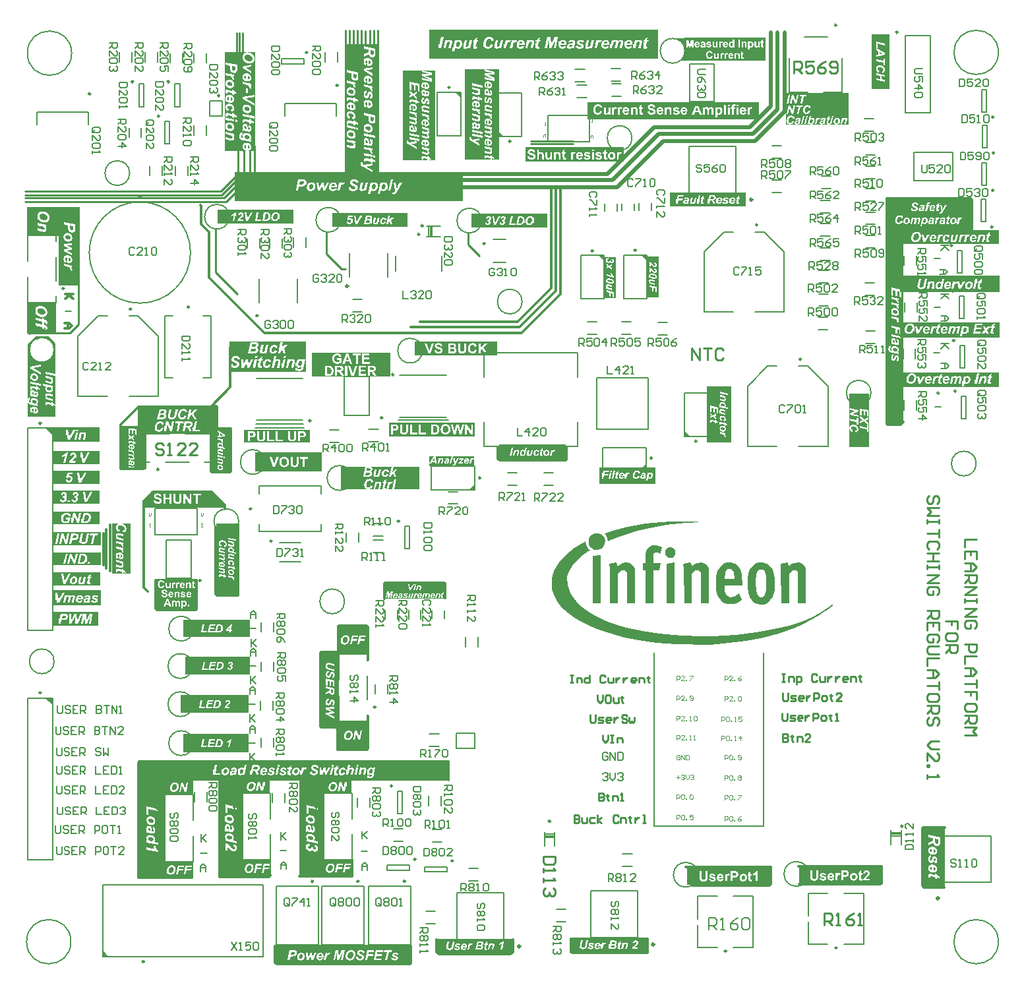
<source format=gto>
G04*
G04 #@! TF.GenerationSoftware,Altium Limited,Altium Designer,22.2.1 (43)*
G04*
G04 Layer_Color=16777215*
%FSLAX25Y25*%
%MOIN*%
G70*
G04*
G04 #@! TF.SameCoordinates,5D24457F-3748-4EF7-84A7-D0A6444830B3*
G04*
G04*
G04 #@! TF.FilePolarity,Positive*
G04*
G01*
G75*
%ADD10C,0.00984*%
%ADD11C,0.01181*%
%ADD12C,0.00787*%
%ADD13C,0.01000*%
%ADD14C,0.01968*%
%ADD15C,0.00394*%
G36*
X341711Y223886D02*
X333711Y223615D01*
X323677Y222531D01*
X313778Y220632D01*
X308084Y219141D01*
X301033Y216836D01*
X295880Y214937D01*
X294389Y214259D01*
X294253Y215751D01*
X293440Y217378D01*
X292761Y218192D01*
X296694Y219548D01*
X304558Y221582D01*
X313372Y223073D01*
X321372Y223886D01*
X325846Y224158D01*
X338728D01*
X341711Y223886D01*
D02*
G37*
G36*
X290999Y217785D02*
X292084Y216971D01*
X292761Y215886D01*
X293033Y214937D01*
X292897Y212768D01*
X292084Y211412D01*
X291270Y210598D01*
X289507Y209920D01*
X287609Y210056D01*
X286253Y210734D01*
X285304Y211683D01*
X284762Y212768D01*
Y215480D01*
X285846Y217243D01*
X287067Y218056D01*
X287880Y218327D01*
X289778D01*
X290999Y217785D01*
D02*
G37*
G36*
X321236Y211683D02*
X321914Y211276D01*
X321507Y209649D01*
X320829Y208022D01*
X319880Y208564D01*
X318389D01*
X317982Y208293D01*
X317440Y207073D01*
Y203141D01*
X321100D01*
X320423Y199615D01*
X317440D01*
Y182802D01*
X313372D01*
Y199615D01*
X312016D01*
Y203141D01*
X313372D01*
Y207887D01*
X314185Y210056D01*
X315134Y211276D01*
X316761Y212090D01*
X319338Y212226D01*
X321236Y211683D01*
D02*
G37*
G36*
X327880Y210463D02*
X328558Y209514D01*
X328558Y207480D01*
X327745Y206395D01*
X327067Y205988D01*
X325033D01*
X323812Y206937D01*
X323406Y207751D01*
X323541Y209514D01*
X324490Y210734D01*
X325440Y211141D01*
X326660D01*
X327880Y210463D01*
D02*
G37*
G36*
X358931Y203005D02*
X360558Y201514D01*
X361507Y199887D01*
X362185Y197446D01*
X362456Y191887D01*
X353372D01*
X353643Y188768D01*
X354185Y187412D01*
X355134Y186463D01*
X356083Y186056D01*
X358117Y186192D01*
X359880Y187276D01*
X360422Y187954D01*
X360694D01*
X361643Y186327D01*
X362185Y184971D01*
X361101Y183887D01*
X359609Y182937D01*
X357982Y182395D01*
X354863D01*
X352965Y183209D01*
X351473Y184429D01*
X349982Y187005D01*
X349304Y189717D01*
Y196497D01*
X349982Y199073D01*
X350795Y200700D01*
X352422Y202598D01*
X353507Y203276D01*
X354999Y203683D01*
X355683D01*
Y200215D01*
X354999Y200158D01*
X354456Y199751D01*
X353779Y198395D01*
X353372Y195141D01*
X358389D01*
X358117Y198395D01*
X357711Y199344D01*
X357304Y199887D01*
X356490Y200293D01*
X355695Y200215D01*
Y203683D01*
X356897D01*
X358931Y203005D01*
D02*
G37*
G36*
X385914Y201514D02*
X387541Y202734D01*
X388626Y203276D01*
X391067Y203548D01*
X392694Y203005D01*
X393914Y201920D01*
X394456Y200700D01*
X394592Y182802D01*
X390660D01*
X390524Y198531D01*
X389846Y199480D01*
X388084D01*
X386185Y197988D01*
Y182802D01*
X382117D01*
X381982Y201107D01*
X381711Y202734D01*
X385372Y203683D01*
X385914Y201514D01*
D02*
G37*
G36*
X336694Y202327D02*
X336829Y201514D01*
X338185Y202598D01*
X339541Y203276D01*
X341982Y203548D01*
X343609Y203005D01*
X344694Y202056D01*
X345372Y200565D01*
X345507Y182802D01*
X341575D01*
X341440Y198395D01*
X340897Y199344D01*
X340355Y199615D01*
X338999Y199480D01*
X337643Y198531D01*
X336965Y197717D01*
Y182802D01*
X333033D01*
X332897Y200836D01*
X332626Y202598D01*
X333982Y203141D01*
X336287Y203683D01*
X336694Y202327D01*
D02*
G37*
G36*
X328151Y182802D02*
X324083D01*
Y203005D01*
X328151Y203548D01*
Y182802D01*
D02*
G37*
G36*
X299406Y201378D02*
X299948Y202056D01*
X301711Y203141D01*
X303338Y203548D01*
X304558D01*
X306185Y203005D01*
X307270Y202056D01*
X307677Y201378D01*
X308084Y199751D01*
Y182802D01*
X304151D01*
X304016Y198395D01*
X303473Y199344D01*
X302931Y199615D01*
X301575Y199480D01*
X300219Y198531D01*
X299541Y197853D01*
Y182802D01*
X295609D01*
X295473Y200700D01*
X295067Y202734D01*
X298863Y203683D01*
X299406Y201378D01*
D02*
G37*
G36*
X290999Y182802D02*
X286931D01*
Y206802D01*
X290999Y207209D01*
Y182802D01*
D02*
G37*
G36*
X374931Y203005D02*
X376558Y201649D01*
X377779Y199751D01*
X378592Y197310D01*
X378863Y195548D01*
X378728Y189582D01*
X377779Y186327D01*
X377236Y185446D01*
X375880Y183615D01*
X374389Y182666D01*
X372762Y182259D01*
X371629Y182319D01*
X370185Y182395D01*
X368287Y183344D01*
X367067Y184564D01*
X366253Y185920D01*
X365440Y188361D01*
X365033Y190937D01*
X365168Y196226D01*
X365982Y199209D01*
X366660Y200565D01*
X368016Y202327D01*
X369507Y203276D01*
X370999Y203683D01*
X372897D01*
X374931Y203005D01*
D02*
G37*
G36*
X283541Y212497D02*
X284084Y211276D01*
X284897Y210056D01*
X285439Y209785D01*
X285304Y209378D01*
X284626Y209107D01*
X280965Y206395D01*
X279202Y204904D01*
X277982Y203683D01*
X277168Y202734D01*
X275406Y200158D01*
X274321Y197717D01*
X273914Y195954D01*
X274185Y192158D01*
X274863Y189853D01*
X275541Y188225D01*
X276490Y186598D01*
X277439Y185242D01*
X278389Y184022D01*
X279745Y182531D01*
X281643Y180903D01*
X283948Y179141D01*
X285846Y177920D01*
X288965Y176158D01*
X292084Y174666D01*
X294660Y173582D01*
X299134Y171954D01*
X303880Y170598D01*
X307134Y169785D01*
X311744Y168836D01*
X320558Y167480D01*
X327745Y166802D01*
X332264Y166525D01*
X341575Y166327D01*
X347406Y166259D01*
X359338Y166937D01*
X369643Y168158D01*
X378592Y169785D01*
X386185Y171683D01*
X392423Y173717D01*
X397982Y176022D01*
X401372Y177785D01*
X405575Y180497D01*
X407745Y182259D01*
X408151Y182395D01*
X408016Y181853D01*
X407202Y181039D01*
X405846Y179954D01*
X404219Y178734D01*
X400965Y176565D01*
X397304Y174531D01*
X392965Y172225D01*
X389168Y170598D01*
X380762Y167615D01*
X371948Y165310D01*
X364084Y163819D01*
X355812Y162734D01*
X346185Y162056D01*
X329100Y162192D01*
X318931Y163005D01*
X310253Y164225D01*
X302795Y165717D01*
X295202Y167751D01*
X288965Y169920D01*
X283948Y172090D01*
X281101Y173582D01*
X278117Y175344D01*
X275948Y176836D01*
X274660Y177853D01*
X272558Y179548D01*
X270660Y181446D01*
X269440Y182937D01*
X268355Y184564D01*
X266728Y187819D01*
X266050Y190259D01*
Y195683D01*
X267134Y199209D01*
X268355Y201514D01*
X270524Y204497D01*
X273914Y208022D01*
X277439Y210734D01*
X281372Y213175D01*
X283270Y214124D01*
X283541Y212497D01*
D02*
G37*
G36*
X478136Y379911D02*
Y371649D01*
X492129D01*
Y364562D01*
X443704D01*
Y371495D01*
D01*
Y348420D01*
X492519D01*
Y340153D01*
X443704D01*
Y324880D01*
X492523D01*
Y317318D01*
X443704D01*
Y299683D01*
X492129D01*
Y292121D01*
X443704D01*
Y273586D01*
X435436D01*
Y371495D01*
X435256D01*
Y379911D01*
Y387550D01*
X478136D01*
Y379911D01*
D02*
G37*
G36*
X51042Y223228D02*
X53150D01*
Y198034D01*
X43701D01*
Y223228D01*
X45808D01*
D01*
X47988D01*
X47791Y223221D01*
X47616Y223206D01*
X47441Y223177D01*
X47288Y223148D01*
X47142Y223112D01*
X47004Y223068D01*
X46887Y223017D01*
X46778Y222966D01*
X46683Y222922D01*
X46595Y222871D01*
X46523Y222827D01*
X46464Y222791D01*
X46420Y222762D01*
X46391Y222733D01*
X46369Y222718D01*
X46362Y222711D01*
X46267Y222609D01*
X46180Y222499D01*
X46107Y222383D01*
X46041Y222259D01*
X45990Y222142D01*
X45947Y222018D01*
X45910Y221902D01*
X45881Y221785D01*
X45852Y221683D01*
X45837Y221581D01*
X45823Y221493D01*
X45815Y221413D01*
Y221347D01*
X45808Y221304D01*
Y221260D01*
X45815Y221107D01*
X45830Y220961D01*
X45852Y220823D01*
X45881Y220691D01*
X45910Y220567D01*
X45947Y220451D01*
X45990Y220341D01*
X46034Y220239D01*
X46071Y220152D01*
X46114Y220064D01*
X46151Y219999D01*
X46187Y219941D01*
X46209Y219889D01*
X46231Y219860D01*
X46246Y219839D01*
X46253Y219831D01*
X46340Y219722D01*
X46435Y219613D01*
X46646Y219430D01*
X46858Y219270D01*
X47069Y219139D01*
X47164Y219080D01*
X47259Y219037D01*
X47339Y219000D01*
X47412Y218964D01*
X47470Y218934D01*
X47514Y218920D01*
X47543Y218905D01*
X47550D01*
X47711Y219955D01*
X47528Y220028D01*
X47368Y220101D01*
X47237Y220188D01*
X47128Y220269D01*
X47040Y220341D01*
X46982Y220400D01*
X46945Y220444D01*
X46931Y220451D01*
Y220458D01*
X46843Y220589D01*
X46785Y220713D01*
X46741Y220837D01*
X46705Y220954D01*
X46690Y221049D01*
X46683Y221129D01*
X46676Y221158D01*
Y221194D01*
X46683Y221275D01*
X46690Y221347D01*
X46727Y221486D01*
X46778Y221610D01*
X46843Y221719D01*
X46902Y221799D01*
X46953Y221865D01*
X46989Y221902D01*
X47004Y221916D01*
X47142Y222011D01*
X47295Y222084D01*
X47448Y222128D01*
X47601Y222164D01*
X47733Y222186D01*
X47791Y222193D01*
X47842D01*
X47886Y222200D01*
X47915D01*
X47937D01*
X47944D01*
X48148Y222193D01*
X48352Y222164D01*
X48542Y222128D01*
X48709Y222091D01*
X48782Y222069D01*
X48848Y222047D01*
X48906Y222033D01*
X48957Y222018D01*
X49001Y222004D01*
X49030Y221989D01*
X49045Y221982D01*
X49052D01*
X49249Y221894D01*
X49417Y221792D01*
X49562Y221690D01*
X49672Y221595D01*
X49767Y221515D01*
X49825Y221442D01*
X49861Y221399D01*
X49876Y221391D01*
Y221384D01*
X49963Y221246D01*
X50029Y221100D01*
X50080Y220968D01*
X50109Y220845D01*
X50131Y220735D01*
X50138Y220655D01*
X50146Y220626D01*
Y220582D01*
X50138Y220444D01*
X50116Y220320D01*
X50080Y220210D01*
X50044Y220123D01*
X50007Y220050D01*
X49971Y219999D01*
X49949Y219962D01*
X49942Y219955D01*
X49861Y219875D01*
X49759Y219809D01*
X49657Y219751D01*
X49548Y219707D01*
X49453Y219671D01*
X49380Y219649D01*
X49351Y219642D01*
X49329D01*
X49315Y219634D01*
X49307D01*
X49402Y218643D01*
D01*
X49541Y218665D01*
X49672Y218694D01*
X49796Y218730D01*
X49912Y218774D01*
X50014Y218825D01*
X50116Y218876D01*
X50204Y218927D01*
X50284Y218978D01*
X50357Y219029D01*
X50423Y219073D01*
X50474Y219124D01*
X50517Y219161D01*
X50554Y219197D01*
X50576Y219219D01*
X50590Y219233D01*
X50598Y219241D01*
X50678Y219336D01*
X50743Y219445D01*
X50802Y219547D01*
X50853Y219664D01*
X50897Y219773D01*
X50933Y219882D01*
X50984Y220094D01*
X51006Y220188D01*
X51020Y220283D01*
X51028Y220363D01*
X51035Y220429D01*
X51042Y220487D01*
Y219613D01*
Y220567D01*
X51035Y220706D01*
X51028Y220837D01*
X50984Y221085D01*
X50918Y221311D01*
X50882Y221420D01*
X50853Y221515D01*
X50816Y221603D01*
X50780Y221683D01*
X50743Y221748D01*
X50714Y221807D01*
X50692Y221850D01*
X50670Y221887D01*
X50663Y221909D01*
X50656Y221916D01*
X50583Y222025D01*
X50503Y222135D01*
X50328Y222332D01*
X50146Y222492D01*
X49971Y222631D01*
X49883Y222689D01*
X49810Y222740D01*
X49737Y222784D01*
X49679Y222820D01*
X49628Y222849D01*
X49592Y222871D01*
X49570Y222878D01*
X49562Y222886D01*
X49424Y222944D01*
X49293Y222995D01*
X49016Y223082D01*
X48753Y223141D01*
X48622Y223170D01*
X48505Y223185D01*
X48396Y223199D01*
X48301Y223206D01*
X48206Y223221D01*
X48134D01*
X48075Y223228D01*
X51042D01*
D01*
D02*
G37*
G36*
X227136Y267387D02*
X183893D01*
Y274335D01*
X227136D01*
Y267387D01*
D02*
G37*
G36*
X234437Y445670D02*
X234569Y445619D01*
X234685Y445561D01*
X234780Y445510D01*
X234860Y445459D01*
X234911Y445415D01*
X234948Y445386D01*
X234955Y445378D01*
X235035Y445284D01*
X235093Y445189D01*
X235130Y445094D01*
X235159Y445007D01*
X235174Y444934D01*
X235188Y444875D01*
Y444824D01*
X235181Y444715D01*
X235159Y444620D01*
X235123Y444533D01*
X235086Y444467D01*
X235050Y444409D01*
X235013Y444372D01*
X234991Y444343D01*
X234984Y444336D01*
X234897Y444278D01*
X234802Y444234D01*
X234700Y444198D01*
X234605Y444176D01*
X234510Y444161D01*
X234437Y444154D01*
X234408D01*
X234386D01*
X234379D01*
X234372D01*
X234343D01*
X234313D01*
X234284D01*
X234277D01*
Y445707D01*
X234437Y445670D01*
D02*
G37*
G36*
X233635Y445801D02*
X233665D01*
X233672D01*
Y443323D01*
X233891Y443279D01*
X234000Y443264D01*
X234102Y443257D01*
X234182Y443250D01*
X232061D01*
Y445094D01*
X232075Y444897D01*
X232104Y444722D01*
X232141Y444555D01*
X232192Y444416D01*
X232243Y444292D01*
X232265Y444248D01*
X232279Y444205D01*
X232301Y444176D01*
X232309Y444154D01*
X232323Y444139D01*
Y444132D01*
X232433Y443979D01*
X232564Y443840D01*
X232695Y443716D01*
X232826Y443614D01*
X232950Y443541D01*
X233001Y443505D01*
X233045Y443483D01*
X233081Y443461D01*
X233111Y443447D01*
X233125Y443432D01*
X233132D01*
X233278Y444314D01*
X233191Y444365D01*
X233111Y444423D01*
X233045Y444489D01*
X232987Y444555D01*
X232936Y444613D01*
X232892Y444679D01*
X232855Y444744D01*
X232834Y444803D01*
X232797Y444912D01*
X232783Y444963D01*
X232775Y445007D01*
X232768Y445036D01*
Y445087D01*
X232775Y445196D01*
X232804Y445298D01*
X232841Y445386D01*
X232877Y445459D01*
X232921Y445524D01*
X232950Y445568D01*
X232979Y445597D01*
X232987Y445604D01*
X233074Y445670D01*
X233176Y445721D01*
X233271Y445757D01*
X233366Y445779D01*
X233453Y445794D01*
X233519Y445809D01*
X233562D01*
X233570D01*
X233577D01*
X233606D01*
X233635Y445801D01*
D02*
G37*
G36*
X233285Y441996D02*
X233351Y441981D01*
X233409Y441952D01*
X233460Y441923D01*
X233497Y441894D01*
X233526Y441865D01*
X233541Y441850D01*
X233548Y441843D01*
X233577Y441792D01*
X233606Y441733D01*
X233635Y441668D01*
X233665Y441595D01*
X233708Y441434D01*
X233745Y441274D01*
X233774Y441121D01*
X233788Y441055D01*
X233796Y440990D01*
X233803Y440946D01*
Y440902D01*
X233810Y440880D01*
Y440873D01*
X233825Y440771D01*
X233847Y440698D01*
X233854Y440669D01*
Y440647D01*
X233861Y440640D01*
Y440633D01*
X233723Y440662D01*
X233599Y440691D01*
X233490Y440720D01*
X233395Y440749D01*
X233322Y440778D01*
X233264Y440800D01*
X233227Y440822D01*
X233198Y440830D01*
X233191Y440837D01*
X233125Y440873D01*
X233074Y440924D01*
X233023Y440975D01*
X232987Y441019D01*
X232950Y441063D01*
X232928Y441099D01*
X232914Y441128D01*
X232906Y441136D01*
X232870Y441209D01*
X232848Y441282D01*
X232826Y441354D01*
X232819Y441420D01*
X232812Y441471D01*
X232804Y441515D01*
Y441551D01*
X232812Y441624D01*
X232826Y441690D01*
X232841Y441748D01*
X232863Y441792D01*
X232885Y441828D01*
X232906Y441857D01*
X232914Y441872D01*
X232921Y441879D01*
X232965Y441923D01*
X233016Y441952D01*
X233067Y441974D01*
X233111Y441989D01*
X233154Y441996D01*
X233183Y442003D01*
X233205D01*
X233213D01*
X233285Y441996D01*
D02*
G37*
G36*
X235895Y439488D02*
X234991D01*
X235064Y439503D01*
X235195Y439539D01*
X235312Y439598D01*
X235414Y439656D01*
X235502Y439721D01*
X235560Y439780D01*
X235596Y439816D01*
X235611Y439823D01*
Y439831D01*
X235662Y439896D01*
X235706Y439969D01*
X235779Y440137D01*
X235830Y440305D01*
X235859Y440480D01*
X235881Y440633D01*
X235888Y440698D01*
Y440757D01*
X235895Y440808D01*
Y439488D01*
D02*
G37*
G36*
X232068Y441777D02*
X232083Y441675D01*
X232104Y441580D01*
X232126Y441493D01*
X232148Y441420D01*
X232170Y441369D01*
X232185Y441332D01*
X232192Y441318D01*
X232243Y441216D01*
X232309Y441121D01*
X232367Y441034D01*
X232425Y440961D01*
X232484Y440902D01*
X232527Y440851D01*
X232557Y440822D01*
X232564Y440815D01*
X232411Y440800D01*
X232345Y440786D01*
X232279Y440778D01*
X232228Y440764D01*
X232192Y440749D01*
X232163Y440742D01*
X232156D01*
Y439787D01*
X232258Y439816D01*
X232360Y439831D01*
X232447Y439845D01*
X232520Y439860D01*
X232586D01*
X232629Y439867D01*
X232666D01*
X232673D01*
X232724D01*
X232790Y439860D01*
X232928Y439845D01*
X233074Y439823D01*
X233227Y439794D01*
X233366Y439772D01*
X233424Y439758D01*
X233482Y439751D01*
X233526Y439743D01*
X233555Y439736D01*
X233577Y439729D01*
X233584D01*
X233723Y439700D01*
X233854Y439670D01*
X233971Y439641D01*
X234073Y439619D01*
X234160Y439605D01*
X234241Y439590D01*
X234313Y439576D01*
X234372Y439561D01*
X234423Y439554D01*
X234459Y439539D01*
X234496D01*
X234518Y439532D01*
X234554Y439525D01*
X234561D01*
X234700Y439503D01*
X234758Y439495D01*
X234809D01*
X234853Y439488D01*
X232061D01*
Y441887D01*
X232068Y441777D01*
D02*
G37*
G36*
X239673Y407171D02*
X237076D01*
Y407171D01*
X235815D01*
Y407777D01*
X237076Y407521D01*
X236398Y408644D01*
X235815Y408761D01*
Y409242D01*
X235079Y409395D01*
Y408907D01*
X233606Y409220D01*
X233497Y409242D01*
X233395Y409264D01*
X233307Y409278D01*
X233227Y409293D01*
X233154Y409307D01*
X233089Y409322D01*
X233038Y409329D01*
X232987Y409337D01*
X232914Y409344D01*
X232863Y409351D01*
X232834D01*
X232826D01*
X232695Y409344D01*
X232586Y409315D01*
X232484Y409278D01*
X232403Y409235D01*
X232345Y409191D01*
X232294Y409154D01*
X232265Y409125D01*
X232258Y409118D01*
X232192Y409016D01*
X232141Y408899D01*
X232112Y408768D01*
X232083Y408644D01*
X232068Y408528D01*
Y408484D01*
X232061Y408440D01*
Y409395D01*
X232061D01*
Y414243D01*
X235895D01*
Y417749D01*
Y415715D01*
X235888Y415905D01*
X235859Y416087D01*
X235822Y416255D01*
X235771Y416408D01*
X235713Y416554D01*
X235648Y416685D01*
X235575Y416809D01*
X235502Y416918D01*
X235421Y417013D01*
X235356Y417100D01*
X235283Y417166D01*
X235225Y417232D01*
X235174Y417275D01*
X235137Y417305D01*
X235108Y417326D01*
X235101Y417334D01*
X234991Y417407D01*
X234875Y417472D01*
X234758Y417523D01*
X234641Y417574D01*
X234525Y417611D01*
X234416Y417647D01*
X234211Y417698D01*
X234117Y417713D01*
X234029Y417728D01*
X233949Y417735D01*
X233883Y417742D01*
X233832Y417749D01*
X233759D01*
X233621Y417742D01*
X233490Y417728D01*
X233358Y417706D01*
X233242Y417676D01*
X233132Y417640D01*
X233030Y417603D01*
X232943Y417560D01*
X232855Y417516D01*
X232783Y417480D01*
X232717Y417436D01*
X232659Y417399D01*
X232615Y417363D01*
X232578Y417334D01*
X232549Y417312D01*
X232535Y417297D01*
X232527Y417290D01*
X232447Y417203D01*
X232374Y417108D01*
X232309Y417006D01*
X232258Y416911D01*
X232214Y416809D01*
X232177Y416707D01*
X232119Y416517D01*
X232097Y416430D01*
X232083Y416350D01*
X232075Y416277D01*
X232068Y416211D01*
X232061Y416160D01*
Y417749D01*
X232061D01*
Y424434D01*
X235895D01*
Y430864D01*
D01*
Y428210D01*
X235888Y428320D01*
X235859Y428429D01*
X235822Y428539D01*
X235771Y428633D01*
X235713Y428735D01*
X235648Y428823D01*
X235502Y428991D01*
X235429Y429063D01*
X235356Y429129D01*
X235290Y429187D01*
X235232Y429238D01*
X235181Y429275D01*
X235144Y429304D01*
X235115Y429319D01*
X235108Y429326D01*
X235815Y429180D01*
Y430099D01*
X232156Y430864D01*
Y429887D01*
X233300Y429647D01*
X233424Y429618D01*
X233548Y429596D01*
X233657Y429566D01*
X233752Y429537D01*
X233847Y429515D01*
X233934Y429494D01*
X234007Y429464D01*
X234073Y429443D01*
X234131Y429428D01*
X234182Y429406D01*
X234226Y429391D01*
X234262Y429377D01*
X234284Y429370D01*
X234306Y429362D01*
X234321Y429355D01*
X234437Y429297D01*
X234539Y429231D01*
X234627Y429158D01*
X234700Y429093D01*
X234751Y429034D01*
X234794Y428991D01*
X234824Y428961D01*
X234831Y428947D01*
X234897Y428845D01*
X234948Y428750D01*
X234977Y428662D01*
X235006Y428582D01*
X235020Y428517D01*
X235028Y428466D01*
Y428422D01*
X235020Y428312D01*
X235006Y428218D01*
X234991Y428181D01*
X234984Y428152D01*
X234977Y428138D01*
Y428130D01*
X235381Y427941D01*
D01*
X235786Y427751D01*
X235822Y427839D01*
X235852Y427926D01*
X235854Y427941D01*
X235866Y428006D01*
X235881Y428072D01*
X235888Y428130D01*
X235895Y428174D01*
Y427941D01*
Y425907D01*
X235888Y426096D01*
X235859Y426279D01*
X235822Y426446D01*
X235771Y426599D01*
X235713Y426745D01*
X235648Y426876D01*
X235575Y427000D01*
X235502Y427110D01*
X235421Y427205D01*
X235356Y427292D01*
X235283Y427357D01*
X235225Y427423D01*
X235174Y427467D01*
X235137Y427496D01*
X235108Y427518D01*
X235101Y427525D01*
X234991Y427598D01*
X234875Y427664D01*
X234758Y427715D01*
X234675Y427751D01*
X234641Y427766D01*
X234525Y427802D01*
X234416Y427839D01*
X234211Y427890D01*
X234117Y427904D01*
X234029Y427919D01*
X233949Y427926D01*
X233883Y427934D01*
X233832Y427941D01*
X233796D01*
X233767D01*
X233759D01*
D01*
X233621Y427934D01*
X233490Y427919D01*
X233358Y427897D01*
X233242Y427868D01*
X233132Y427831D01*
X233030Y427795D01*
X232943Y427751D01*
X232855Y427707D01*
X232783Y427671D01*
X232717Y427627D01*
X232659Y427591D01*
X232615Y427554D01*
X232578Y427525D01*
X232549Y427503D01*
X232535Y427489D01*
X232527Y427482D01*
X232447Y427394D01*
X232374Y427299D01*
X232309Y427197D01*
X232258Y427102D01*
X232214Y427000D01*
X232177Y426898D01*
X232119Y426709D01*
X232097Y426621D01*
X232083Y426541D01*
X232075Y426468D01*
X232068Y426403D01*
X232061Y426351D01*
Y427941D01*
X232061D01*
Y431163D01*
X235815D01*
Y432147D01*
X234066Y432541D01*
X233949Y432570D01*
X233854Y432592D01*
X233767Y432614D01*
X233701Y432635D01*
X233643Y432650D01*
X233606Y432665D01*
X233584Y432672D01*
X233577D01*
X233497Y432701D01*
X233424Y432738D01*
X233366Y432767D01*
X233307Y432796D01*
X233271Y432818D01*
X233235Y432840D01*
X233220Y432847D01*
X233213Y432854D01*
X233118Y432927D01*
X233045Y433000D01*
X233016Y433029D01*
X232994Y433051D01*
X232979Y433066D01*
X232972Y433073D01*
X232906Y433160D01*
X232855Y433233D01*
X232841Y433262D01*
X232826Y433284D01*
X232819Y433299D01*
Y433306D01*
X232790Y433386D01*
X232775Y433459D01*
X232768Y433488D01*
Y433532D01*
X232775Y433591D01*
X232783Y433641D01*
X232804Y433685D01*
X232826Y433729D01*
X232841Y433758D01*
X232863Y433780D01*
X232870Y433795D01*
X232877Y433802D01*
X232921Y433838D01*
X232972Y433860D01*
X233060Y433889D01*
X233096Y433897D01*
X233125Y433904D01*
X233147D01*
X233154D01*
X233205Y433897D01*
X233271Y433889D01*
X233351Y433875D01*
X233431Y433860D01*
X233511Y433846D01*
X233577Y433831D01*
X233621Y433816D01*
X233628D01*
X233635D01*
X235815Y433328D01*
Y434327D01*
X233774Y434786D01*
X233672Y434808D01*
X233577Y434830D01*
X233490Y434844D01*
X233417Y434859D01*
X233344Y434866D01*
X233285Y434881D01*
X233183Y434895D01*
X233103Y434903D01*
X233052Y434910D01*
X235815D01*
X232955D01*
X233016D01*
X232863Y434903D01*
X232724Y434873D01*
X232600Y434837D01*
X232505Y434793D01*
X232425Y434750D01*
X232367Y434713D01*
X232330Y434684D01*
X232316Y434677D01*
X232228Y434582D01*
X232170Y434473D01*
X232126Y434363D01*
X232090Y434261D01*
X232075Y434166D01*
X232068Y434086D01*
X232061Y434057D01*
Y434910D01*
X232061D01*
Y435428D01*
X234933D01*
X232061D01*
Y437359D01*
X232068Y437214D01*
X232075Y437075D01*
X232097Y436951D01*
X232119Y436835D01*
X232148Y436718D01*
X232177Y436623D01*
X232214Y436528D01*
X232250Y436448D01*
X232287Y436375D01*
X232323Y436310D01*
X232352Y436251D01*
X232382Y436208D01*
X232403Y436171D01*
X232425Y436149D01*
X232433Y436135D01*
X232440Y436127D01*
X232513Y436047D01*
X232593Y435982D01*
X232666Y435923D01*
X232746Y435872D01*
X232819Y435828D01*
X232899Y435792D01*
X233038Y435741D01*
X233162Y435705D01*
X233213Y435697D01*
X233256Y435690D01*
X233293Y435683D01*
X233322D01*
X233336D01*
X233344D01*
X233417Y435690D01*
X233490Y435697D01*
X233621Y435734D01*
X233737Y435792D01*
X233840Y435858D01*
X233920Y435923D01*
X233985Y435974D01*
X234022Y436018D01*
X234036Y436025D01*
Y436033D01*
X234073Y436084D01*
X234109Y436142D01*
X234146Y436215D01*
X234182Y436288D01*
X234255Y436448D01*
X234313Y436609D01*
X234364Y436762D01*
X234386Y436827D01*
X234408Y436886D01*
X234423Y436937D01*
X234437Y436973D01*
X234445Y436995D01*
Y437002D01*
X234467Y437090D01*
X234496Y437163D01*
X234518Y437228D01*
X234532Y437287D01*
X234554Y437345D01*
X234569Y437389D01*
X234598Y437462D01*
X234612Y437512D01*
X234627Y437542D01*
X234641Y437556D01*
Y437564D01*
X234678Y437607D01*
X234714Y437636D01*
X234751Y437666D01*
X234787Y437680D01*
X234816Y437687D01*
X234846Y437695D01*
X234860D01*
X234867D01*
X234918Y437687D01*
X234962Y437673D01*
X235035Y437629D01*
X235064Y437607D01*
X235086Y437585D01*
X235093Y437571D01*
X235101Y437564D01*
X235137Y437505D01*
X235166Y437432D01*
X235181Y437359D01*
X235195Y437287D01*
X235203Y437221D01*
X235210Y437163D01*
Y437112D01*
X235203Y436995D01*
X235188Y436893D01*
X235166Y436805D01*
X235144Y436725D01*
X235115Y436667D01*
X235093Y436616D01*
X235079Y436587D01*
X235072Y436579D01*
X235035Y436521D01*
X234984Y436470D01*
X234940Y436426D01*
X234889Y436397D01*
X234846Y436368D01*
X234809Y436353D01*
X234787Y436339D01*
X234780D01*
X234933Y435428D01*
X235093Y435479D01*
X235232Y435544D01*
X235349Y435617D01*
X235451Y435697D01*
X235531Y435770D01*
X235589Y435836D01*
X235618Y435880D01*
X235633Y435887D01*
Y435894D01*
X235677Y435967D01*
X235720Y436040D01*
X235786Y436208D01*
X235830Y436390D01*
X235866Y436557D01*
X235881Y436718D01*
X235888Y436784D01*
Y436842D01*
X235895Y436893D01*
Y435428D01*
Y436973D01*
Y436959D01*
X235888Y437119D01*
X235874Y437272D01*
X235852Y437410D01*
X235830Y437542D01*
X235793Y437666D01*
X235757Y437775D01*
X235713Y437870D01*
X235677Y437964D01*
X235633Y438045D01*
X235589Y438110D01*
X235553Y438169D01*
X235524Y438212D01*
X235494Y438249D01*
X235472Y438278D01*
X235458Y438293D01*
X235451Y438300D01*
X235392Y438358D01*
X235327Y438402D01*
X235203Y438482D01*
X235079Y438540D01*
X234962Y438577D01*
X234860Y438606D01*
X234780Y438613D01*
X234751Y438621D01*
X234729D01*
X234714D01*
X234707D01*
X234627Y438613D01*
X234554Y438606D01*
X234416Y438570D01*
X234292Y438518D01*
X234190Y438453D01*
X234109Y438395D01*
X234051Y438344D01*
X234015Y438307D01*
X234000Y438293D01*
X233971Y438241D01*
X233934Y438183D01*
X233898Y438110D01*
X233854Y438023D01*
X233781Y437841D01*
X233701Y437651D01*
X233635Y437469D01*
X233606Y437389D01*
X233584Y437323D01*
X233562Y437265D01*
X233548Y437214D01*
X233533Y437184D01*
Y437177D01*
X233497Y437060D01*
X233460Y436973D01*
X233424Y436900D01*
X233395Y436842D01*
X233373Y436805D01*
X233358Y436776D01*
X233351Y436769D01*
X233344Y436762D01*
X233285Y436718D01*
X233227Y436696D01*
X233183Y436689D01*
X233176D01*
X233169D01*
X233111Y436696D01*
X233067Y436711D01*
X232987Y436762D01*
X232958Y436791D01*
X232936Y436813D01*
X232921Y436827D01*
X232914Y436835D01*
X232863Y436915D01*
X232826Y437002D01*
X232804Y437097D01*
X232790Y437184D01*
X232775Y437265D01*
X232768Y437323D01*
Y437381D01*
X232775Y437498D01*
X232790Y437600D01*
X232804Y437687D01*
X232834Y437760D01*
X232855Y437819D01*
X232870Y437862D01*
X232885Y437892D01*
X232892Y437899D01*
X232943Y437964D01*
X233009Y438030D01*
X233081Y438081D01*
X233154Y438125D01*
X233220Y438161D01*
X233271Y438191D01*
X233307Y438205D01*
X233322Y438212D01*
X233169Y439167D01*
D01*
X232979Y439102D01*
X232819Y439014D01*
X232673Y438912D01*
X232557Y438817D01*
X232469Y438730D01*
X232396Y438657D01*
X232374Y438628D01*
X232360Y438606D01*
X232345Y438591D01*
Y438584D01*
X232294Y438497D01*
X232250Y438409D01*
X232177Y438212D01*
X232134Y438008D01*
X232097Y437811D01*
X232083Y437717D01*
X232075Y437636D01*
X232068Y437556D01*
Y437491D01*
X232061Y437432D01*
Y439167D01*
X232061D01*
Y439488D01*
X235895D01*
Y442929D01*
D01*
Y440873D01*
X235881Y441114D01*
X235852Y441332D01*
X235830Y441427D01*
X235808Y441515D01*
X235786Y441602D01*
X235757Y441675D01*
X235728Y441741D01*
X235706Y441799D01*
X235684Y441850D01*
X235662Y441894D01*
X235648Y441923D01*
X235633Y441945D01*
X235618Y441959D01*
Y441967D01*
X235509Y442105D01*
X235385Y442229D01*
X235254Y442324D01*
X235137Y442404D01*
X235028Y442462D01*
X234940Y442506D01*
X234904Y442521D01*
X234882Y442528D01*
X234867Y442535D01*
X234860D01*
X234780Y441573D01*
X234846Y441551D01*
X234904Y441522D01*
X234955Y441486D01*
X234999Y441449D01*
X235035Y441420D01*
X235057Y441391D01*
X235072Y441376D01*
X235079Y441369D01*
X235115Y441303D01*
X235144Y441238D01*
X235159Y441165D01*
X235174Y441099D01*
X235181Y441041D01*
X235188Y440990D01*
Y440946D01*
X235181Y440859D01*
X235174Y440778D01*
X235152Y440720D01*
X235137Y440662D01*
X235115Y440618D01*
X235093Y440589D01*
X235086Y440574D01*
X235079Y440567D01*
X235035Y440523D01*
X234991Y440494D01*
X234948Y440465D01*
X234904Y440450D01*
X234867Y440443D01*
X234846Y440436D01*
X234824D01*
X234816D01*
X234765D01*
X234714Y440443D01*
X234605Y440465D01*
X234561Y440480D01*
X234525Y440494D01*
X234496Y440501D01*
X234488D01*
X234474Y440553D01*
X234459Y440611D01*
X234445Y440676D01*
X234430Y440749D01*
X234401Y440902D01*
X234386Y441063D01*
X234364Y441209D01*
X234357Y441274D01*
X234350Y441325D01*
Y441376D01*
X234343Y441413D01*
Y441442D01*
X234328Y441595D01*
X234306Y441733D01*
X234284Y441857D01*
X234255Y441974D01*
X234226Y442083D01*
X234197Y442178D01*
X234160Y442266D01*
X234131Y442339D01*
X234095Y442404D01*
X234066Y442462D01*
X234036Y442506D01*
X234015Y442543D01*
X233993Y442572D01*
X233978Y442594D01*
X233971Y442601D01*
X233963Y442608D01*
X233905Y442667D01*
X233840Y442710D01*
X233701Y442791D01*
X233562Y442849D01*
X233424Y442885D01*
X233307Y442914D01*
X233256Y442922D01*
X233213D01*
X233176Y442929D01*
X233125D01*
X232958Y442914D01*
X232804Y442885D01*
X232673Y442834D01*
X232564Y442783D01*
X232469Y442732D01*
X232403Y442681D01*
X232367Y442652D01*
X232352Y442637D01*
X232258Y442521D01*
X232185Y442397D01*
X232134Y442266D01*
X232097Y442149D01*
X232075Y442047D01*
X232068Y441959D01*
X232061Y441930D01*
Y442929D01*
X232061D01*
Y443250D01*
X235895D01*
X234313D01*
X234452Y443257D01*
X234576Y443264D01*
X234700Y443286D01*
X234809Y443315D01*
X234918Y443344D01*
X235013Y443374D01*
X235101Y443410D01*
X235181Y443447D01*
X235246Y443490D01*
X235312Y443527D01*
X235363Y443556D01*
X235407Y443585D01*
X235436Y443614D01*
X235458Y443636D01*
X235472Y443643D01*
X235480Y443651D01*
X235553Y443731D01*
X235618Y443811D01*
X235669Y443899D01*
X235720Y443986D01*
X235764Y444073D01*
X235793Y444161D01*
X235844Y444336D01*
X235859Y444416D01*
X235874Y444489D01*
X235881Y444555D01*
X235888Y444613D01*
X235895Y444657D01*
Y444722D01*
X235888Y444912D01*
X235859Y445094D01*
X235822Y445262D01*
X235771Y445415D01*
X235713Y445561D01*
X235648Y445692D01*
X235575Y445816D01*
X235502Y445925D01*
X235421Y446020D01*
X235356Y446107D01*
X235283Y446173D01*
X235225Y446239D01*
X235174Y446282D01*
X235137Y446312D01*
X235108Y446333D01*
X235101Y446341D01*
X234991Y446414D01*
X234875Y446479D01*
X234758Y446530D01*
X234641Y446581D01*
X234525Y446618D01*
X234416Y446654D01*
X234211Y446705D01*
X234117Y446720D01*
X234029Y446734D01*
X233949Y446742D01*
X233883Y446749D01*
X233832Y446756D01*
X233759D01*
X233621Y446749D01*
X233490Y446734D01*
X233358Y446712D01*
X233242Y446683D01*
X233132Y446647D01*
X233030Y446610D01*
X232943Y446567D01*
X232855Y446523D01*
X232783Y446487D01*
X232717Y446443D01*
X232659Y446406D01*
X232615Y446370D01*
X232578Y446341D01*
X232549Y446319D01*
X232535Y446304D01*
X232527Y446297D01*
X232447Y446209D01*
X232374Y446115D01*
X232309Y446013D01*
X232258Y445918D01*
X232214Y445816D01*
X232177Y445714D01*
X232119Y445524D01*
X232097Y445437D01*
X232083Y445357D01*
X232075Y445284D01*
X232068Y445218D01*
X232061Y445167D01*
Y446756D01*
X232061D01*
Y452763D01*
X239673D01*
Y407171D01*
D02*
G37*
G36*
X232068Y433897D02*
X232083Y433780D01*
X232112Y433663D01*
X232148Y433554D01*
X232236Y433350D01*
X232287Y433255D01*
X232345Y433168D01*
X232396Y433087D01*
X232447Y433022D01*
X232491Y432956D01*
X232535Y432905D01*
X232571Y432869D01*
X232600Y432832D01*
X232615Y432818D01*
X232622Y432810D01*
X232156Y432912D01*
Y431987D01*
X235815Y431163D01*
X232061D01*
Y434021D01*
X232068Y433897D01*
D02*
G37*
G36*
X234437Y426855D02*
X234569Y426803D01*
X234685Y426745D01*
X234780Y426694D01*
X234860Y426643D01*
X234911Y426599D01*
X234948Y426570D01*
X234955Y426563D01*
X235035Y426468D01*
X235093Y426373D01*
X235130Y426279D01*
X235159Y426191D01*
X235174Y426118D01*
X235188Y426060D01*
Y426009D01*
X235181Y425900D01*
X235159Y425805D01*
X235123Y425717D01*
X235086Y425652D01*
X235050Y425593D01*
X235013Y425557D01*
X234991Y425528D01*
X234984Y425521D01*
X234897Y425462D01*
X234802Y425418D01*
X234700Y425382D01*
X234605Y425360D01*
X234510Y425346D01*
X234437Y425338D01*
X234408D01*
X234386D01*
X234379D01*
X234372D01*
X234343D01*
X234313D01*
X234284D01*
X234277D01*
Y426891D01*
X234437Y426855D01*
D02*
G37*
G36*
X233635Y426986D02*
X233665D01*
X233672D01*
Y424507D01*
X233891Y424463D01*
X234000Y424449D01*
X234102Y424442D01*
X234182Y424434D01*
X232061D01*
Y426279D01*
X232075Y426082D01*
X232104Y425907D01*
X232141Y425739D01*
X232192Y425601D01*
X232243Y425477D01*
X232265Y425433D01*
X232279Y425389D01*
X232301Y425360D01*
X232309Y425338D01*
X232323Y425324D01*
Y425316D01*
X232433Y425163D01*
X232564Y425025D01*
X232695Y424901D01*
X232826Y424799D01*
X232950Y424726D01*
X233001Y424689D01*
X233045Y424668D01*
X233081Y424646D01*
X233111Y424631D01*
X233125Y424616D01*
X233132D01*
X233278Y425499D01*
X233191Y425550D01*
X233111Y425608D01*
X233045Y425674D01*
X232987Y425739D01*
X232936Y425798D01*
X232892Y425863D01*
X232855Y425929D01*
X232834Y425987D01*
X232797Y426096D01*
X232783Y426147D01*
X232775Y426191D01*
X232768Y426220D01*
Y426271D01*
X232775Y426381D01*
X232804Y426483D01*
X232841Y426570D01*
X232877Y426643D01*
X232921Y426709D01*
X232950Y426753D01*
X232979Y426782D01*
X232987Y426789D01*
X233074Y426855D01*
X233176Y426906D01*
X233271Y426942D01*
X233366Y426964D01*
X233453Y426978D01*
X233519Y426993D01*
X233562D01*
X233570D01*
X233577D01*
X233606D01*
X233635Y426986D01*
D02*
G37*
G36*
X235895Y424434D02*
X234313D01*
X234452Y424442D01*
X234576Y424449D01*
X234700Y424471D01*
X234809Y424500D01*
X234918Y424529D01*
X235013Y424558D01*
X235101Y424595D01*
X235181Y424631D01*
X235246Y424675D01*
X235312Y424711D01*
X235363Y424740D01*
X235407Y424770D01*
X235436Y424799D01*
X235458Y424821D01*
X235472Y424828D01*
X235480Y424835D01*
X235553Y424915D01*
X235618Y424996D01*
X235669Y425083D01*
X235720Y425171D01*
X235764Y425258D01*
X235793Y425346D01*
X235844Y425521D01*
X235859Y425601D01*
X235874Y425674D01*
X235881Y425739D01*
X235888Y425798D01*
X235895Y425841D01*
Y424434D01*
D02*
G37*
G36*
X234437Y416663D02*
X234569Y416612D01*
X234685Y416554D01*
X234780Y416503D01*
X234860Y416452D01*
X234911Y416408D01*
X234948Y416379D01*
X234955Y416371D01*
X235035Y416277D01*
X235093Y416182D01*
X235130Y416087D01*
X235159Y416000D01*
X235174Y415927D01*
X235188Y415869D01*
Y415817D01*
X235181Y415708D01*
X235159Y415613D01*
X235123Y415526D01*
X235086Y415460D01*
X235050Y415402D01*
X235013Y415366D01*
X234991Y415336D01*
X234984Y415329D01*
X234897Y415271D01*
X234802Y415227D01*
X234700Y415191D01*
X234605Y415169D01*
X234510Y415154D01*
X234437Y415147D01*
X234408D01*
X234386D01*
X234379D01*
X234372D01*
X234343D01*
X234313D01*
X234284D01*
X234277D01*
Y416700D01*
X234437Y416663D01*
D02*
G37*
G36*
X233635Y416794D02*
X233665D01*
X233672D01*
Y414316D01*
X233891Y414272D01*
X234000Y414257D01*
X234102Y414250D01*
X234182Y414243D01*
X232061D01*
Y416087D01*
X232075Y415890D01*
X232104Y415715D01*
X232141Y415548D01*
X232192Y415409D01*
X232243Y415285D01*
X232265Y415242D01*
X232279Y415198D01*
X232301Y415169D01*
X232309Y415147D01*
X232323Y415132D01*
Y415125D01*
X232433Y414972D01*
X232564Y414833D01*
X232695Y414709D01*
X232826Y414607D01*
X232950Y414534D01*
X233001Y414498D01*
X233045Y414476D01*
X233081Y414454D01*
X233111Y414440D01*
X233125Y414425D01*
X233132D01*
X233278Y415307D01*
X233191Y415358D01*
X233111Y415416D01*
X233045Y415482D01*
X232987Y415548D01*
X232936Y415606D01*
X232892Y415672D01*
X232855Y415737D01*
X232834Y415796D01*
X232797Y415905D01*
X232783Y415956D01*
X232775Y416000D01*
X232768Y416029D01*
Y416080D01*
X232775Y416189D01*
X232804Y416291D01*
X232841Y416379D01*
X232877Y416452D01*
X232921Y416517D01*
X232950Y416561D01*
X232979Y416590D01*
X232987Y416598D01*
X233074Y416663D01*
X233176Y416714D01*
X233271Y416751D01*
X233366Y416773D01*
X233453Y416787D01*
X233519Y416802D01*
X233562D01*
X233570D01*
X233577D01*
X233606D01*
X233635Y416794D01*
D02*
G37*
G36*
X235895Y414243D02*
X234313D01*
X234452Y414250D01*
X234576Y414257D01*
X234700Y414279D01*
X234809Y414308D01*
X234918Y414338D01*
X235013Y414367D01*
X235101Y414403D01*
X235181Y414440D01*
X235246Y414483D01*
X235312Y414520D01*
X235363Y414549D01*
X235407Y414578D01*
X235436Y414607D01*
X235458Y414629D01*
X235472Y414637D01*
X235480Y414644D01*
X235553Y414724D01*
X235618Y414804D01*
X235669Y414892D01*
X235720Y414979D01*
X235764Y415067D01*
X235793Y415154D01*
X235844Y415329D01*
X235859Y415409D01*
X235874Y415482D01*
X235881Y415548D01*
X235888Y415606D01*
X235895Y415650D01*
Y414243D01*
D02*
G37*
G36*
X232068Y408156D02*
X232083Y408068D01*
X232090Y407988D01*
X232104Y407922D01*
X232112Y407871D01*
X232119Y407842D01*
Y407828D01*
X232848Y407675D01*
X232841Y407762D01*
X232834Y407835D01*
X232826Y407893D01*
Y407937D01*
X232819Y407966D01*
Y408068D01*
X232826Y408126D01*
X232841Y408178D01*
X232855Y408214D01*
X232863Y408236D01*
X232877Y408258D01*
X232885Y408265D01*
Y408272D01*
X232943Y408309D01*
X232994Y408331D01*
X233045Y408338D01*
X233052D01*
X233060D01*
X233074D01*
X233096Y408331D01*
X233162Y408323D01*
X233235Y408309D01*
X233322Y408294D01*
X233402Y408280D01*
X233468Y408265D01*
X233497Y408258D01*
X233519Y408251D01*
X233526D01*
X233533D01*
X235079Y407930D01*
Y407325D01*
X235815Y407171D01*
X232061D01*
Y408353D01*
X232068Y408156D01*
D02*
G37*
G36*
X232061Y407164D02*
X222047D01*
Y452756D01*
X232061D01*
Y407164D01*
D02*
G37*
G36*
X214173Y93307D02*
X164878D01*
Y87008D01*
X151272D01*
Y53022D01*
X165236D01*
Y45053D01*
X151272D01*
Y44882D01*
X138583D01*
Y93307D01*
X150878D01*
X123540D01*
Y87008D01*
X110236D01*
Y44882D01*
X97638D01*
Y93307D01*
X84694D01*
Y86221D01*
X70917D01*
Y52063D01*
X84866D01*
Y44094D01*
X70866D01*
Y44094D01*
X57480D01*
Y93307D01*
X57480D01*
Y102498D01*
X214173D01*
Y93307D01*
D02*
G37*
G36*
X113386Y165748D02*
X79921D01*
Y174624D01*
X113386D01*
Y165748D01*
D02*
G37*
G36*
X37405Y264450D02*
X13782D01*
Y271856D01*
X37405D01*
Y264450D01*
D02*
G37*
G36*
X416145Y435600D02*
Y430299D01*
X384649D01*
Y435600D01*
Y440843D01*
X416145D01*
Y435600D01*
D02*
G37*
G36*
Y424798D02*
X384649D01*
Y430299D01*
X416145D01*
Y424798D01*
D02*
G37*
G36*
X38189Y212151D02*
X13782D01*
Y218844D01*
X38189D01*
Y212151D01*
D02*
G37*
G36*
X194882Y394D02*
X126378D01*
Y9585D01*
X194882D01*
Y394D01*
D02*
G37*
G36*
X426381Y261806D02*
X421969D01*
Y261806D01*
X416538D01*
Y288971D01*
X421969D01*
Y288971D01*
X426381D01*
Y261806D01*
D02*
G37*
G36*
X212208Y189428D02*
Y185133D01*
X181499D01*
Y189428D01*
Y193007D01*
X212208D01*
Y189428D01*
D02*
G37*
G36*
X173142Y157305D02*
X158661D01*
Y123228D01*
X173055D01*
Y109055D01*
X158268D01*
Y119685D01*
X149606D01*
Y157874D01*
X158355D01*
Y171478D01*
X173142D01*
Y157305D01*
D02*
G37*
G36*
X38189Y182042D02*
X13782D01*
Y189523D01*
X38189D01*
Y182042D01*
D02*
G37*
G36*
X149967Y249447D02*
X116174D01*
Y259215D01*
X149967D01*
Y249447D01*
D02*
G37*
G36*
X273231Y255507D02*
X239373D01*
Y263381D01*
X273231D01*
Y255507D01*
D02*
G37*
G36*
X263783Y372830D02*
X225593D01*
Y379916D01*
X263783D01*
Y372830D01*
D02*
G37*
G36*
X238441Y308332D02*
X196998D01*
Y315280D01*
X238441D01*
Y308332D01*
D02*
G37*
G36*
X27562Y343575D02*
X16932D01*
Y368641D01*
X790D01*
Y383066D01*
X16932D01*
Y383066D01*
X27562D01*
Y343575D01*
D02*
G37*
G36*
X38189Y202211D02*
X13782D01*
Y208531D01*
X38189D01*
Y202211D01*
D02*
G37*
G36*
X370689Y427701D02*
X284042D01*
Y436060D01*
X370689D01*
Y427701D01*
D02*
G37*
G36*
X376616Y40637D02*
X334408D01*
Y49127D01*
X376616D01*
Y40637D01*
D02*
G37*
G36*
X96432Y275893D02*
Y271255D01*
X103940D01*
Y249208D01*
X94097D01*
Y268499D01*
X60166D01*
Y250764D01*
X56025D01*
Y252287D01*
X52246D01*
X56025D01*
Y251496D01*
X52246Y252287D01*
Y251556D01*
X56025Y250764D01*
X52246D01*
Y250764D01*
X48034D01*
Y271649D01*
X57483D01*
Y275893D01*
X96432D01*
X57483D01*
Y282278D01*
X96432D01*
Y275893D01*
D02*
G37*
G36*
X135436Y374798D02*
X97247D01*
Y381885D01*
X135436D01*
Y374798D01*
D02*
G37*
G36*
X206993Y254945D02*
X205939D01*
X206769Y256463D01*
X206993Y254945D01*
D02*
G37*
G36*
X216100Y256217D02*
D01*
Y257254D01*
X226856D01*
Y252362D01*
X204331D01*
Y257254D01*
X204339D01*
D01*
X206463D01*
X204339Y253476D01*
D01*
X205943D01*
X205136D01*
X205589Y254311D01*
X207085D01*
X207211Y253476D01*
X207948D01*
Y257254D01*
X214576D01*
D01*
X215368D01*
X214576Y253476D01*
D01*
X215876D01*
X215308D01*
X216100Y257254D01*
Y256217D01*
D02*
G37*
G36*
X207948Y253476D02*
X207342Y257254D01*
X207948D01*
Y253476D01*
D02*
G37*
G36*
X374019Y462908D02*
Y457227D01*
X333254D01*
Y462908D01*
Y468747D01*
X374019D01*
Y462908D01*
D02*
G37*
G36*
X37405Y243124D02*
X13782D01*
Y249838D01*
X37405D01*
Y243124D01*
D02*
G37*
G36*
X319688Y458263D02*
X204334D01*
Y472839D01*
X319688D01*
Y458263D01*
D02*
G37*
G36*
X143927Y264064D02*
X110409D01*
Y270571D01*
X143927D01*
Y264064D01*
D02*
G37*
G36*
X298622Y337126D02*
X292520D01*
Y357992D01*
X298622D01*
Y337126D01*
D02*
G37*
G36*
X107842Y187397D02*
X96460D01*
Y223223D01*
X107842D01*
Y187397D01*
D02*
G37*
G36*
X246457Y6299D02*
X208268D01*
Y13386D01*
X246457D01*
Y6299D01*
D02*
G37*
G36*
X124236Y44882D02*
X110236D01*
Y52851D01*
X124236D01*
Y44882D01*
D02*
G37*
G36*
X350994Y292520D02*
X356693D01*
Y264173D01*
X350994D01*
X344488D01*
Y292520D01*
X350994D01*
D02*
G37*
G36*
X37402Y222812D02*
X13782D01*
Y229227D01*
X37402D01*
Y222812D01*
D02*
G37*
G36*
X169472Y400792D02*
D01*
Y465394D01*
X177965D01*
Y400792D01*
X221263D01*
Y386215D01*
X105908D01*
Y400792D01*
X161420D01*
Y465394D01*
X169472D01*
Y400792D01*
D02*
G37*
G36*
X207168Y406778D02*
X205273D01*
Y406778D01*
X204012D01*
Y407383D01*
X205273Y407128D01*
X204595Y408250D01*
X204012Y408367D01*
Y408848D01*
X203275Y409001D01*
Y408513D01*
X201803Y408826D01*
X201694Y408848D01*
X201591Y408870D01*
X201504Y408885D01*
X201424Y408899D01*
X201351Y408914D01*
X201285Y408928D01*
X201234Y408936D01*
X201183Y408943D01*
X201110Y408950D01*
X201059Y408957D01*
X201030D01*
X201023D01*
X200892Y408950D01*
X200782Y408921D01*
X200680Y408885D01*
X200600Y408841D01*
X200542Y408797D01*
X200491Y408761D01*
X200461Y408732D01*
X200454Y408724D01*
X200389Y408622D01*
X200338Y408506D01*
X200308Y408374D01*
X200279Y408250D01*
X200265Y408134D01*
Y408090D01*
X200257Y408046D01*
Y407959D01*
X200265Y407762D01*
X200279Y407675D01*
X200287Y407594D01*
X200301Y407529D01*
X200308Y407478D01*
X200316Y407448D01*
Y407434D01*
X201045Y407281D01*
X201037Y407368D01*
X201030Y407441D01*
X201023Y407500D01*
Y407543D01*
X201015Y407572D01*
Y407675D01*
X201023Y407733D01*
X201037Y407784D01*
X201052Y407820D01*
X201059Y407842D01*
X201074Y407864D01*
X201081Y407871D01*
Y407879D01*
X201139Y407915D01*
X201190Y407937D01*
X201241Y407944D01*
X201249D01*
X201256D01*
X201271D01*
X201292Y407937D01*
X201358Y407930D01*
X201431Y407915D01*
X201519Y407900D01*
X201599Y407886D01*
X201664Y407871D01*
X201694Y407864D01*
X201715Y407857D01*
X201723D01*
X201730D01*
X203275Y407536D01*
Y406931D01*
X204012Y406778D01*
X200257D01*
Y406771D01*
X190945D01*
Y452362D01*
X200257D01*
Y452369D01*
X207168D01*
Y406778D01*
D02*
G37*
G36*
X314173Y6693D02*
X275984D01*
Y13780D01*
X314173D01*
Y6693D01*
D02*
G37*
G36*
X173772Y251076D02*
X173845D01*
X173896Y251069D01*
X173932D01*
X173947Y251061D01*
X173954D01*
X174027Y251039D01*
X174092Y251017D01*
X174143Y250988D01*
X174187Y250959D01*
X174224Y250937D01*
X174246Y250916D01*
X174260Y250901D01*
X174267Y250894D01*
X174304Y250843D01*
X174333Y250792D01*
X174355Y250741D01*
X174369Y250690D01*
X174377Y250646D01*
X174384Y250609D01*
Y250587D01*
Y250580D01*
X174377Y250507D01*
X174362Y250442D01*
X174348Y250376D01*
X174326Y250318D01*
X174296Y250274D01*
X174282Y250237D01*
X174267Y250216D01*
X174260Y250208D01*
X174209Y250150D01*
X174158Y250099D01*
X174100Y250055D01*
X174041Y250019D01*
X173990Y249990D01*
X173947Y249975D01*
X173917Y249968D01*
X173910Y249960D01*
X173808Y249939D01*
X173691Y249917D01*
X173567Y249902D01*
X173444Y249895D01*
X173327D01*
X173276Y249888D01*
X172350D01*
X172598Y251083D01*
X173677D01*
X173772Y251076D01*
D02*
G37*
G36*
X173560Y249006D02*
X173684Y248984D01*
X173793Y248962D01*
X173881Y248933D01*
X173947Y248896D01*
X173990Y248874D01*
X174020Y248852D01*
X174027Y248845D01*
X174092Y248780D01*
X174136Y248714D01*
X174173Y248641D01*
X174195Y248575D01*
X174209Y248517D01*
X174216Y248473D01*
Y248444D01*
Y248430D01*
X174209Y248357D01*
X174195Y248284D01*
X174173Y248218D01*
X174151Y248160D01*
X174129Y248109D01*
X174107Y248072D01*
X174092Y248043D01*
X174085Y248036D01*
X174034Y247970D01*
X173976Y247919D01*
X173917Y247875D01*
X173859Y247839D01*
X173808Y247810D01*
X173772Y247788D01*
X173742Y247781D01*
X173735Y247774D01*
X173691Y247759D01*
X173640Y247744D01*
X173516Y247730D01*
X173378Y247715D01*
X173232Y247701D01*
X173101D01*
X173043Y247693D01*
X171891D01*
X172168Y249013D01*
X173407D01*
X173560Y249006D01*
D02*
G37*
G36*
X186383Y246884D02*
X184962D01*
X185195Y247970D01*
X185873Y248583D01*
X186383Y246884D01*
D02*
G37*
G36*
X183985D02*
Y251929D01*
X185042D01*
X183985Y246884D01*
D02*
G37*
G36*
X188053Y251929D02*
X199289D01*
Y246789D01*
Y240546D01*
X159452D01*
Y246789D01*
Y251929D01*
X170688D01*
Y246884D01*
Y251929D01*
X171745D01*
X170688Y246884D01*
X175412D01*
X173210D01*
X173342Y246891D01*
X173473Y246899D01*
X173589Y246913D01*
X173699Y246928D01*
X173801Y246942D01*
X173896Y246957D01*
X173983Y246972D01*
X174056Y246986D01*
X174122Y247001D01*
X174173Y247015D01*
X174224Y247030D01*
X174260Y247044D01*
X174282Y247052D01*
X174296Y247059D01*
X174304D01*
X174464Y247139D01*
X174610Y247227D01*
X174734Y247322D01*
X174836Y247416D01*
X174916Y247504D01*
X174975Y247577D01*
X174989Y247606D01*
X175004Y247628D01*
X175018Y247635D01*
Y247642D01*
X175106Y247795D01*
X175171Y247948D01*
X175215Y248094D01*
X175251Y248233D01*
X175266Y248342D01*
X175273Y248393D01*
Y248430D01*
X175281Y248466D01*
Y248488D01*
Y248502D01*
Y248510D01*
X175273Y248634D01*
X175244Y248750D01*
X175215Y248852D01*
X175171Y248947D01*
X175135Y249020D01*
X175098Y249078D01*
X175069Y249108D01*
X175062Y249122D01*
X174975Y249217D01*
X174872Y249297D01*
X174770Y249363D01*
X174676Y249414D01*
X174588Y249458D01*
X174515Y249479D01*
X174486Y249487D01*
X174464Y249494D01*
X174457Y249501D01*
X174450D01*
X174625Y249567D01*
X174770Y249640D01*
X174894Y249720D01*
X174996Y249793D01*
X175069Y249866D01*
X175128Y249917D01*
X175164Y249953D01*
X175171Y249968D01*
X175251Y250092D01*
X175310Y250216D01*
X175354Y250340D01*
X175383Y250449D01*
X175397Y250551D01*
X175412Y250624D01*
Y250697D01*
X175405Y250813D01*
X175390Y250916D01*
X175368Y251017D01*
X175346Y251098D01*
X175317Y251171D01*
X175295Y251222D01*
X175281Y251251D01*
X175273Y251265D01*
X175222Y251360D01*
X175157Y251440D01*
X175091Y251513D01*
X175025Y251572D01*
X174967Y251615D01*
X174924Y251652D01*
X174894Y251674D01*
X174880Y251681D01*
X174778Y251739D01*
X174676Y251783D01*
X174566Y251819D01*
X174471Y251849D01*
X174384Y251870D01*
X174318Y251885D01*
X174267Y251892D01*
X174253D01*
X174209Y251900D01*
X174151Y251907D01*
X174034Y251914D01*
X173903Y251922D01*
X173772D01*
X173655Y251929D01*
X175412D01*
D01*
X183985D01*
Y246884D01*
X188053Y246884D01*
D01*
X187375Y246884D01*
X186580Y249224D01*
X188053Y250544D01*
X186770Y250544D01*
X185472Y249297D01*
X186019Y251929D01*
X188053Y251929D01*
Y251929D01*
D02*
G37*
G36*
X320275Y337402D02*
X314173D01*
Y358268D01*
X320275D01*
Y337402D01*
D02*
G37*
G36*
X86578Y190568D02*
Y185892D01*
Y179713D01*
X66184D01*
Y185892D01*
Y190568D01*
Y195080D01*
X86578D01*
Y190568D01*
D02*
G37*
G36*
X112992Y107480D02*
X79921D01*
Y116773D01*
X112992D01*
Y107480D01*
D02*
G37*
G36*
X364176Y383460D02*
X325987D01*
Y390546D01*
X364176D01*
Y383460D01*
D02*
G37*
G36*
X464950Y69685D02*
Y39764D01*
X453937D01*
Y69685D01*
X464950D01*
D02*
G37*
G36*
X15357Y319120D02*
X790D01*
Y335252D01*
X15357D01*
Y319120D01*
D02*
G37*
G36*
X15162Y277160D02*
X8725D01*
Y289540D01*
X13857D01*
X12275D01*
X12421Y289547D01*
X12552Y289555D01*
X12676Y289569D01*
X12793Y289598D01*
X12895Y289620D01*
X12997Y289650D01*
X13084Y289686D01*
X13164Y289715D01*
X13230Y289752D01*
X13288Y289781D01*
X13339Y289817D01*
X13383Y289839D01*
X13412Y289861D01*
X13442Y289883D01*
X13449Y289890D01*
X13456Y289897D01*
X13529Y289963D01*
X13587Y290036D01*
X13646Y290116D01*
X13689Y290189D01*
X13762Y290342D01*
X13806Y290488D01*
X13835Y290619D01*
X13842Y290677D01*
X13850Y290728D01*
X13857Y290765D01*
Y290889D01*
Y290823D01*
X13850Y290933D01*
X13842Y291042D01*
X13821Y291137D01*
X13806Y291224D01*
X13784Y291290D01*
X13762Y291348D01*
X13755Y291377D01*
X13748Y291392D01*
X13704Y291494D01*
X13646Y291589D01*
X13587Y291684D01*
X13529Y291771D01*
X13478Y291844D01*
X13434Y291902D01*
X13405Y291939D01*
X13390Y291953D01*
X13777Y291880D01*
Y292806D01*
X8725Y293856D01*
X8725D01*
Y305113D01*
X15162D01*
Y277160D01*
D02*
G37*
G36*
X11794Y292223D02*
X11903Y292208D01*
X12020Y292186D01*
X12129Y292165D01*
X12217Y292143D01*
X12290Y292121D01*
X12319Y292114D01*
X12341Y292106D01*
X12348Y292099D01*
X12355D01*
X12494Y292048D01*
X12610Y291990D01*
X12712Y291924D01*
X12793Y291866D01*
X12858Y291815D01*
X12909Y291771D01*
X12938Y291742D01*
X12946Y291735D01*
X13011Y291640D01*
X13062Y291552D01*
X13099Y291465D01*
X13128Y291385D01*
X13143Y291312D01*
X13150Y291261D01*
Y291210D01*
X13143Y291100D01*
X13113Y290998D01*
X13077Y290918D01*
X13040Y290845D01*
X12997Y290787D01*
X12960Y290743D01*
X12931Y290714D01*
X12924Y290707D01*
X12836Y290641D01*
X12734Y290590D01*
X12632Y290553D01*
X12530Y290524D01*
X12435Y290510D01*
X12363Y290503D01*
X12333D01*
X12312D01*
X12304D01*
X12297D01*
X12166Y290510D01*
X12027Y290524D01*
X11903Y290553D01*
X11787Y290575D01*
X11685Y290605D01*
X11604Y290634D01*
X11575Y290641D01*
X11553Y290648D01*
X11539Y290656D01*
X11531D01*
X11386Y290714D01*
X11262Y290779D01*
X11160Y290845D01*
X11079Y290903D01*
X11021Y290962D01*
X10977Y291005D01*
X10948Y291035D01*
X10941Y291042D01*
X10883Y291129D01*
X10839Y291210D01*
X10810Y291290D01*
X10788Y291363D01*
X10773Y291428D01*
X10766Y291472D01*
Y291516D01*
X10773Y291618D01*
X10802Y291720D01*
X10839Y291800D01*
X10883Y291873D01*
X10926Y291939D01*
X10963Y291982D01*
X10992Y292011D01*
X10999Y292019D01*
X11101Y292092D01*
X11203Y292143D01*
X11320Y292179D01*
X11429Y292201D01*
X11524Y292216D01*
X11604Y292230D01*
X11633D01*
X11655D01*
X11670D01*
X11677D01*
X11794Y292223D01*
D02*
G37*
G36*
X10606Y292493D02*
X10504Y292420D01*
X10416Y292340D01*
X10336Y292252D01*
X10270Y292157D01*
X10212Y292070D01*
X10168Y291975D01*
X10125Y291888D01*
X10095Y291793D01*
X10074Y291713D01*
X10052Y291632D01*
X10037Y291567D01*
X10030Y291501D01*
Y291458D01*
X10022Y291414D01*
Y291385D01*
X10030Y291253D01*
X10044Y291129D01*
X10074Y291005D01*
X10110Y290889D01*
X10154Y290779D01*
X10205Y290677D01*
X10256Y290590D01*
X10314Y290503D01*
X10365Y290422D01*
X10416Y290357D01*
X10467Y290291D01*
X10511Y290247D01*
X10547Y290204D01*
X10576Y290174D01*
X10591Y290160D01*
X10598Y290153D01*
X10730Y290043D01*
X10868Y289949D01*
X11007Y289868D01*
X11152Y289795D01*
X11291Y289737D01*
X11429Y289686D01*
X11568Y289650D01*
X11692Y289613D01*
X11816Y289591D01*
X11925Y289569D01*
X12027Y289562D01*
X12107Y289547D01*
X12180D01*
X12231Y289540D01*
X8725D01*
Y292879D01*
X10606Y292493D01*
D02*
G37*
G36*
X8725Y277160D02*
X1184D01*
Y305113D01*
X8725D01*
Y277160D01*
D02*
G37*
G36*
X37795Y191839D02*
X13782D01*
Y198532D01*
X37795D01*
Y191839D01*
D02*
G37*
G36*
X432326Y40834D02*
X391296D01*
Y49717D01*
X432326D01*
Y40834D01*
D02*
G37*
G36*
X184388Y303948D02*
Y297403D01*
X144752D01*
Y303948D01*
Y309674D01*
X184388D01*
Y303948D01*
D02*
G37*
G36*
X141735Y309111D02*
D01*
Y299995D01*
X103153D01*
Y309111D01*
D01*
Y315359D01*
X141735D01*
Y309111D01*
D02*
G37*
G36*
X113386Y146850D02*
X80709D01*
Y155825D01*
X113386D01*
Y146850D01*
D02*
G37*
G36*
X112992Y127559D02*
X78347D01*
Y136458D01*
X112992D01*
Y127559D01*
D02*
G37*
G36*
X193310Y373223D02*
X155121D01*
Y380310D01*
X193310D01*
Y373223D01*
D02*
G37*
G36*
X302362Y406241D02*
X252756D01*
Y413444D01*
X302362D01*
Y406241D01*
D02*
G37*
G36*
X112387Y460222D02*
X112563Y460206D01*
X112731Y460181D01*
X112890Y460147D01*
X113049Y460105D01*
X113200Y460055D01*
X113334Y460013D01*
X113468Y459954D01*
X113577Y459904D01*
X113686Y459862D01*
X113778Y459812D01*
X113854Y459770D01*
X113912Y459736D01*
X113963Y459711D01*
X113988Y459694D01*
X113996Y459686D01*
X114139Y459577D01*
X114264Y459468D01*
X114373Y459351D01*
X114474Y459234D01*
X114549Y459116D01*
X114616Y458999D01*
X114675Y458882D01*
X114717Y458773D01*
X114750Y458672D01*
X114776Y458571D01*
X114792Y458488D01*
X114809Y458412D01*
Y458354D01*
X114818Y458312D01*
Y458169D01*
X114801Y458069D01*
X114759Y457884D01*
X114692Y457725D01*
X114625Y457583D01*
X114549Y457474D01*
X114482Y457398D01*
X114440Y457348D01*
X114432Y457331D01*
X114424D01*
X114348Y457264D01*
X114264Y457206D01*
X114088Y457122D01*
X113912Y457055D01*
X113736Y457004D01*
X113577Y456979D01*
X113510Y456971D01*
X113460D01*
X113410Y456962D01*
X113376D01*
X113351D01*
X113343D01*
X113116Y456971D01*
X112890Y457004D01*
X112672Y457055D01*
X112479Y457105D01*
X112396Y457138D01*
X112320Y457164D01*
X112245Y457189D01*
X112186Y457206D01*
X112144Y457231D01*
X112111Y457239D01*
X112086Y457256D01*
X112077D01*
X111851Y457373D01*
X111658Y457490D01*
X111491Y457616D01*
X111356Y457733D01*
X111248Y457834D01*
X111172Y457918D01*
X111147Y457951D01*
X111130Y457976D01*
X111114Y457985D01*
Y457993D01*
X111005Y458161D01*
X110929Y458328D01*
X110871Y458479D01*
X110837Y458622D01*
X110812Y458739D01*
X110803Y458831D01*
X110795Y458865D01*
Y458915D01*
X110803Y459024D01*
X110812Y459125D01*
X110862Y459317D01*
X110921Y459477D01*
X110996Y459619D01*
X111072Y459728D01*
X111139Y459803D01*
X111180Y459854D01*
X111189Y459862D01*
X111197Y459870D01*
X111273Y459937D01*
X111356Y459988D01*
X111524Y460080D01*
X111692Y460139D01*
X111851Y460189D01*
X111993Y460214D01*
X112052Y460222D01*
X112102D01*
X112144Y460231D01*
X112178D01*
X112195D01*
X112203D01*
X112387Y460222D01*
D02*
G37*
G36*
X115815Y461412D02*
X116154D01*
Y411685D01*
X109907D01*
X109798D01*
D01*
X108197D01*
Y461412D01*
X109907D01*
X109798D01*
X112178D01*
X111968Y461404D01*
X111776Y461379D01*
X111591Y461337D01*
X111424Y461295D01*
X111281Y461262D01*
X111222Y461236D01*
X111172Y461220D01*
X111130Y461203D01*
X111105Y461194D01*
X111088Y461186D01*
X111080D01*
X110887Y461086D01*
X110711Y460968D01*
X110552Y460843D01*
X110418Y460717D01*
X110309Y460599D01*
X110234Y460507D01*
X110208Y460465D01*
X110183Y460440D01*
X110175Y460424D01*
X110167Y460415D01*
X110099Y460306D01*
X110049Y460197D01*
X109957Y459971D01*
X109890Y459736D01*
X109848Y459527D01*
X109831Y459426D01*
X109815Y459334D01*
X109806Y459250D01*
Y459183D01*
X109798Y459125D01*
Y455773D01*
Y459049D01*
X109806Y458873D01*
X109815Y458714D01*
X109873Y458395D01*
X109907Y458253D01*
X109940Y458111D01*
X109982Y457985D01*
X110032Y457868D01*
X110074Y457759D01*
X110116Y457666D01*
X110150Y457583D01*
X110183Y457507D01*
X110217Y457457D01*
X110242Y457415D01*
X110250Y457390D01*
X110259Y457381D01*
X110351Y457247D01*
X110451Y457113D01*
X110661Y456887D01*
X110770Y456778D01*
X110879Y456686D01*
X110988Y456594D01*
X111097Y456518D01*
X111197Y456443D01*
X111290Y456384D01*
X111365Y456334D01*
X111440Y456284D01*
X111499Y456250D01*
X111541Y456225D01*
X111574Y456217D01*
X111583Y456208D01*
X111742Y456133D01*
X111910Y456066D01*
X112069Y456007D01*
X112228Y455957D01*
X112521Y455882D01*
X112664Y455848D01*
X112798Y455823D01*
X112915Y455806D01*
X113024Y455798D01*
X113125Y455789D01*
X113200Y455781D01*
X113267Y455773D01*
X109798D01*
X115815D01*
X113359D01*
X113560Y455781D01*
X113753Y455798D01*
X113938Y455831D01*
X114105Y455873D01*
X114264Y455923D01*
X114415Y455982D01*
X114549Y456041D01*
X114667Y456099D01*
X114776Y456166D01*
X114876Y456225D01*
X114952Y456284D01*
X115019Y456334D01*
X115077Y456376D01*
X115111Y456410D01*
X115136Y456426D01*
X115144Y456435D01*
X115262Y456560D01*
X115362Y456703D01*
X115454Y456837D01*
X115530Y456988D01*
X115597Y457130D01*
X115656Y457273D01*
X115697Y457415D01*
X115731Y457557D01*
X115756Y457683D01*
X115781Y457800D01*
X115798Y457909D01*
X115806Y458002D01*
X115815Y458077D01*
Y458253D01*
Y458178D01*
X115798Y458471D01*
X115764Y458739D01*
X115706Y458982D01*
X115681Y459091D01*
X115647Y459192D01*
X115614Y459284D01*
X115588Y459368D01*
X115555Y459443D01*
X115530Y459502D01*
X115513Y459544D01*
X115496Y459586D01*
X115480Y459602D01*
Y459611D01*
X115345Y459837D01*
X115203Y460038D01*
X115052Y460214D01*
X114910Y460365D01*
X114784Y460482D01*
X114734Y460532D01*
X114683Y460574D01*
X114641Y460608D01*
X114616Y460633D01*
X114600Y460641D01*
X114591Y460650D01*
X114373Y460792D01*
X114147Y460918D01*
X113929Y461027D01*
X113720Y461111D01*
X113628Y461144D01*
X113535Y461178D01*
X113460Y461203D01*
X113393Y461220D01*
X113343Y461236D01*
X113301Y461253D01*
X113276Y461262D01*
X113267D01*
X113058Y461312D01*
X112856Y461345D01*
X112672Y461379D01*
X112505Y461396D01*
X112371Y461404D01*
X112312D01*
X112270Y461412D01*
X115815D01*
D01*
D02*
G37*
G36*
X108197Y411685D02*
X100790D01*
Y461412D01*
X108197D01*
Y411685D01*
D02*
G37*
G36*
X318504Y243307D02*
X290158D01*
Y251575D01*
X318504D01*
Y243307D01*
D02*
G37*
G36*
X37405Y253208D02*
X13782D01*
Y259901D01*
X37405D01*
Y253208D01*
D02*
G37*
G36*
X37008Y171526D02*
X13782D01*
Y178483D01*
X37008D01*
Y171526D01*
D02*
G37*
G36*
X436831Y470441D02*
Y442889D01*
X427742D01*
Y470441D01*
X436831D01*
D02*
G37*
G36*
X37405Y233184D02*
X13782D01*
Y239927D01*
X37405D01*
Y233184D01*
D02*
G37*
G36*
X90029Y232228D02*
X63521D01*
Y239415D01*
X90029D01*
Y232228D01*
D02*
G37*
%LPC*%
G36*
X372355Y200022D02*
X371134Y199887D01*
X370185Y199073D01*
X369643Y197717D01*
X369236Y194056D01*
X369507Y188903D01*
X370050Y187276D01*
X371134Y186056D01*
X371677D01*
X372355Y185920D01*
X373304Y186463D01*
X373846Y187276D01*
X374389Y189175D01*
Y197039D01*
X373711Y198937D01*
X373033Y199751D01*
X372355Y200022D01*
D02*
G37*
G36*
X456733Y385537D02*
X456665D01*
X456554Y385531D01*
X456454Y385519D01*
X456362Y385500D01*
X456287Y385482D01*
X456232Y385463D01*
X456188Y385444D01*
X456164Y385432D01*
X456151Y385426D01*
X456083Y385383D01*
X456021Y385333D01*
X455972Y385284D01*
X455928Y385234D01*
X455897Y385191D01*
X455873Y385160D01*
X455860Y385135D01*
X455854Y385129D01*
X455829Y385067D01*
X455798Y384986D01*
X455773Y384900D01*
X455749Y384807D01*
X455730Y384727D01*
X455712Y384658D01*
X455705Y384634D01*
Y384615D01*
X455699Y384603D01*
Y384596D01*
X455637Y384281D01*
X455167D01*
X455037Y383668D01*
X455507D01*
X454987Y381173D01*
X457005D01*
X455817D01*
X456343Y383668D01*
X456944D01*
X457073Y384281D01*
X457005D01*
D01*
X456467D01*
X456516Y384491D01*
X456535Y384578D01*
X456554Y384652D01*
X456572Y384708D01*
X456584Y384745D01*
X456597Y384776D01*
X456609Y384795D01*
X456615Y384807D01*
X456646Y384838D01*
X456677Y384863D01*
X456714Y384881D01*
X456745Y384894D01*
X456776Y384900D01*
X456801Y384906D01*
X456826D01*
X456900Y384900D01*
X456981Y384887D01*
X457067Y384875D01*
X457141Y384857D01*
X457210Y384832D01*
X457265Y384819D01*
X457303Y384807D01*
X457309Y384801D01*
X457315D01*
X457482Y385395D01*
D01*
X457327Y385444D01*
X457172Y385475D01*
X457036Y385500D01*
X456913Y385519D01*
X456813Y385531D01*
X456770D01*
X456733Y385537D01*
D02*
G37*
G36*
X451391D02*
X447720D01*
D01*
X449763D01*
X449627Y385531D01*
X449503Y385525D01*
X449385Y385506D01*
X449274Y385482D01*
X449169Y385457D01*
X449076Y385426D01*
X448995Y385389D01*
X448921Y385358D01*
X448853Y385327D01*
X448791Y385290D01*
X448742Y385259D01*
X448705Y385234D01*
X448674Y385209D01*
X448649Y385197D01*
X448636Y385185D01*
X448630Y385178D01*
X448562Y385110D01*
X448500Y385036D01*
X448451Y384962D01*
X448407Y384887D01*
X448370Y384807D01*
X448333Y384733D01*
X448290Y384590D01*
X448271Y384528D01*
X448259Y384467D01*
X448253Y384411D01*
X448246Y384367D01*
X448240Y384330D01*
Y384299D01*
Y384281D01*
Y384275D01*
X448246Y384163D01*
X448259Y384058D01*
X448284Y383965D01*
X448308Y383885D01*
X448327Y383823D01*
X448352Y383773D01*
X448364Y383742D01*
X448370Y383730D01*
X448426Y383649D01*
X448482Y383575D01*
X448544Y383507D01*
X448599Y383457D01*
X448649Y383414D01*
X448692Y383377D01*
X448717Y383359D01*
X448729Y383352D01*
X448773Y383328D01*
X448828Y383297D01*
X448940Y383235D01*
X449064Y383179D01*
X449181Y383117D01*
X449286Y383068D01*
X449336Y383049D01*
X449379Y383030D01*
X449410Y383012D01*
X449435Y383006D01*
X449453Y382993D01*
X449460D01*
X449546Y382956D01*
X449633Y382919D01*
X449701Y382882D01*
X449769Y382851D01*
X449825Y382826D01*
X449874Y382801D01*
X449918Y382777D01*
X449955Y382752D01*
X450011Y382721D01*
X450048Y382696D01*
X450066Y382684D01*
X450072Y382678D01*
X450128Y382628D01*
X450165Y382572D01*
X450196Y382517D01*
X450215Y382467D01*
X450227Y382424D01*
X450234Y382387D01*
Y382362D01*
Y382356D01*
X450227Y382275D01*
X450203Y382207D01*
X450172Y382145D01*
X450135Y382090D01*
X450097Y382046D01*
X450066Y382009D01*
X450042Y381991D01*
X450035Y381984D01*
X449955Y381935D01*
X449856Y381898D01*
X449751Y381867D01*
X449652Y381848D01*
X449559Y381836D01*
X449515D01*
X449478Y381830D01*
X449317D01*
X449231Y381842D01*
X449150Y381848D01*
X449082Y381867D01*
X449014Y381879D01*
X448958Y381898D01*
X448903Y381922D01*
X448859Y381941D01*
X448785Y381984D01*
X448736Y382015D01*
X448711Y382040D01*
X448698Y382052D01*
X448655Y382114D01*
X448624Y382195D01*
X448599Y382288D01*
X448587Y382381D01*
X448575Y382461D01*
X448568Y382535D01*
X448562Y382560D01*
Y382579D01*
Y382591D01*
Y382597D01*
X447720Y382548D01*
X447726Y382393D01*
X447739Y382250D01*
X447764Y382120D01*
X447795Y382009D01*
X447826Y381916D01*
X447838Y381879D01*
X447850Y381848D01*
X447863Y381817D01*
X447869Y381799D01*
X447875Y381792D01*
Y381786D01*
X447949Y381669D01*
X448036Y381570D01*
X448129Y381477D01*
X448222Y381409D01*
X448308Y381347D01*
X448377Y381310D01*
X448407Y381291D01*
X448426Y381279D01*
X448438Y381273D01*
X448445D01*
X448599Y381211D01*
X448767Y381167D01*
X448927Y381136D01*
X449076Y381118D01*
X449144Y381105D01*
X449206D01*
X449262Y381099D01*
X449311Y381093D01*
X449404D01*
X449553Y381099D01*
X449689Y381112D01*
X449819Y381130D01*
X449936Y381155D01*
X450048Y381186D01*
X450153Y381223D01*
X450246Y381254D01*
X450326Y381297D01*
X450407Y381334D01*
X450469Y381365D01*
X450524Y381402D01*
X450574Y381433D01*
X450605Y381458D01*
X450636Y381477D01*
X450648Y381489D01*
X450654Y381495D01*
X450735Y381576D01*
X450803Y381650D01*
X450865Y381737D01*
X450914Y381817D01*
X450958Y381898D01*
X450995Y381978D01*
X451026Y382059D01*
X451051Y382133D01*
X451069Y382201D01*
X451082Y382263D01*
X451094Y382325D01*
X451100Y382374D01*
X451106Y382411D01*
Y382442D01*
Y382461D01*
Y382467D01*
X451100Y382554D01*
X451094Y382628D01*
X451057Y382777D01*
X451013Y382907D01*
X450958Y383012D01*
X450902Y383099D01*
X450852Y383167D01*
X450834Y383185D01*
X450815Y383204D01*
X450809Y383210D01*
X450803Y383216D01*
X450760Y383253D01*
X450704Y383297D01*
X450642Y383340D01*
X450568Y383383D01*
X450413Y383470D01*
X450252Y383550D01*
X450104Y383625D01*
X450035Y383656D01*
X449973Y383687D01*
X449924Y383705D01*
X449887Y383724D01*
X449862Y383730D01*
X449856Y383736D01*
X449769Y383773D01*
X449689Y383810D01*
X449614Y383847D01*
X449553Y383878D01*
X449491Y383909D01*
X449441Y383940D01*
X449398Y383965D01*
X449355Y383990D01*
X449293Y384027D01*
X449256Y384052D01*
X449231Y384070D01*
X449225Y384076D01*
X449175Y384126D01*
X449144Y384176D01*
X449119Y384225D01*
X449101Y384275D01*
X449088Y384318D01*
X449082Y384349D01*
Y384374D01*
Y384380D01*
X449088Y384448D01*
X449107Y384516D01*
X449132Y384572D01*
X449163Y384621D01*
X449187Y384658D01*
X449212Y384683D01*
X449231Y384702D01*
X449237Y384708D01*
X449305Y384751D01*
X449385Y384782D01*
X449472Y384807D01*
X449553Y384819D01*
X449633Y384832D01*
X449695Y384838D01*
X449757D01*
X449887Y384832D01*
X450004Y384813D01*
X450104Y384782D01*
X450178Y384757D01*
X450240Y384727D01*
X450283Y384696D01*
X450314Y384677D01*
X450320Y384671D01*
X450388Y384603D01*
X450438Y384528D01*
X450475Y384448D01*
X450506Y384374D01*
X450524Y384306D01*
X450543Y384250D01*
X450549Y384213D01*
Y384207D01*
Y384200D01*
X451391Y384238D01*
X451379Y384343D01*
X451360Y384448D01*
X451335Y384541D01*
X451304Y384634D01*
X451267Y384714D01*
X451230Y384795D01*
X451187Y384863D01*
X451143Y384931D01*
X451106Y384986D01*
X451069Y385036D01*
X451032Y385079D01*
X451001Y385117D01*
X450970Y385141D01*
X450951Y385160D01*
X450939Y385172D01*
X450933Y385178D01*
X450852Y385240D01*
X450766Y385296D01*
X450673Y385346D01*
X450574Y385389D01*
X450481Y385420D01*
X450382Y385451D01*
X450190Y385494D01*
X450104Y385506D01*
X450023Y385519D01*
X449949Y385525D01*
X449887Y385531D01*
X449837Y385537D01*
X451391D01*
D01*
D02*
G37*
G36*
X454523Y384349D02*
Y383581D01*
X454511Y383643D01*
X454480Y383755D01*
X454430Y383854D01*
X454381Y383940D01*
X454325Y384015D01*
X454276Y384064D01*
X454245Y384095D01*
X454238Y384107D01*
X454232D01*
X454177Y384151D01*
X454115Y384188D01*
X453972Y384250D01*
X453830Y384293D01*
X453681Y384318D01*
X453551Y384336D01*
X453496Y384343D01*
X453446D01*
X453403Y384349D01*
X454523D01*
X451602D01*
X453347D01*
X453143Y384336D01*
X452957Y384312D01*
X452877Y384293D01*
X452802Y384275D01*
X452728Y384256D01*
X452666Y384231D01*
X452610Y384207D01*
X452561Y384188D01*
X452518Y384169D01*
X452481Y384151D01*
X452456Y384138D01*
X452437Y384126D01*
X452425Y384114D01*
X452419D01*
X452301Y384021D01*
X452196Y383916D01*
X452115Y383804D01*
X452047Y383705D01*
X451998Y383612D01*
X451961Y383538D01*
X451948Y383507D01*
X451942Y383488D01*
X451936Y383476D01*
Y383470D01*
X452753Y383402D01*
X452771Y383457D01*
X452796Y383507D01*
X452827Y383550D01*
X452858Y383588D01*
X452883Y383618D01*
X452908Y383637D01*
X452920Y383649D01*
X452926Y383656D01*
X452982Y383687D01*
X453038Y383711D01*
X453099Y383724D01*
X453155Y383736D01*
X453205Y383742D01*
X453248Y383749D01*
X453285D01*
X453359Y383742D01*
X453428Y383736D01*
X453477Y383717D01*
X453527Y383705D01*
X453564Y383687D01*
X453588Y383668D01*
X453601Y383662D01*
X453607Y383656D01*
X453644Y383618D01*
X453669Y383581D01*
X453694Y383544D01*
X453706Y383507D01*
X453712Y383476D01*
X453719Y383457D01*
Y383439D01*
Y383433D01*
Y383389D01*
X453712Y383346D01*
X453694Y383253D01*
X453681Y383216D01*
X453669Y383185D01*
X453663Y383160D01*
Y383154D01*
X453619Y383142D01*
X453570Y383130D01*
X453514Y383117D01*
X453452Y383105D01*
X453322Y383080D01*
X453186Y383068D01*
X453062Y383049D01*
X453007Y383043D01*
X452963Y383037D01*
X452920D01*
X452889Y383030D01*
X452864D01*
X452734Y383018D01*
X452617Y382999D01*
X452511Y382981D01*
X452412Y382956D01*
X452319Y382931D01*
X452239Y382907D01*
X452165Y382876D01*
X452103Y382851D01*
X452047Y382820D01*
X451998Y382795D01*
X451961Y382770D01*
X451930Y382752D01*
X451905Y382733D01*
X451886Y382721D01*
X451880Y382715D01*
X451874Y382709D01*
X451824Y382659D01*
X451787Y382603D01*
X451719Y382486D01*
X451670Y382368D01*
X451639Y382250D01*
X451614Y382152D01*
X451608Y382108D01*
Y382071D01*
X451602Y382040D01*
Y381997D01*
X451614Y381854D01*
X451639Y381724D01*
X451682Y381613D01*
X451725Y381520D01*
X451769Y381440D01*
X451812Y381384D01*
X451837Y381353D01*
X451849Y381341D01*
X451948Y381260D01*
X452053Y381198D01*
X452165Y381155D01*
X452264Y381124D01*
X452351Y381105D01*
X452425Y381099D01*
X452450Y381093D01*
X451602D01*
X454523D01*
Y384349D01*
D02*
G37*
G36*
X459983D02*
X457482D01*
X458732D01*
X458571Y384343D01*
X458417Y384318D01*
X458274Y384287D01*
X458144Y384244D01*
X458020Y384194D01*
X457909Y384138D01*
X457804Y384076D01*
X457711Y384015D01*
X457630Y383946D01*
X457556Y383891D01*
X457501Y383829D01*
X457445Y383779D01*
X457408Y383736D01*
X457383Y383705D01*
X457364Y383680D01*
X457358Y383674D01*
X457296Y383581D01*
X457241Y383482D01*
X457197Y383383D01*
X457154Y383284D01*
X457123Y383185D01*
X457092Y383092D01*
X457049Y382919D01*
X457036Y382839D01*
X457024Y382764D01*
X457018Y382696D01*
X457012Y382641D01*
X457005Y382597D01*
D01*
Y382566D01*
Y382541D01*
Y382535D01*
X457012Y382418D01*
X457024Y382306D01*
X457043Y382195D01*
X457067Y382096D01*
X457098Y382003D01*
X457129Y381916D01*
X457166Y381842D01*
X457203Y381768D01*
X457234Y381706D01*
X457271Y381650D01*
X457303Y381600D01*
X457333Y381563D01*
X457358Y381533D01*
X457377Y381508D01*
X457389Y381495D01*
X457395Y381489D01*
X457470Y381421D01*
X457482Y381412D01*
D01*
X457550Y381359D01*
X457637Y381303D01*
X457717Y381260D01*
X457804Y381223D01*
X457891Y381192D01*
X458051Y381142D01*
X458126Y381124D01*
X458194Y381112D01*
X458256Y381105D01*
X458311Y381099D01*
X458355Y381093D01*
X458417D01*
X458584Y381105D01*
X458732Y381130D01*
X458875Y381161D01*
X458992Y381204D01*
X459098Y381248D01*
X459135Y381266D01*
X459172Y381279D01*
X459197Y381297D01*
X459215Y381303D01*
X459228Y381316D01*
X459234D01*
X459364Y381409D01*
X459481Y381520D01*
X459587Y381631D01*
X459673Y381743D01*
X459735Y381848D01*
X459766Y381891D01*
X459785Y381929D01*
X459803Y381960D01*
X459816Y381984D01*
X459828Y381997D01*
Y382003D01*
X459079Y382127D01*
X459036Y382052D01*
X458986Y381984D01*
X458930Y381929D01*
X458875Y381879D01*
X458825Y381836D01*
X458770Y381799D01*
X458714Y381768D01*
X458664Y381749D01*
X458571Y381718D01*
X458528Y381706D01*
X458491Y381700D01*
X458466Y381693D01*
X458423D01*
X458330Y381700D01*
X458243Y381724D01*
X458169Y381755D01*
X458107Y381786D01*
X458051Y381823D01*
X458014Y381848D01*
X457990Y381873D01*
X457983Y381879D01*
X457928Y381953D01*
X457884Y382040D01*
X457853Y382120D01*
X457835Y382201D01*
X457822Y382275D01*
X457810Y382331D01*
Y382368D01*
Y382374D01*
Y382381D01*
Y382405D01*
X457816Y382430D01*
Y382455D01*
Y382461D01*
X459921D01*
X459958Y382647D01*
X459970Y382739D01*
X459977Y382826D01*
X459983Y382894D01*
Y383006D01*
X459977Y383123D01*
X459970Y383228D01*
X459952Y383334D01*
X459927Y383427D01*
X459902Y383519D01*
X459877Y383600D01*
X459847Y383674D01*
X459816Y383742D01*
X459778Y383798D01*
X459748Y383854D01*
X459723Y383897D01*
X459698Y383934D01*
X459673Y383959D01*
X459655Y383978D01*
X459649Y383990D01*
X459642Y383996D01*
X459574Y384058D01*
X459506Y384114D01*
X459432Y384157D01*
X459358Y384200D01*
X459283Y384238D01*
X459209Y384262D01*
X459060Y384306D01*
X458992Y384318D01*
X458930Y384330D01*
X458875Y384336D01*
X458825Y384343D01*
X458788Y384349D01*
X459983D01*
D01*
D02*
G37*
G36*
X462329Y385352D02*
X460441D01*
X462032D01*
X461078Y384776D01*
X460979Y384281D01*
X460571D01*
X460441Y383656D01*
X460855D01*
X460589Y382405D01*
X460571Y382312D01*
X460552Y382226D01*
X460540Y382152D01*
X460528Y382083D01*
X460515Y382021D01*
X460503Y381966D01*
X460497Y381922D01*
X460490Y381879D01*
X460484Y381817D01*
X460478Y381774D01*
Y381749D01*
Y381743D01*
X460484Y381631D01*
X460509Y381539D01*
X460540Y381452D01*
X460577Y381384D01*
X460614Y381334D01*
X460645Y381291D01*
X460670Y381266D01*
X460676Y381260D01*
X460763Y381204D01*
X460862Y381161D01*
X460973Y381136D01*
X461078Y381112D01*
X461177Y381099D01*
X461214D01*
X461252Y381093D01*
X461326D01*
X461493Y381099D01*
X461567Y381112D01*
X461635Y381118D01*
X461691Y381130D01*
X461734Y381136D01*
X461759Y381142D01*
X461772D01*
X461902Y381762D01*
X461827Y381755D01*
X461765Y381749D01*
X461716Y381743D01*
X461679D01*
X461654Y381737D01*
X461567D01*
X461518Y381743D01*
X461475Y381755D01*
X461444Y381768D01*
X461425Y381774D01*
X461406Y381786D01*
X461400Y381792D01*
X461394D01*
X461363Y381842D01*
X461344Y381885D01*
X461338Y381929D01*
Y381935D01*
Y381941D01*
Y381953D01*
X461344Y381972D01*
X461351Y382028D01*
X461363Y382090D01*
X461376Y382164D01*
X461388Y382232D01*
X461400Y382288D01*
X461406Y382312D01*
X461413Y382331D01*
Y382337D01*
Y382343D01*
X461685Y383656D01*
X462025D01*
D01*
X462199D01*
X462329Y384281D01*
X461815D01*
X462032Y385352D01*
X462329D01*
D02*
G37*
G36*
X465696Y384281D02*
X462484Y384281D01*
X463022Y381173D01*
X462972Y381068D01*
X462923Y380981D01*
X462867Y380901D01*
X462818Y380833D01*
X462762Y380777D01*
X462706Y380728D01*
X462657Y380691D01*
X462607Y380660D01*
X462564Y380635D01*
X462521Y380616D01*
X462446Y380598D01*
X462422Y380592D01*
X462403Y380585D01*
X462385D01*
X462279Y380592D01*
X462230Y380604D01*
X462186Y380610D01*
X462149Y380623D01*
X462118Y380629D01*
X462100Y380635D01*
X462093D01*
X462025Y380010D01*
X462143Y379979D01*
X462254Y379954D01*
X462360Y379935D01*
X462446Y379923D01*
X462521Y379917D01*
X462570Y379911D01*
X462620D01*
X462719Y379917D01*
X462805Y379929D01*
X462880Y379942D01*
X462948Y379960D01*
X463003Y379979D01*
X463047Y379997D01*
X463072Y380003D01*
X463078Y380010D01*
X463146Y380053D01*
X463208Y380096D01*
X463263Y380140D01*
X463313Y380183D01*
X463350Y380220D01*
X463375Y380251D01*
X463393Y380276D01*
X463400Y380282D01*
X463455Y380356D01*
X463517Y380443D01*
X463579Y380542D01*
X463641Y380641D01*
X463697Y380728D01*
X463740Y380802D01*
X463753Y380833D01*
X463765Y380852D01*
X463777Y380864D01*
Y380870D01*
X465696Y384281D01*
D02*
G37*
G36*
X443657Y379054D02*
D01*
Y377661D01*
X443638Y377779D01*
X443613Y377890D01*
X443582Y377995D01*
X443545Y378095D01*
X443502Y378181D01*
X443459Y378268D01*
X443415Y378342D01*
X443372Y378410D01*
X443329Y378472D01*
X443291Y378528D01*
X443248Y378571D01*
X443217Y378608D01*
X443186Y378639D01*
X443168Y378658D01*
X443155Y378670D01*
X443149Y378676D01*
X443069Y378745D01*
X442976Y378800D01*
X442889Y378850D01*
X442790Y378893D01*
X442697Y378930D01*
X442604Y378961D01*
X442425Y379004D01*
X442344Y379023D01*
X442264Y379035D01*
X442196Y379042D01*
X442140Y379048D01*
X442091Y379054D01*
X439763D01*
D01*
X442023D01*
X441905Y379048D01*
X441793Y379042D01*
X441583Y379004D01*
X441391Y378949D01*
X441298Y378918D01*
X441218Y378893D01*
X441144Y378862D01*
X441075Y378831D01*
X441020Y378800D01*
X440970Y378775D01*
X440933Y378757D01*
X440902Y378738D01*
X440883Y378732D01*
X440877Y378726D01*
X440785Y378664D01*
X440692Y378596D01*
X440524Y378447D01*
X440388Y378293D01*
X440271Y378144D01*
X440221Y378070D01*
X440178Y378008D01*
X440141Y377946D01*
X440110Y377896D01*
X440085Y377853D01*
X440066Y377822D01*
X440060Y377804D01*
X440054Y377797D01*
X440004Y377680D01*
X439961Y377568D01*
X439887Y377333D01*
X439837Y377110D01*
X439813Y376999D01*
X439800Y376900D01*
X439788Y376807D01*
X439782Y376727D01*
X439769Y376646D01*
Y376584D01*
X439763Y376535D01*
Y376460D01*
X439769Y376293D01*
X439782Y376145D01*
X439806Y375996D01*
X439831Y375866D01*
X439862Y375742D01*
X439899Y375625D01*
X439943Y375526D01*
X439986Y375433D01*
X440023Y375352D01*
X440066Y375278D01*
X440104Y375216D01*
X440134Y375167D01*
X440159Y375130D01*
X440184Y375105D01*
X440196Y375086D01*
X440203Y375080D01*
X440289Y374999D01*
X440382Y374925D01*
X440481Y374863D01*
X440586Y374808D01*
X440685Y374764D01*
X440791Y374727D01*
X440890Y374696D01*
X440989Y374672D01*
X441075Y374647D01*
X441162Y374634D01*
X441236Y374622D01*
X441304Y374616D01*
X441360D01*
X441397Y374609D01*
X441079D01*
X441434D01*
X441564Y374616D01*
X441688Y374628D01*
X441806Y374647D01*
X441917Y374672D01*
X442023Y374696D01*
X442122Y374727D01*
X442214Y374764D01*
X442301Y374801D01*
X442375Y374832D01*
X442450Y374869D01*
X442505Y374901D01*
X442555Y374931D01*
X442598Y374950D01*
X442623Y374969D01*
X442641Y374981D01*
X442648Y374987D01*
X442740Y375061D01*
X442833Y375142D01*
X442988Y375321D01*
X443124Y375501D01*
X443236Y375680D01*
X443285Y375761D01*
X443322Y375841D01*
X443353Y375909D01*
X443384Y375971D01*
X443409Y376021D01*
X443421Y376058D01*
X443434Y376083D01*
Y376089D01*
X442542Y376225D01*
X442481Y376070D01*
X442419Y375934D01*
X442344Y375823D01*
X442276Y375730D01*
X442214Y375656D01*
X442165Y375606D01*
X442128Y375575D01*
X442122Y375563D01*
X442115D01*
X442004Y375488D01*
X441899Y375439D01*
X441793Y375402D01*
X441694Y375371D01*
X441614Y375359D01*
X441546Y375352D01*
X441521Y375346D01*
X441490D01*
X441422Y375352D01*
X441360Y375359D01*
X441243Y375390D01*
X441137Y375433D01*
X441044Y375488D01*
X440976Y375538D01*
X440921Y375581D01*
X440890Y375612D01*
X440877Y375625D01*
X440797Y375742D01*
X440735Y375872D01*
X440698Y376002D01*
X440667Y376132D01*
X440648Y376244D01*
X440642Y376293D01*
Y376337D01*
X440636Y376374D01*
Y376398D01*
Y376417D01*
Y376423D01*
X440642Y376596D01*
X440667Y376770D01*
X440698Y376931D01*
X440729Y377073D01*
X440747Y377135D01*
X440766Y377191D01*
X440778Y377240D01*
X440791Y377284D01*
X440803Y377321D01*
X440815Y377345D01*
X440822Y377358D01*
Y377364D01*
X440896Y377531D01*
X440982Y377674D01*
X441069Y377797D01*
X441150Y377890D01*
X441218Y377971D01*
X441280Y378020D01*
X441317Y378051D01*
X441323Y378064D01*
X441329D01*
X441447Y378138D01*
X441571Y378194D01*
X441682Y378237D01*
X441787Y378262D01*
X441880Y378280D01*
X441948Y378286D01*
X441973Y378293D01*
X442010D01*
X442128Y378286D01*
X442233Y378268D01*
X442326Y378237D01*
X442400Y378206D01*
X442462Y378175D01*
X442505Y378144D01*
X442536Y378126D01*
X442542Y378119D01*
X442611Y378051D01*
X442666Y377964D01*
X442716Y377878D01*
X442753Y377785D01*
X442784Y377705D01*
X442802Y377643D01*
X442809Y377618D01*
Y377599D01*
X442815Y377587D01*
Y377581D01*
X443657Y377661D01*
D01*
D01*
D01*
Y374609D01*
D01*
Y379054D01*
D02*
G37*
G36*
X456123Y377866D02*
X452459D01*
D01*
X455034D01*
X454941Y377859D01*
X454848Y377853D01*
X454768Y377835D01*
X454693Y377822D01*
X454638Y377804D01*
X454588Y377785D01*
X454563Y377779D01*
X454551Y377773D01*
X454464Y377735D01*
X454384Y377686D01*
X454303Y377637D01*
X454229Y377587D01*
X454167Y377544D01*
X454118Y377506D01*
X454087Y377482D01*
X454074Y377469D01*
X454136Y377797D01*
X453350D01*
X452459Y373508D01*
X453288D01*
X453616Y375105D01*
X453678Y375018D01*
X453746Y374944D01*
X453821Y374876D01*
X453901Y374820D01*
X453975Y374770D01*
X454056Y374733D01*
X454130Y374696D01*
X454211Y374672D01*
X454279Y374653D01*
X454347Y374634D01*
X454402Y374622D01*
X454458Y374616D01*
X454495D01*
X454532Y374609D01*
X454557D01*
X454669Y374616D01*
X454774Y374628D01*
X454879Y374653D01*
X454978Y374684D01*
X455071Y374721D01*
X455158Y374764D01*
X455232Y374808D01*
X455306Y374857D01*
X455374Y374901D01*
X455430Y374944D01*
X455486Y374987D01*
X455523Y375024D01*
X455560Y375055D01*
X455585Y375080D01*
X455597Y375092D01*
X455603Y375099D01*
X455696Y375210D01*
X455777Y375328D01*
X455845Y375445D01*
X455907Y375569D01*
X455956Y375687D01*
X456000Y375804D01*
X456030Y375922D01*
X456061Y376027D01*
X456080Y376132D01*
X456099Y376225D01*
X456105Y376312D01*
X456117Y376380D01*
Y376442D01*
X456123Y376485D01*
Y373508D01*
Y376522D01*
X456117Y376646D01*
X456111Y376758D01*
X456099Y376863D01*
X456074Y376962D01*
X456055Y377048D01*
X456030Y377135D01*
X456000Y377209D01*
X455975Y377277D01*
X455944Y377333D01*
X455919Y377383D01*
X455888Y377426D01*
X455869Y377463D01*
X455851Y377488D01*
X455832Y377513D01*
X455826Y377519D01*
X455820Y377525D01*
X455764Y377587D01*
X455702Y377637D01*
X455634Y377686D01*
X455572Y377723D01*
X455442Y377785D01*
X455319Y377822D01*
X455207Y377847D01*
X455158Y377853D01*
X455114Y377859D01*
X455083Y377866D01*
X456123D01*
D02*
G37*
G36*
X451666D02*
X451605D01*
X451481Y377859D01*
X451369Y377841D01*
X451258Y377816D01*
X451165Y377785D01*
X451085Y377754D01*
X451029Y377729D01*
X451004Y377717D01*
X450986Y377711D01*
X450979Y377705D01*
X450973D01*
X450868Y377643D01*
X450775Y377575D01*
X450701Y377513D01*
X450633Y377451D01*
X450583Y377395D01*
X450546Y377352D01*
X450521Y377327D01*
X450515Y377315D01*
X450490Y377407D01*
X450453Y377482D01*
X450410Y377556D01*
X450373Y377612D01*
X450329Y377655D01*
X450299Y377692D01*
X450274Y377711D01*
X450268Y377717D01*
X450193Y377766D01*
X450107Y377804D01*
X450014Y377828D01*
X449927Y377847D01*
X449853Y377859D01*
X449785Y377866D01*
X449729D01*
X449636Y377859D01*
X449537Y377847D01*
X449450Y377822D01*
X449358Y377797D01*
X449197Y377723D01*
X449048Y377643D01*
X448980Y377599D01*
X448924Y377562D01*
X448875Y377525D01*
X448832Y377488D01*
X448794Y377463D01*
X448770Y377438D01*
X448757Y377426D01*
X448751Y377420D01*
X448825Y377797D01*
X448039D01*
X447389Y374690D01*
D01*
X452391D01*
X451896D01*
X452304Y376578D01*
X452335Y376714D01*
X452354Y376832D01*
X452372Y376931D01*
X452378Y377005D01*
X452385Y377061D01*
X452391Y377104D01*
Y377135D01*
X452385Y377253D01*
X452360Y377358D01*
X452323Y377445D01*
X452285Y377519D01*
X452248Y377581D01*
X452211Y377624D01*
X452186Y377655D01*
X452180Y377661D01*
X452100Y377729D01*
X452007Y377779D01*
X451908Y377816D01*
X451815Y377841D01*
X451735Y377853D01*
X451666Y377866D01*
D02*
G37*
G36*
X473629Y377866D02*
X470986D01*
X473239D01*
X473146Y377859D01*
X473053Y377835D01*
X472960Y377804D01*
X472880Y377760D01*
X472793Y377711D01*
X472719Y377655D01*
X472576Y377531D01*
X472514Y377469D01*
X472459Y377407D01*
X472409Y377352D01*
X472366Y377302D01*
X472335Y377259D01*
X472310Y377228D01*
X472298Y377203D01*
X472292Y377197D01*
X472415Y377797D01*
X471635D01*
X470986Y374690D01*
X473629D01*
X471815D01*
X472019Y375662D01*
X472044Y375767D01*
X472062Y375872D01*
X472087Y375965D01*
X472112Y376046D01*
X472131Y376126D01*
X472149Y376200D01*
X472174Y376262D01*
X472192Y376318D01*
X472205Y376367D01*
X472224Y376411D01*
X472236Y376448D01*
X472248Y376479D01*
X472254Y376498D01*
X472261Y376516D01*
X472267Y376529D01*
X472316Y376627D01*
X472372Y376714D01*
X472434Y376788D01*
X472490Y376850D01*
X472539Y376894D01*
X472576Y376931D01*
X472601Y376956D01*
X472613Y376962D01*
X472700Y377017D01*
X472781Y377061D01*
X472855Y377086D01*
X472923Y377110D01*
X472979Y377123D01*
X473022Y377129D01*
X473059D01*
X473152Y377123D01*
X473232Y377110D01*
X473263Y377098D01*
X473288Y377092D01*
X473301Y377086D01*
X473307D01*
X473629Y377773D01*
X473554Y377804D01*
X473480Y377828D01*
X473412Y377841D01*
X473356Y377853D01*
X473307Y377859D01*
X473270Y377866D01*
X473629D01*
D02*
G37*
G36*
X465000D02*
Y377098D01*
X464987Y377160D01*
X464956Y377271D01*
X464907Y377370D01*
X464857Y377457D01*
X464802Y377531D01*
X464752Y377581D01*
X464721Y377612D01*
X464715Y377624D01*
X464709D01*
X464653Y377667D01*
X464591Y377705D01*
X464449Y377766D01*
X464306Y377810D01*
X464158Y377835D01*
X464028Y377853D01*
X463972Y377859D01*
X463923D01*
X463879Y377866D01*
X465000D01*
X459676Y377866D01*
D01*
X461930D01*
X461837Y377859D01*
X461744Y377835D01*
X461651Y377804D01*
X461571Y377760D01*
X461484Y377711D01*
X461410Y377655D01*
X461267Y377531D01*
X461205Y377469D01*
X461150Y377407D01*
X461100Y377352D01*
X461057Y377302D01*
X461026Y377259D01*
X461001Y377228D01*
X460989Y377203D01*
X460982Y377197D01*
X461106Y377797D01*
X460326D01*
X459676Y374690D01*
X460506D01*
X460710Y375662D01*
X460735Y375767D01*
X460753Y375872D01*
X460778Y375965D01*
X460803Y376046D01*
X460821Y376126D01*
X460840Y376200D01*
X460865Y376262D01*
X460883Y376318D01*
X460896Y376367D01*
X460914Y376411D01*
X460927Y376448D01*
X460939Y376479D01*
X460945Y376498D01*
X460952Y376516D01*
X460958Y376529D01*
X461007Y376627D01*
X461063Y376714D01*
X461125Y376788D01*
X461180Y376850D01*
X461230Y376894D01*
X461267Y376931D01*
X461292Y376956D01*
X461304Y376962D01*
X461391Y377017D01*
X461471Y377061D01*
X461546Y377086D01*
X461614Y377110D01*
X461669Y377123D01*
X461713Y377129D01*
X461750D01*
X461843Y377123D01*
X461923Y377110D01*
X461954Y377098D01*
X461979Y377092D01*
X461991Y377086D01*
X461998D01*
X462320Y377773D01*
X462245Y377804D01*
X462171Y377828D01*
X462103Y377841D01*
X462047Y377853D01*
X461998Y377859D01*
X461961Y377866D01*
X462320D01*
X463824D01*
X463619Y377853D01*
X463434Y377828D01*
X463353Y377810D01*
X463279Y377791D01*
X463205Y377773D01*
X463143Y377748D01*
X463087Y377723D01*
X463037Y377705D01*
X462994Y377686D01*
X462957Y377667D01*
X462932Y377655D01*
X462914Y377643D01*
X462901Y377630D01*
X462895D01*
X462778Y377537D01*
X462672Y377432D01*
X462592Y377321D01*
X462524Y377222D01*
X462474Y377129D01*
X462437Y377055D01*
X462425Y377024D01*
X462419Y377005D01*
X462412Y376993D01*
Y376987D01*
X463229Y376918D01*
X463248Y376974D01*
X463273Y377024D01*
X463304Y377067D01*
X463335Y377104D01*
X463359Y377135D01*
X463384Y377154D01*
X463397Y377166D01*
X463403Y377172D01*
X463458Y377203D01*
X463514Y377228D01*
X463576Y377240D01*
X463632Y377253D01*
X463681Y377259D01*
X463725Y377265D01*
X463762D01*
X463836Y377259D01*
X463904Y377253D01*
X463954Y377234D01*
X464003Y377222D01*
X464040Y377203D01*
X464065Y377185D01*
X464077Y377178D01*
X464084Y377172D01*
X464121Y377135D01*
X464146Y377098D01*
X464170Y377061D01*
X464183Y377024D01*
X464189Y376993D01*
X464195Y376974D01*
Y376956D01*
Y376949D01*
Y376906D01*
X464189Y376863D01*
X464170Y376770D01*
X464158Y376733D01*
X464146Y376702D01*
X464139Y376677D01*
Y376671D01*
X464096Y376658D01*
X464046Y376646D01*
X463991Y376634D01*
X463929Y376621D01*
X463799Y376596D01*
X463663Y376584D01*
X463539Y376566D01*
X463483Y376559D01*
X463440Y376553D01*
X463397D01*
X463366Y376547D01*
X463341D01*
X463211Y376535D01*
X463093Y376516D01*
X462988Y376498D01*
X462889Y376473D01*
X462796Y376448D01*
X462716Y376423D01*
X462641Y376392D01*
X462579Y376367D01*
X462524Y376337D01*
X462474Y376312D01*
X462437Y376287D01*
X462406Y376269D01*
X462381Y376250D01*
X462363Y376238D01*
X462357Y376231D01*
X462350Y376225D01*
X462301Y376176D01*
X462264Y376120D01*
X462196Y376002D01*
X462146Y375885D01*
X462115Y375767D01*
X462090Y375668D01*
X462084Y375625D01*
Y375588D01*
X462078Y375557D01*
Y375532D01*
Y375519D01*
Y375513D01*
X462090Y375371D01*
X462115Y375241D01*
X462158Y375130D01*
X462202Y375037D01*
X462245Y374956D01*
X462289Y374901D01*
X462313Y374869D01*
X462320Y374863D01*
D01*
X462326Y374857D01*
X462425Y374777D01*
X462530Y374715D01*
X462641Y374672D01*
X462740Y374640D01*
X462827Y374622D01*
X462901Y374616D01*
X462926Y374609D01*
X462078D01*
X465000Y374610D01*
Y377866D01*
D02*
G37*
G36*
X459342Y377866D02*
Y377098D01*
X459330Y377160D01*
X459299Y377271D01*
X459249Y377370D01*
X459200Y377457D01*
X459144Y377531D01*
X459094Y377581D01*
X459063Y377612D01*
X459057Y377624D01*
X459051D01*
X458995Y377667D01*
X458933Y377705D01*
X458791Y377766D01*
X458649Y377810D01*
X458500Y377835D01*
X458370Y377853D01*
X458315Y377859D01*
X458265D01*
X458222Y377866D01*
X459342D01*
X456420D01*
X458166D01*
X457962Y377853D01*
X457776Y377828D01*
X457695Y377810D01*
X457621Y377791D01*
X457547Y377773D01*
X457485Y377748D01*
X457429Y377723D01*
X457380Y377705D01*
X457337Y377686D01*
X457299Y377667D01*
X457275Y377655D01*
X457256Y377643D01*
X457244Y377630D01*
X457237D01*
X457120Y377537D01*
X457015Y377432D01*
X456934Y377321D01*
X456866Y377222D01*
X456817Y377129D01*
X456779Y377055D01*
X456767Y377024D01*
X456761Y377005D01*
X456755Y376993D01*
Y376987D01*
X457572Y376918D01*
X457590Y376974D01*
X457615Y377024D01*
X457646Y377067D01*
X457677Y377104D01*
X457702Y377135D01*
X457726Y377154D01*
X457739Y377166D01*
X457745Y377172D01*
X457801Y377203D01*
X457857Y377228D01*
X457918Y377240D01*
X457974Y377253D01*
X458024Y377259D01*
X458067Y377265D01*
X458104D01*
X458178Y377259D01*
X458247Y377253D01*
X458296Y377234D01*
X458346Y377222D01*
X458383Y377203D01*
X458407Y377185D01*
X458420Y377178D01*
X458426Y377172D01*
X458463Y377135D01*
X458488Y377098D01*
X458513Y377061D01*
X458525Y377024D01*
X458531Y376993D01*
X458537Y376974D01*
Y376956D01*
Y376949D01*
Y376906D01*
X458531Y376863D01*
X458513Y376770D01*
X458500Y376733D01*
X458488Y376702D01*
X458482Y376677D01*
Y376671D01*
X458438Y376658D01*
X458389Y376646D01*
X458333Y376634D01*
X458271Y376621D01*
X458141Y376596D01*
X458005Y376584D01*
X457881Y376566D01*
X457826Y376559D01*
X457782Y376553D01*
X457739D01*
X457708Y376547D01*
X457683D01*
X457553Y376535D01*
X457436Y376516D01*
X457330Y376498D01*
X457231Y376473D01*
X457138Y376448D01*
X457058Y376423D01*
X456984Y376392D01*
X456922Y376367D01*
X456866Y376337D01*
X456817Y376312D01*
X456779Y376287D01*
X456748Y376269D01*
X456724Y376250D01*
X456705Y376238D01*
X456699Y376231D01*
X456693Y376225D01*
X456643Y376176D01*
X456606Y376120D01*
X456538Y376002D01*
X456489Y375885D01*
X456458Y375767D01*
X456433Y375668D01*
X456427Y375625D01*
Y375588D01*
X456420Y375557D01*
D01*
Y375513D01*
X456433Y375371D01*
X456458Y375241D01*
X456501Y375130D01*
X456544Y375037D01*
X456588Y374956D01*
X456631Y374901D01*
X456656Y374869D01*
X456668Y374857D01*
X456767Y374777D01*
X456872Y374715D01*
X456984Y374672D01*
X457083Y374640D01*
X457169Y374622D01*
X457244Y374616D01*
X457268Y374609D01*
X456420D01*
X459342D01*
Y377866D01*
D02*
G37*
G36*
X469333Y377866D02*
X467500D01*
D01*
X469265D01*
X469122Y377859D01*
X468980Y377841D01*
X468850Y377816D01*
X468732Y377785D01*
X468615Y377748D01*
X468509Y377698D01*
X468417Y377655D01*
X468330Y377606D01*
X468250Y377556D01*
X468181Y377513D01*
X468119Y377469D01*
X468070Y377426D01*
X468033Y377395D01*
X468008Y377370D01*
X467989Y377352D01*
X467983Y377345D01*
X467897Y377246D01*
X467822Y377141D01*
X467761Y377030D01*
X467705Y376912D01*
X467655Y376801D01*
X467618Y376683D01*
X467587Y376572D01*
X467562Y376467D01*
X467544Y376367D01*
X467525Y376269D01*
X467513Y376188D01*
X467507Y376114D01*
Y376052D01*
X467500Y376009D01*
Y375971D01*
X467507Y375835D01*
X467525Y375705D01*
X467550Y375588D01*
X467581Y375488D01*
X467612Y375402D01*
X467637Y375334D01*
X467649Y375309D01*
X467655Y375290D01*
X467661Y375284D01*
Y375278D01*
X467730Y375167D01*
X467810Y375068D01*
X467897Y374981D01*
X467977Y374913D01*
X468051Y374857D01*
X468113Y374814D01*
X468138Y374801D01*
X468157Y374789D01*
X468163Y374783D01*
X468169D01*
X468299Y374727D01*
X468435Y374684D01*
X468565Y374653D01*
X468689Y374634D01*
X468794Y374622D01*
X468837Y374616D01*
X468875Y374610D01*
X468949D01*
X469098Y374616D01*
X469240Y374634D01*
X469370Y374659D01*
X469494Y374696D01*
X469611Y374733D01*
X469717Y374783D01*
X469809Y374832D01*
X469902Y374882D01*
X469977Y374931D01*
X470045Y374981D01*
X470107Y375030D01*
X470156Y375068D01*
X470193Y375105D01*
X470218Y375130D01*
X470236Y375148D01*
X470243Y375154D01*
X470329Y375259D01*
X470404Y375371D01*
X470466Y375482D01*
X470521Y375594D01*
X470571Y375699D01*
X470608Y375810D01*
X470639Y375916D01*
X470664Y376015D01*
X470682Y376108D01*
X470701Y376194D01*
X470713Y376269D01*
X470719Y376337D01*
X470725Y376386D01*
Y374610D01*
D01*
D01*
Y376460D01*
X470719Y376578D01*
X470707Y376689D01*
X470688Y376795D01*
X470664Y376894D01*
X470633Y376980D01*
X470602Y377067D01*
X470565Y377141D01*
X470534Y377216D01*
X470497Y377277D01*
X470459Y377327D01*
X470428Y377377D01*
X470397Y377414D01*
X470373Y377445D01*
X470354Y377463D01*
X470342Y377476D01*
X470335Y377482D01*
X470261Y377550D01*
X470181Y377606D01*
X470094Y377661D01*
X470007Y377705D01*
X469915Y377742D01*
X469828Y377773D01*
X469655Y377816D01*
X469574Y377835D01*
X469500Y377847D01*
X469438Y377853D01*
X469376Y377859D01*
X469333Y377866D01*
D02*
G37*
G36*
X467482Y378868D02*
D01*
Y374610D01*
D01*
Y378868D01*
D02*
G37*
G36*
D02*
X465594D01*
X467185D01*
X466231Y378293D01*
X466132Y377797D01*
X465724D01*
X465594Y377172D01*
D01*
X466009D01*
X465742Y375922D01*
X465724Y375829D01*
X465705Y375742D01*
X465693Y375668D01*
X465681Y375600D01*
X465668Y375538D01*
X465656Y375482D01*
X465650Y375439D01*
X465644Y375396D01*
X465637Y375334D01*
X465631Y375290D01*
Y375266D01*
Y375259D01*
X465637Y375148D01*
X465662Y375055D01*
X465693Y374969D01*
X465730Y374901D01*
X465767Y374851D01*
X465798Y374808D01*
X465823Y374783D01*
X465829Y374777D01*
X465916Y374721D01*
X466015Y374678D01*
X466126Y374653D01*
X466231Y374628D01*
X466331Y374616D01*
X466368D01*
X466405Y374610D01*
X466479D01*
X466646Y374616D01*
X466721Y374628D01*
X466789Y374634D01*
X466844Y374647D01*
X466888Y374653D01*
X466912Y374659D01*
X466925D01*
X467055Y375278D01*
X466981Y375272D01*
X466919Y375266D01*
X466869Y375259D01*
X466832D01*
X466807Y375253D01*
X466721D01*
X466671Y375259D01*
X466628Y375272D01*
X466597Y375284D01*
X466578Y375290D01*
X466560Y375303D01*
X466553Y375309D01*
X466547D01*
X466516Y375359D01*
X466498Y375402D01*
X466492Y375445D01*
Y375451D01*
Y375458D01*
Y375470D01*
X466498Y375488D01*
X466504Y375544D01*
X466516Y375606D01*
X466529Y375680D01*
X466541Y375748D01*
X466553Y375804D01*
X466560Y375829D01*
X466566Y375848D01*
Y375854D01*
Y375860D01*
X466838Y377172D01*
X467352D01*
X467482Y377797D01*
X466968D01*
X467185Y378868D01*
X467482D01*
D02*
G37*
G36*
X445712Y377866D02*
X443880D01*
D01*
X445644D01*
X445501Y377859D01*
X445359Y377841D01*
X445229Y377816D01*
X445111Y377785D01*
X444994Y377748D01*
X444888Y377698D01*
X444796Y377655D01*
X444709Y377606D01*
X444628Y377556D01*
X444560Y377513D01*
X444498Y377469D01*
X444449Y377426D01*
X444412Y377395D01*
X444387Y377370D01*
X444369Y377352D01*
X444362Y377345D01*
X444276Y377246D01*
X444201Y377141D01*
X444139Y377030D01*
X444084Y376912D01*
X444034Y376801D01*
X443997Y376683D01*
X443966Y376572D01*
X443941Y376467D01*
X443923Y376367D01*
X443904Y376269D01*
X443892Y376188D01*
X443886Y376114D01*
Y376052D01*
X443880Y376009D01*
Y375971D01*
X443886Y375835D01*
X443904Y375705D01*
X443929Y375588D01*
X443960Y375488D01*
X443991Y375402D01*
X444016Y375334D01*
X444028Y375309D01*
X444034Y375290D01*
X444040Y375284D01*
Y375278D01*
X444108Y375167D01*
X444189Y375068D01*
X444276Y374981D01*
X444356Y374913D01*
X444430Y374857D01*
X444492Y374814D01*
X444517Y374801D01*
X444536Y374789D01*
X444542Y374783D01*
X444548D01*
X444678Y374727D01*
X444814Y374684D01*
X444944Y374653D01*
X445068Y374634D01*
X445173Y374622D01*
X445217Y374616D01*
X445254Y374609D01*
X445328D01*
X445476Y374616D01*
X445619Y374634D01*
X445749Y374659D01*
X445873Y374696D01*
X445990Y374733D01*
X446096Y374783D01*
X446188Y374832D01*
X446281Y374882D01*
X446355Y374931D01*
X446423Y374981D01*
X446486Y375030D01*
X446535Y375068D01*
X446572Y375105D01*
X446597Y375130D01*
X446615Y375148D01*
X446622Y375154D01*
X446708Y375259D01*
X446783Y375371D01*
X446844Y375482D01*
X446900Y375594D01*
X446950Y375699D01*
X446987Y375810D01*
X447018Y375916D01*
X447043Y376015D01*
X447061Y376108D01*
X447080Y376194D01*
X447092Y376269D01*
X447098Y376337D01*
X447104Y376386D01*
Y374609D01*
D01*
D01*
Y376460D01*
X447098Y376578D01*
X447086Y376689D01*
X447067Y376795D01*
X447043Y376894D01*
X447012Y376980D01*
X446981Y377067D01*
X446944Y377141D01*
X446913Y377216D01*
X446875Y377277D01*
X446838Y377327D01*
X446807Y377377D01*
X446776Y377414D01*
X446752Y377445D01*
X446733Y377463D01*
X446721Y377476D01*
X446714Y377482D01*
X446640Y377550D01*
X446560Y377606D01*
X446473Y377661D01*
X446386Y377705D01*
X446294Y377742D01*
X446207Y377773D01*
X446034Y377816D01*
X445953Y377835D01*
X445879Y377847D01*
X445817Y377853D01*
X445755Y377859D01*
X445712Y377866D01*
D02*
G37*
G36*
X485117Y369323D02*
X481224D01*
X484133D01*
X484009Y369315D01*
X483892Y369301D01*
X483783Y369279D01*
X483688Y369257D01*
X483608Y369235D01*
X483542Y369213D01*
X483506Y369199D01*
X483491Y369191D01*
X483375Y369133D01*
X483258Y369068D01*
X483149Y368995D01*
X483047Y368929D01*
X482959Y368863D01*
X482886Y368812D01*
X482843Y368776D01*
X482835Y368761D01*
X482828D01*
X482923Y369243D01*
X481990D01*
X481224Y365583D01*
X482201D01*
X482514Y367077D01*
X482544Y367194D01*
X482566Y367303D01*
X482595Y367405D01*
X482617Y367493D01*
X482639Y367573D01*
X482660Y367646D01*
X482682Y367704D01*
X482697Y367763D01*
X482711Y367806D01*
X482726Y367850D01*
X482748Y367908D01*
X482762Y367945D01*
X482770Y367952D01*
X482835Y368061D01*
X482901Y368156D01*
X482974Y368236D01*
X483039Y368302D01*
X483098Y368360D01*
X483149Y368397D01*
X483178Y368426D01*
X483192Y368433D01*
X483295Y368492D01*
X483382Y368535D01*
X483462Y368572D01*
X483535Y368594D01*
X483601Y368608D01*
X483644Y368616D01*
X483681D01*
X483754Y368608D01*
X483819Y368601D01*
X483871Y368579D01*
X483914Y368565D01*
X483951Y368543D01*
X483973Y368521D01*
X483987Y368513D01*
X483994Y368506D01*
X484031Y368462D01*
X484060Y368411D01*
X484082Y368360D01*
X484096Y368317D01*
X484104Y368273D01*
X484111Y368236D01*
Y368215D01*
Y368207D01*
Y368185D01*
X484104Y368156D01*
X484089Y368083D01*
X484075Y367989D01*
X484060Y367894D01*
X484038Y367806D01*
X484024Y367726D01*
X484016Y367697D01*
Y367675D01*
X484009Y367660D01*
Y367653D01*
X483564Y365583D01*
X484541D01*
X484986Y367646D01*
X485008Y367741D01*
X485030Y367828D01*
X485044Y367908D01*
X485059Y367981D01*
X485081Y368112D01*
X485095Y368207D01*
X485110Y368287D01*
X485117Y368338D01*
Y365736D01*
Y368375D01*
X485103Y368528D01*
X485073Y368659D01*
X485037Y368776D01*
X484986Y368878D01*
X484935Y368958D01*
X484898Y369017D01*
X484869Y369046D01*
X484855Y369060D01*
X484745Y369148D01*
X484629Y369213D01*
X484512Y369257D01*
X484395Y369293D01*
X484293Y369308D01*
X484206Y369315D01*
X484177Y369323D01*
X485117D01*
D02*
G37*
G36*
X477178D02*
X477142D01*
X477033Y369315D01*
X476923Y369286D01*
X476814Y369250D01*
X476719Y369199D01*
X476617Y369140D01*
X476530Y369075D01*
X476362Y368929D01*
X476289Y368856D01*
X476223Y368783D01*
X476165Y368718D01*
X476114Y368659D01*
X476078Y368608D01*
X476048Y368572D01*
X476034Y368543D01*
X476026Y368535D01*
X476172Y369243D01*
X475254D01*
X474488Y365583D01*
X472724D01*
X472965Y366727D01*
X472994Y366851D01*
X473016Y366975D01*
X473045Y367085D01*
X473074Y367179D01*
X473096Y367274D01*
X473118Y367362D01*
X473147Y367435D01*
X473169Y367500D01*
X473183Y367559D01*
X473205Y367610D01*
X473220Y367653D01*
X473234Y367690D01*
X473242Y367712D01*
X473249Y367733D01*
X473256Y367748D01*
X473315Y367865D01*
X473380Y367967D01*
X473453Y368054D01*
X473519Y368127D01*
X473577Y368178D01*
X473621Y368222D01*
X473650Y368251D01*
X473665Y368258D01*
X473767Y368324D01*
X473861Y368375D01*
X473949Y368404D01*
X474029Y368433D01*
X474095Y368448D01*
X474146Y368455D01*
X474189D01*
X474299Y368448D01*
X474394Y368433D01*
X474430Y368419D01*
X474459Y368411D01*
X474474Y368404D01*
X474481D01*
X474488Y368420D01*
X474860Y369213D01*
D01*
X474773Y369250D01*
X474685Y369279D01*
X474605Y369293D01*
X474539Y369308D01*
X474499Y369313D01*
X474488Y369314D01*
X474481Y369315D01*
X474437Y369323D01*
X474401D01*
X474291Y369315D01*
X474182Y369286D01*
X474073Y369250D01*
X473978Y369199D01*
X473876Y369140D01*
X473788Y369075D01*
X473621Y368929D01*
X473548Y368856D01*
X473482Y368783D01*
X473424Y368718D01*
X473373Y368659D01*
X473336Y368608D01*
X473307Y368572D01*
X473293Y368543D01*
X473285Y368535D01*
X473431Y369243D01*
X472513D01*
X471747Y365583D01*
X477412Y365583D01*
D01*
X475465D01*
X475706Y366727D01*
X475735Y366851D01*
X475757Y366975D01*
X475786Y367085D01*
X475815Y367179D01*
X475837Y367274D01*
X475859Y367362D01*
X475888Y367435D01*
X475910Y367500D01*
X475924Y367559D01*
X475946Y367610D01*
X475961Y367653D01*
X475975Y367690D01*
X475983Y367712D01*
X475990Y367733D01*
X475997Y367748D01*
X476056Y367865D01*
X476121Y367967D01*
X476194Y368054D01*
X476260Y368127D01*
X476318Y368178D01*
X476362Y368222D01*
X476391Y368251D01*
X476405Y368258D01*
X476508Y368324D01*
X476602Y368375D01*
X476690Y368404D01*
X476770Y368433D01*
X476836Y368448D01*
X476887Y368455D01*
X476930D01*
X477040Y368448D01*
X477135Y368433D01*
X477171Y368419D01*
X477200Y368411D01*
X477215Y368404D01*
X477222D01*
X477601Y369213D01*
X477514Y369250D01*
X477426Y369279D01*
X477412Y369282D01*
D01*
X477346Y369293D01*
X477280Y369308D01*
X477222Y369315D01*
X477178Y369323D01*
D02*
G37*
G36*
X463466Y369323D02*
X463429D01*
X463320Y369315D01*
X463211Y369286D01*
X463101Y369250D01*
X463006Y369199D01*
X462904Y369140D01*
X462817Y369075D01*
X462649Y368929D01*
X462576Y368856D01*
X462511Y368783D01*
X462453Y368718D01*
X462401Y368659D01*
X462365Y368608D01*
X462336Y368572D01*
X462321Y368543D01*
X462314Y368535D01*
X462460Y369243D01*
X461541D01*
X460776Y365583D01*
X463714D01*
D01*
X461753D01*
X461993Y366727D01*
X462022Y366851D01*
X462044Y366975D01*
X462073Y367085D01*
X462103Y367179D01*
X462124Y367274D01*
X462146Y367362D01*
X462176Y367435D01*
X462197Y367500D01*
X462212Y367559D01*
X462234Y367610D01*
X462248Y367653D01*
X462263Y367690D01*
X462270Y367712D01*
X462278Y367733D01*
X462285Y367748D01*
X462343Y367865D01*
X462409Y367967D01*
X462482Y368054D01*
X462547Y368127D01*
X462606Y368178D01*
X462649Y368222D01*
X462678Y368251D01*
X462693Y368258D01*
X462795Y368324D01*
X462890Y368375D01*
X462977Y368404D01*
X463058Y368433D01*
X463123Y368448D01*
X463174Y368455D01*
X463218D01*
X463327Y368448D01*
X463422Y368433D01*
X463458Y368419D01*
X463488Y368411D01*
X463502Y368404D01*
X463510D01*
X463714Y368842D01*
X463889Y369213D01*
X463801Y369250D01*
X463714Y369279D01*
X463633Y369293D01*
X463568Y369308D01*
X463510Y369315D01*
X463466Y369323D01*
D02*
G37*
G36*
X465864D02*
X465799D01*
X465580Y369308D01*
X465376Y369272D01*
X465194Y369228D01*
X465033Y369170D01*
X464960Y369140D01*
X464895Y369111D01*
X464844Y369089D01*
X464793Y369068D01*
X464756Y369046D01*
X464727Y369031D01*
X464712Y369024D01*
X464705Y369017D01*
X464530Y368893D01*
X464377Y368754D01*
X464253Y368616D01*
X464151Y368484D01*
X464064Y368360D01*
X464034Y368309D01*
X464005Y368266D01*
X463991Y368229D01*
X463976Y368200D01*
X463962Y368185D01*
Y368178D01*
X463881Y367974D01*
X463816Y367777D01*
X463772Y367588D01*
X463743Y367413D01*
X463735Y367333D01*
X463728Y367267D01*
X463721Y367201D01*
Y367150D01*
X463714Y367107D01*
Y367077D01*
Y367056D01*
Y367048D01*
X463721Y366917D01*
X463728Y366793D01*
X463750Y366669D01*
X463779Y366560D01*
X463808Y366458D01*
X463845Y366363D01*
X463881Y366283D01*
X463918Y366202D01*
X463954Y366137D01*
X463991Y366071D01*
X464027Y366020D01*
X464056Y365984D01*
X464085Y365947D01*
X464107Y365926D01*
X464115Y365911D01*
X464122Y365904D01*
X464202Y365831D01*
X464290Y365765D01*
X464377Y365714D01*
X464465Y365663D01*
X464559Y365627D01*
X464654Y365590D01*
X464829Y365539D01*
X464909Y365525D01*
X464989Y365510D01*
X465055Y365503D01*
X465113Y365495D01*
X465164Y365488D01*
X463714D01*
D01*
X467271D01*
D01*
X465230D01*
X465347Y365495D01*
X465456Y365503D01*
X465660Y365539D01*
X465842Y365590D01*
X466003Y365656D01*
X466068Y365685D01*
X466127Y365714D01*
X466185Y365743D01*
X466229Y365765D01*
X466265Y365787D01*
X466287Y365802D01*
X466302Y365816D01*
X466309D01*
X466477Y365955D01*
X466615Y366108D01*
X466739Y366268D01*
X466841Y366428D01*
X466914Y366567D01*
X466943Y366625D01*
X466972Y366684D01*
X466994Y366727D01*
X467001Y366757D01*
X467016Y366778D01*
Y366786D01*
X466054Y366946D01*
X466003Y366822D01*
X465944Y366720D01*
X465886Y366633D01*
X465835Y366560D01*
X465784Y366501D01*
X465740Y366465D01*
X465711Y366436D01*
X465704Y366428D01*
X465624Y366370D01*
X465543Y366334D01*
X465463Y366305D01*
X465398Y366283D01*
X465339Y366268D01*
X465296Y366261D01*
X465252D01*
X465164Y366268D01*
X465091Y366290D01*
X465019Y366319D01*
X464960Y366348D01*
X464917Y366377D01*
X464880Y366407D01*
X464858Y366428D01*
X464851Y366436D01*
X464800Y366509D01*
X464763Y366589D01*
X464734Y366669D01*
X464720Y366749D01*
X464705Y366822D01*
X464698Y366880D01*
Y366917D01*
Y366932D01*
X464705Y367077D01*
X464720Y367216D01*
X464742Y367354D01*
X464763Y367478D01*
X464785Y367580D01*
X464807Y367660D01*
X464814Y367690D01*
X464822Y367712D01*
X464829Y367726D01*
Y367733D01*
X464880Y367886D01*
X464946Y368018D01*
X465004Y368127D01*
X465070Y368215D01*
X465121Y368287D01*
X465164Y368338D01*
X465201Y368368D01*
X465208Y368375D01*
X465303Y368448D01*
X465398Y368499D01*
X465485Y368543D01*
X465565Y368565D01*
X465638Y368579D01*
X465689Y368594D01*
X465740D01*
X465828Y368586D01*
X465908Y368572D01*
X465974Y368543D01*
X466032Y368521D01*
X466083Y368492D01*
X466112Y368462D01*
X466134Y368448D01*
X466141Y368441D01*
X466192Y368382D01*
X466236Y368309D01*
X466265Y368236D01*
X466294Y368163D01*
X466309Y368091D01*
X466324Y368040D01*
X466331Y368003D01*
Y367989D01*
X467271Y368083D01*
X467257Y368185D01*
X467235Y368280D01*
X467184Y368455D01*
X467111Y368608D01*
X467031Y368739D01*
X466958Y368842D01*
X466892Y368922D01*
X466870Y368944D01*
X466848Y368965D01*
X466841Y368973D01*
X466834Y368980D01*
X466761Y369038D01*
X466681Y369097D01*
X466506Y369177D01*
X466338Y369243D01*
X466170Y369279D01*
X466025Y369308D01*
X465959Y369315D01*
X465908D01*
X465864Y369323D01*
D02*
G37*
G36*
X479511Y369323D02*
X479446D01*
X479256Y369315D01*
X479074Y369286D01*
X478906Y369250D01*
X478753Y369199D01*
X478607Y369140D01*
X478476Y369075D01*
X478352Y369002D01*
X478243Y368929D01*
X478148Y368849D01*
X478060Y368783D01*
X477995Y368710D01*
X477929Y368652D01*
X477885Y368601D01*
X477856Y368565D01*
X477834Y368535D01*
X477827Y368528D01*
X477754Y368419D01*
X477689Y368302D01*
X477637Y368185D01*
X477587Y368069D01*
X477550Y367952D01*
X477514Y367843D01*
X477463Y367639D01*
X477448Y367544D01*
X477433Y367456D01*
X477426Y367376D01*
X477419Y367311D01*
X477412Y367260D01*
D01*
Y367223D01*
Y367194D01*
Y367187D01*
X477419Y367048D01*
X477433Y366917D01*
X477455Y366786D01*
X477485Y366669D01*
X477521Y366560D01*
X477557Y366458D01*
X477601Y366370D01*
D01*
X477645Y366283D01*
X477681Y366210D01*
X477725Y366144D01*
X477762Y366086D01*
X477798Y366042D01*
X477827Y366006D01*
X477849Y365977D01*
X477864Y365962D01*
X477871Y365955D01*
X477958Y365875D01*
X478053Y365802D01*
X478155Y365736D01*
X478250Y365685D01*
X478352Y365641D01*
X478454Y365605D01*
X478644Y365546D01*
X478731Y365525D01*
X478811Y365510D01*
X478884Y365503D01*
X478950Y365495D01*
X479001Y365488D01*
X480918D01*
Y367741D01*
X480911Y367879D01*
X480903Y368003D01*
X480882Y368127D01*
X480852Y368236D01*
X480823Y368346D01*
X480794Y368441D01*
X480758Y368528D01*
X480721Y368608D01*
X480678Y368674D01*
X480641Y368740D01*
X480612Y368791D01*
X480583Y368834D01*
X480553Y368863D01*
X480532Y368885D01*
X480524Y368900D01*
X480517Y368907D01*
X480437Y368980D01*
X480357Y369046D01*
X480269Y369097D01*
X480182Y369148D01*
X480094Y369191D01*
X480007Y369221D01*
X479832Y369272D01*
X479752Y369286D01*
X479679Y369301D01*
X479613Y369308D01*
X479555Y369315D01*
X479511Y369323D01*
D02*
G37*
G36*
X459135Y369323D02*
X459070D01*
X458880Y369315D01*
X458698Y369286D01*
X458531Y369250D01*
X458377Y369199D01*
X458232Y369140D01*
X458100Y369075D01*
X457976Y369002D01*
X457867Y368929D01*
X457772Y368849D01*
X457685Y368783D01*
X457619Y368710D01*
X457554Y368652D01*
X457510Y368601D01*
X457481Y368565D01*
X457459Y368535D01*
X457451Y368528D01*
X457379Y368419D01*
X457313Y368302D01*
X457262Y368185D01*
X457211Y368069D01*
X457174Y367952D01*
X457138Y367843D01*
X457087Y367639D01*
X457072Y367544D01*
X457058Y367456D01*
X457051Y367376D01*
X457043Y367311D01*
X457036Y367260D01*
D01*
Y367223D01*
Y367194D01*
Y367187D01*
X457043Y367048D01*
X457058Y366917D01*
X457065Y366873D01*
D01*
X457080Y366786D01*
X457109Y366669D01*
X457145Y366560D01*
X457182Y366458D01*
X457226Y366370D01*
X457269Y366283D01*
X457306Y366210D01*
X457349Y366144D01*
X457386Y366086D01*
X457422Y366042D01*
X457451Y366006D01*
X457473Y365977D01*
X457488Y365962D01*
X457495Y365955D01*
X457583Y365875D01*
X457678Y365802D01*
X457780Y365736D01*
X457874Y365685D01*
X457976Y365641D01*
X458078Y365605D01*
X458268Y365546D01*
X458356Y365525D01*
X458436Y365510D01*
X458509Y365503D01*
X458574Y365495D01*
X458625Y365488D01*
X460542D01*
Y367770D01*
Y367741D01*
X460535Y367879D01*
X460528Y368003D01*
X460506Y368127D01*
X460477Y368236D01*
X460448Y368346D01*
X460419Y368441D01*
X460382Y368528D01*
X460346Y368608D01*
X460302Y368674D01*
X460265Y368739D01*
X460236Y368791D01*
X460207Y368834D01*
X460178Y368863D01*
X460156Y368885D01*
X460149Y368900D01*
X460142Y368907D01*
X460061Y368980D01*
X459981Y369046D01*
X459894Y369097D01*
X459806Y369148D01*
X459719Y369191D01*
X459631Y369221D01*
X459456Y369272D01*
X459376Y369286D01*
X459303Y369301D01*
X459238Y369308D01*
X459179Y369315D01*
X459135Y369323D01*
D02*
G37*
G36*
X457065Y369243D02*
X457036D01*
X456001D01*
X455090Y367690D01*
X455068Y367646D01*
X455031Y367580D01*
X454987Y367507D01*
X454944Y367427D01*
X454900Y367347D01*
X454864Y367281D01*
X454834Y367238D01*
X454827Y367230D01*
Y367223D01*
X454791Y367158D01*
X454754Y367092D01*
X454703Y366990D01*
X454660Y366917D01*
X454630Y366859D01*
X454608Y366822D01*
X454594Y366800D01*
X454587Y366786D01*
X454579Y366829D01*
X454572Y366880D01*
X454557Y367004D01*
X454535Y367143D01*
X454514Y367289D01*
X454492Y367420D01*
X454477Y367486D01*
X454470Y367537D01*
X454463Y367580D01*
Y367610D01*
X454455Y367631D01*
Y367639D01*
X454208Y369243D01*
X453238D01*
X453967Y365583D01*
X453238D01*
D01*
X457036D01*
D01*
X454813D01*
X457065Y369243D01*
D02*
G37*
G36*
X471448D02*
X470464D01*
X470071Y367493D01*
X470041Y367376D01*
X470019Y367281D01*
X469998Y367194D01*
X469976Y367128D01*
X469961Y367070D01*
X469947Y367034D01*
X469939Y367012D01*
Y367004D01*
X469910Y366924D01*
X469874Y366851D01*
X469844Y366793D01*
X469815Y366735D01*
X469794Y366698D01*
X469772Y366662D01*
X469764Y366647D01*
X469757Y366640D01*
X469684Y366545D01*
X469611Y366472D01*
X469582Y366443D01*
X469560Y366421D01*
X469546Y366407D01*
X469538Y366399D01*
X469451Y366334D01*
X469378Y366283D01*
X469349Y366268D01*
X469327Y366254D01*
X469312Y366246D01*
X469305D01*
X469225Y366217D01*
X469152Y366202D01*
X469123Y366195D01*
X469079D01*
X469021Y366202D01*
X468970Y366210D01*
X468926Y366232D01*
X468882Y366254D01*
X468853Y366268D01*
X468831Y366290D01*
X468817Y366297D01*
X468809Y366305D01*
X468773Y366348D01*
X468751Y366399D01*
X468722Y366487D01*
X468715Y366523D01*
X468707Y366552D01*
Y366574D01*
Y366582D01*
X468715Y366633D01*
X468722Y366698D01*
X468736Y366778D01*
X468751Y366859D01*
X468766Y366939D01*
X468780Y367004D01*
X468795Y367048D01*
Y367056D01*
Y367063D01*
X469283Y369243D01*
X468285D01*
X467825Y367201D01*
X467803Y367099D01*
X467781Y367004D01*
X467767Y366917D01*
X467752Y366844D01*
X467745Y366771D01*
X467730Y366713D01*
X467716Y366611D01*
X467709Y366531D01*
X467701Y366480D01*
Y366443D01*
X467709Y366290D01*
X467738Y366151D01*
X467774Y366028D01*
X467818Y365933D01*
X467862Y365853D01*
X467898Y365794D01*
X467927Y365758D01*
X467935Y365743D01*
X468029Y365656D01*
X468139Y365598D01*
X468248Y365554D01*
X468350Y365517D01*
X468445Y365503D01*
X468525Y365495D01*
X468554Y365488D01*
X467701D01*
D01*
X471448D01*
D01*
X468591D01*
X468715Y365495D01*
X468831Y365510D01*
X468948Y365539D01*
X469057Y365576D01*
X469261Y365663D01*
X469356Y365714D01*
X469444Y365772D01*
X469524Y365824D01*
X469589Y365875D01*
X469655Y365918D01*
X469706Y365962D01*
X469742Y365998D01*
X469779Y366028D01*
X469794Y366042D01*
X469801Y366049D01*
X469699Y365583D01*
X470625D01*
X471448Y369243D01*
D02*
G37*
G36*
X487989Y370504D02*
X485766D01*
X487639D01*
X486517Y369826D01*
X486400Y369243D01*
X485919D01*
X485766Y368506D01*
X486254D01*
X485941Y367034D01*
X485919Y366924D01*
X485897Y366822D01*
X485883Y366735D01*
X485868Y366654D01*
X485853Y366582D01*
X485839Y366516D01*
X485831Y366465D01*
X485824Y366414D01*
X485817Y366341D01*
X485810Y366290D01*
Y366261D01*
Y366254D01*
X485817Y366122D01*
X485846Y366013D01*
X485883Y365911D01*
X485926Y365831D01*
X485970Y365772D01*
X486006Y365721D01*
X486036Y365692D01*
X486043Y365685D01*
X486145Y365619D01*
X486262Y365568D01*
X486393Y365539D01*
X486517Y365510D01*
X486633Y365495D01*
X486677D01*
X486721Y365488D01*
X486808D01*
X487005Y365495D01*
X487093Y365510D01*
X487173Y365517D01*
X487239Y365532D01*
X487289Y365539D01*
X487319Y365546D01*
X487333D01*
X487486Y366275D01*
X487399Y366268D01*
X487326Y366261D01*
X487268Y366254D01*
X487224D01*
X487195Y366246D01*
X487093D01*
X487034Y366254D01*
X486983Y366268D01*
X486947Y366283D01*
X486925Y366290D01*
X486903Y366305D01*
X486896Y366312D01*
X486889D01*
X486852Y366370D01*
X486830Y366421D01*
X486823Y366472D01*
Y366480D01*
Y366487D01*
Y366501D01*
X486830Y366523D01*
X486837Y366589D01*
X486852Y366662D01*
X486867Y366749D01*
X486881Y366829D01*
X486896Y366895D01*
X486903Y366924D01*
X486910Y366946D01*
Y366953D01*
Y366961D01*
X487231Y368506D01*
X487836D01*
X487989Y369243D01*
X487384D01*
X487639Y370504D01*
X487989D01*
D02*
G37*
G36*
X486721Y365488D02*
X485766D01*
X486721D01*
D01*
D02*
G37*
G36*
X452749Y370722D02*
X450657D01*
X450402Y370708D01*
X450169Y370679D01*
X449957Y370628D01*
X449863Y370606D01*
X449775Y370577D01*
X449695Y370547D01*
X449622Y370526D01*
X449556Y370496D01*
X449505Y370475D01*
X449469Y370460D01*
X449433Y370445D01*
X449418Y370431D01*
X449411D01*
X449214Y370314D01*
X449039Y370190D01*
X448886Y370059D01*
X448755Y369935D01*
X448653Y369826D01*
X448609Y369782D01*
X448572Y369738D01*
X448543Y369702D01*
X448521Y369680D01*
X448514Y369665D01*
X448507Y369658D01*
X448383Y369468D01*
X448273Y369272D01*
X448179Y369082D01*
X448106Y368900D01*
X448077Y368820D01*
X448047Y368739D01*
X448026Y368674D01*
X448011Y368616D01*
X447996Y368572D01*
X447982Y368535D01*
X447974Y368513D01*
Y368506D01*
X447931Y368324D01*
X447902Y368149D01*
X447872Y367989D01*
X447858Y367843D01*
X447851Y367726D01*
Y367675D01*
X447843Y367639D01*
Y367559D01*
X447851Y367376D01*
X447872Y367209D01*
X447909Y367048D01*
X447945Y366902D01*
X447974Y366778D01*
X447996Y366727D01*
X448011Y366684D01*
X448026Y366647D01*
X448033Y366625D01*
X448040Y366611D01*
Y366603D01*
X448128Y366436D01*
X448230Y366283D01*
X448339Y366144D01*
X448448Y366028D01*
X448550Y365933D01*
X448631Y365867D01*
X448667Y365845D01*
X448689Y365824D01*
X448703Y365816D01*
X448711Y365809D01*
X448806Y365751D01*
X448900Y365707D01*
X449097Y365627D01*
X449301Y365568D01*
X449484Y365532D01*
X449571Y365517D01*
X449651Y365503D01*
X449724Y365495D01*
X449782D01*
X449833Y365488D01*
X447843D01*
X449899D01*
X450052Y365495D01*
X450191Y365503D01*
X450468Y365554D01*
X450592Y365583D01*
X450716Y365612D01*
X450825Y365649D01*
X450927Y365692D01*
X451022Y365729D01*
X451102Y365765D01*
X451175Y365794D01*
X451240Y365824D01*
X451284Y365853D01*
X451321Y365875D01*
X451342Y365882D01*
X451350Y365889D01*
X451466Y365969D01*
X451583Y366057D01*
X451780Y366239D01*
X451875Y366334D01*
X451955Y366428D01*
X452035Y366523D01*
X452101Y366618D01*
X452166Y366705D01*
X452217Y366786D01*
X452261Y366851D01*
X452305Y366917D01*
X452334Y366968D01*
X452356Y367004D01*
X452363Y367034D01*
X452370Y367041D01*
X452436Y367179D01*
X452494Y367325D01*
X452545Y367464D01*
X452589Y367602D01*
X452655Y367857D01*
X452684Y367981D01*
X452706Y368098D01*
X452720Y368200D01*
X452728Y368295D01*
X452735Y368382D01*
X452742Y368448D01*
X452749Y368506D01*
Y368586D01*
X452742Y368761D01*
X452728Y368929D01*
X452698Y369089D01*
X452662Y369235D01*
X452618Y369374D01*
X452567Y369505D01*
X452516Y369621D01*
X452465Y369724D01*
X452407Y369818D01*
X452356Y369906D01*
X452305Y369971D01*
X452261Y370030D01*
X452225Y370081D01*
X452195Y370110D01*
X452181Y370132D01*
X452174Y370139D01*
X452064Y370241D01*
X451940Y370329D01*
X451824Y370409D01*
X451692Y370475D01*
X451569Y370533D01*
X451445Y370584D01*
X451321Y370620D01*
X451197Y370649D01*
X451087Y370671D01*
X450985Y370693D01*
X450890Y370708D01*
X450810Y370715D01*
X450745Y370722D01*
X452749D01*
D02*
G37*
G36*
X464496Y346856D02*
Y345551D01*
D01*
Y346856D01*
D02*
G37*
G36*
X455908D02*
Y345551D01*
D01*
Y346856D01*
D02*
G37*
G36*
X471304Y345551D02*
D01*
Y345471D01*
X471239D01*
X471239Y345469D01*
X471217Y345478D01*
X471129Y345507D01*
X471049Y345522D01*
X470984Y345537D01*
X470925Y345544D01*
X470882Y345551D01*
X470845D01*
X470736Y345544D01*
X470626Y345515D01*
X470517Y345478D01*
X470422Y345427D01*
X470320Y345369D01*
X470233Y345303D01*
X470065Y345158D01*
X469992Y345085D01*
X469927Y345012D01*
X469868Y344946D01*
X469817Y344888D01*
X469781Y344837D01*
X469752Y344800D01*
X469737Y344771D01*
X469730Y344764D01*
X469876Y345471D01*
X468957D01*
X468192Y341811D01*
D01*
X475059Y341811D01*
D01*
X472813D01*
X475066Y345471D01*
X475059D01*
X474002D01*
X473091Y343918D01*
X473069Y343875D01*
X473032Y343809D01*
X472988Y343736D01*
X472945Y343656D01*
X472901Y343576D01*
X472864Y343510D01*
X472835Y343466D01*
X472828Y343459D01*
Y343452D01*
X472792Y343386D01*
X472755Y343320D01*
X472704Y343218D01*
X472660Y343145D01*
X472631Y343087D01*
X472609Y343051D01*
X472595Y343029D01*
X472587Y343014D01*
X472580Y343058D01*
X472573Y343109D01*
X472558Y343233D01*
X472536Y343372D01*
X472514Y343517D01*
X472493Y343649D01*
X472478Y343714D01*
X472471Y343765D01*
X472464Y343809D01*
Y343838D01*
X472456Y343860D01*
Y343867D01*
X472208Y345471D01*
X471304D01*
Y345551D01*
D02*
G37*
G36*
X464496Y346856D02*
X463519D01*
X463103Y344961D01*
X463030Y345063D01*
X462950Y345158D01*
X462863Y345238D01*
X462768Y345303D01*
X462680Y345362D01*
X462586Y345405D01*
X462491Y345449D01*
X462403Y345478D01*
X462316Y345500D01*
X462236Y345522D01*
X462163Y345537D01*
X462104Y345544D01*
X462053D01*
X462017Y345551D01*
X461980D01*
X461827Y345544D01*
X461689Y345522D01*
X461550Y345485D01*
X461426Y345442D01*
X461310Y345384D01*
X461201Y345325D01*
X461098Y345259D01*
X461011Y345194D01*
X460931Y345128D01*
X460858Y345063D01*
X460792Y345004D01*
X460748Y344946D01*
X460705Y344902D01*
X460676Y344866D01*
X460661Y344844D01*
X460654Y344837D01*
X460566Y344706D01*
X460486Y344567D01*
X460420Y344428D01*
X460362Y344290D01*
X460311Y344151D01*
X460275Y344020D01*
X460238Y343896D01*
X460216Y343780D01*
X460194Y343663D01*
X460180Y343561D01*
X460165Y343474D01*
X460158Y343393D01*
X460151Y343335D01*
Y343248D01*
X460158Y343109D01*
X460165Y342978D01*
X460180Y342861D01*
X460209Y342752D01*
X460231Y342650D01*
X460260Y342555D01*
X460296Y342467D01*
X460326Y342395D01*
X460362Y342322D01*
X460391Y342263D01*
X460420Y342212D01*
X460450Y342176D01*
X460471Y342147D01*
X460486Y342125D01*
X460493Y342110D01*
X460501Y342103D01*
X460566Y342037D01*
X460639Y341979D01*
X460712Y341921D01*
X460792Y341877D01*
X460945Y341811D01*
X461091Y341768D01*
X461222Y341739D01*
X461273Y341731D01*
X461324Y341724D01*
X461368Y341717D01*
X460151D01*
X467958D01*
Y345551D01*
D01*
Y343969D01*
X467951Y344108D01*
X467944Y344232D01*
X467922Y344356D01*
X467893Y344465D01*
X467864Y344574D01*
X467834Y344669D01*
X467798Y344757D01*
X467762Y344837D01*
X467718Y344902D01*
X467681Y344968D01*
X467652Y345019D01*
X467623Y345063D01*
X467594Y345092D01*
X467572Y345114D01*
X467565Y345128D01*
X467557Y345136D01*
X467477Y345209D01*
X467397Y345274D01*
X467310Y345325D01*
X467222Y345376D01*
X467135Y345420D01*
X467047Y345449D01*
X466872Y345500D01*
X466792Y345515D01*
X466719Y345529D01*
X466653Y345537D01*
X466595Y345544D01*
X466551Y345551D01*
X466486D01*
X466296Y345544D01*
X466114Y345515D01*
X465946Y345478D01*
X465793Y345427D01*
X465647Y345369D01*
X465516Y345303D01*
X465392Y345230D01*
X465283Y345158D01*
X465188Y345077D01*
X465101Y345012D01*
X465035Y344939D01*
X464969Y344881D01*
X464926Y344829D01*
X464896Y344793D01*
X464875Y344764D01*
X464867Y344757D01*
X464794Y344647D01*
X464729Y344531D01*
X464678Y344414D01*
X464627Y344297D01*
X464590Y344181D01*
X464554Y344071D01*
X464503Y343867D01*
X464488Y343772D01*
X464474Y343685D01*
X464466Y343605D01*
X464459Y343539D01*
X464452Y343488D01*
Y343452D01*
Y343423D01*
Y343415D01*
X464459Y343277D01*
X464474Y343145D01*
X464487Y343065D01*
X464496Y343014D01*
X464525Y342898D01*
X464561Y342788D01*
X464598Y342686D01*
X464641Y342599D01*
X464685Y342511D01*
X464721Y342438D01*
X464765Y342373D01*
X464802Y342314D01*
X464838Y342271D01*
X464867Y342234D01*
X464889Y342205D01*
X464904Y342191D01*
X464911Y342183D01*
X464999Y342103D01*
X465093Y342030D01*
X465195Y341965D01*
X465290Y341913D01*
X465392Y341870D01*
X465494Y341833D01*
X465684Y341775D01*
X465771Y341753D01*
X465851Y341739D01*
X465924Y341731D01*
X465990Y341724D01*
X466041Y341717D01*
X464452D01*
X461419D01*
X461536Y341724D01*
X461653Y341731D01*
X461747Y341753D01*
X461835Y341775D01*
X461908Y341790D01*
X461966Y341811D01*
X461995Y341819D01*
X462010Y341826D01*
X462112Y341877D01*
X462207Y341928D01*
X462294Y341994D01*
X462374Y342052D01*
X462440Y342110D01*
X462498Y342154D01*
X462527Y342183D01*
X462542Y342198D01*
X462462Y341811D01*
X463387D01*
X464496Y346856D01*
D02*
G37*
G36*
X459619Y345551D02*
D01*
Y344603D01*
X459604Y344757D01*
X459575Y344888D01*
X459538Y345004D01*
X459487Y345107D01*
X459436Y345187D01*
X459400Y345245D01*
X459371Y345274D01*
X459356Y345289D01*
X459247Y345376D01*
X459130Y345442D01*
X459014Y345485D01*
X458897Y345522D01*
X458795Y345537D01*
X458707Y345544D01*
X458678Y345551D01*
X459619D01*
X455908D01*
X458634D01*
X458510Y345544D01*
X458394Y345529D01*
X458285Y345507D01*
X458190Y345485D01*
X458110Y345464D01*
X458044Y345442D01*
X458007Y345427D01*
X457993Y345420D01*
X457876Y345362D01*
X457760Y345296D01*
X457650Y345223D01*
X457548Y345158D01*
X457461Y345092D01*
X457388Y345041D01*
X457344Y345004D01*
X457337Y344990D01*
X457330D01*
X457424Y345471D01*
X456491D01*
X455908Y342683D01*
X455726Y341811D01*
X455908D01*
Y341717D01*
D01*
D01*
Y341811D01*
X456703D01*
X457016Y343306D01*
X457045Y343423D01*
X457067Y343532D01*
X457096Y343634D01*
X457118Y343721D01*
X457140Y343801D01*
X457162Y343874D01*
X457184Y343933D01*
X457198Y343991D01*
X457213Y344035D01*
X457227Y344079D01*
X457249Y344137D01*
X457264Y344173D01*
X457271Y344181D01*
X457337Y344290D01*
X457402Y344385D01*
X457475Y344465D01*
X457541Y344531D01*
X457599Y344589D01*
X457650Y344625D01*
X457679Y344654D01*
X457694Y344662D01*
X457796Y344720D01*
X457884Y344764D01*
X457964Y344800D01*
X458037Y344822D01*
X458102Y344837D01*
X458146Y344844D01*
X458182D01*
X458255Y344837D01*
X458321Y344829D01*
X458372Y344808D01*
X458416Y344793D01*
X458452Y344771D01*
X458474Y344749D01*
X458489Y344742D01*
X458496Y344735D01*
X458532Y344691D01*
X458562Y344640D01*
X458583Y344589D01*
X458598Y344545D01*
X458605Y344501D01*
X458612Y344465D01*
Y344443D01*
Y344436D01*
Y344414D01*
X458605Y344385D01*
X458591Y344312D01*
X458576Y344217D01*
X458562Y344122D01*
X458540Y344035D01*
X458525Y343955D01*
X458518Y343925D01*
Y343904D01*
X458510Y343889D01*
Y343882D01*
X458066Y341811D01*
X459043D01*
X459487Y343874D01*
X459509Y343969D01*
X459531Y344057D01*
X459546Y344137D01*
X459560Y344210D01*
X459582Y344341D01*
X459597Y344436D01*
X459611Y344516D01*
X459619Y344567D01*
Y341811D01*
D01*
Y345551D01*
D02*
G37*
G36*
X478857Y345551D02*
D01*
Y343896D01*
X478850Y344035D01*
X478835Y344166D01*
X478813Y344290D01*
X478784Y344407D01*
X478748Y344509D01*
X478711Y344611D01*
X478667Y344698D01*
X478631Y344786D01*
X478587Y344859D01*
X478543Y344917D01*
X478507Y344975D01*
X478471Y345019D01*
X478441Y345055D01*
X478419Y345077D01*
X478405Y345092D01*
X478398Y345099D01*
X478310Y345179D01*
X478215Y345245D01*
X478113Y345311D01*
X478011Y345362D01*
X477902Y345405D01*
X477800Y345442D01*
X477596Y345493D01*
X477501Y345515D01*
X477413Y345529D01*
X477341Y345537D01*
X477268Y345544D01*
X477217Y345551D01*
X477136D01*
X476969Y345544D01*
X476801Y345522D01*
X476648Y345493D01*
X476510Y345456D01*
X476371Y345413D01*
X476247Y345354D01*
X476138Y345303D01*
X476036Y345245D01*
X475941Y345187D01*
X475861Y345136D01*
X475788Y345085D01*
X475729Y345034D01*
X475686Y344997D01*
X475657Y344968D01*
X475635Y344946D01*
X475627Y344939D01*
X475525Y344822D01*
X475438Y344698D01*
X475365Y344567D01*
X475299Y344428D01*
X475241Y344297D01*
X475197Y344159D01*
X475161Y344028D01*
X475132Y343904D01*
X475110Y343787D01*
X475088Y343670D01*
X475073Y343576D01*
X475066Y343488D01*
Y343415D01*
X475059Y343364D01*
D01*
Y343335D01*
Y343320D01*
D01*
X475066Y343160D01*
X475088Y343007D01*
X475117Y342868D01*
X475153Y342752D01*
X475190Y342650D01*
X475219Y342569D01*
X475234Y342540D01*
X475241Y342518D01*
X475248Y342511D01*
Y342504D01*
X475328Y342373D01*
X475423Y342256D01*
X475525Y342154D01*
X475620Y342074D01*
X475708Y342008D01*
X475780Y341957D01*
X475810Y341943D01*
X475832Y341928D01*
X475839Y341921D01*
X475846D01*
X475999Y341855D01*
X476160Y341804D01*
X476313Y341768D01*
X476458Y341746D01*
X476582Y341731D01*
X476633Y341724D01*
X476677Y341717D01*
X478857D01*
Y345551D01*
D02*
G37*
G36*
X455908Y346856D02*
X454509D01*
X454873D01*
X454289Y344093D01*
X454260Y343969D01*
X454239Y343860D01*
X454209Y343758D01*
X454180Y343663D01*
X454158Y343576D01*
X454137Y343495D01*
X454107Y343430D01*
X454093Y343364D01*
X454071Y343313D01*
X454049Y343262D01*
X454034Y343226D01*
X454020Y343197D01*
X454005Y343153D01*
X453998Y343138D01*
X453940Y343043D01*
X453874Y342956D01*
X453801Y342883D01*
X453735Y342825D01*
X453677Y342781D01*
X453626Y342752D01*
X453597Y342730D01*
X453582Y342723D01*
X453480Y342679D01*
X453364Y342642D01*
X453254Y342621D01*
X453152Y342599D01*
X453057Y342591D01*
X452977Y342584D01*
X452912D01*
X452751Y342591D01*
X452613Y342613D01*
X452496Y342642D01*
X452394Y342672D01*
X452321Y342701D01*
X452263Y342730D01*
X452234Y342752D01*
X452219Y342759D01*
X452139Y342832D01*
X452088Y342905D01*
X452044Y342985D01*
X452015Y343058D01*
X452001Y343124D01*
X451993Y343175D01*
X451986Y343204D01*
Y343218D01*
X452001Y343306D01*
X452008Y343379D01*
X452015Y343423D01*
Y343430D01*
Y343437D01*
X452168Y344108D01*
X452766Y346856D01*
X450980D01*
X451738D01*
X451140Y344195D01*
X451118Y344100D01*
X451104Y344020D01*
X451089Y343947D01*
X451075Y343882D01*
X451060Y343823D01*
X451053Y343772D01*
X451038Y343685D01*
X451024Y343634D01*
Y343590D01*
X451016Y343576D01*
Y343568D01*
X451002Y343452D01*
X450994Y343401D01*
X450987Y343350D01*
Y343313D01*
X450980Y343284D01*
Y343262D01*
X450987Y343138D01*
X451002Y343021D01*
X451024Y342905D01*
X451053Y342803D01*
X451089Y342701D01*
X451133Y342613D01*
X451177Y342526D01*
X451221Y342453D01*
X451264Y342380D01*
X451308Y342322D01*
X451352Y342271D01*
X451388Y342227D01*
X451417Y342191D01*
X451439Y342169D01*
X451454Y342154D01*
X451461Y342147D01*
X451556Y342074D01*
X451665Y342008D01*
X451775Y341950D01*
X451884Y341899D01*
X452001Y341855D01*
X452124Y341819D01*
X452350Y341768D01*
X452453Y341753D01*
X452555Y341739D01*
X452642Y341731D01*
X452715Y341724D01*
X452780Y341717D01*
X450980D01*
X452868D01*
X453138Y341731D01*
X453269Y341746D01*
X453386Y341760D01*
X453495Y341782D01*
X453597Y341804D01*
X453692Y341826D01*
X453779Y341855D01*
X453859Y341884D01*
X453925Y341906D01*
X453983Y341928D01*
X454034Y341950D01*
X454071Y341972D01*
X454100Y341979D01*
X454115Y341994D01*
X454122D01*
X454297Y342103D01*
X454450Y342227D01*
X454581Y342344D01*
X454683Y342460D01*
X454771Y342562D01*
X454829Y342642D01*
X454844Y342672D01*
X454858Y342693D01*
X454873Y342708D01*
Y342715D01*
X454916Y342803D01*
X454960Y342898D01*
X455048Y343102D01*
X455121Y343320D01*
X455179Y343525D01*
X455208Y343619D01*
X455230Y343707D01*
X455252Y343787D01*
X455274Y343860D01*
X455288Y343918D01*
X455296Y343962D01*
X455303Y343991D01*
Y343998D01*
X455908Y346856D01*
D02*
G37*
G36*
X481248Y346856D02*
Y341811D01*
X480191D01*
X481248Y346856D01*
X480271D01*
X479214Y341811D01*
D01*
X481248D01*
Y346856D01*
D02*
G37*
G36*
X483654Y346732D02*
Y341717D01*
X482473D01*
X482669Y341724D01*
X482757Y341739D01*
X482837Y341746D01*
X482903Y341760D01*
X482954Y341768D01*
X482983Y341775D01*
X482998D01*
X483151Y342504D01*
X483063Y342497D01*
X482990Y342489D01*
X482932Y342482D01*
X482888D01*
X482859Y342475D01*
X482757D01*
X482699Y342482D01*
X482648Y342497D01*
X482611Y342511D01*
X482589Y342518D01*
X482568Y342533D01*
X482560Y342540D01*
X482553D01*
X482516Y342599D01*
X482495Y342650D01*
X482487Y342701D01*
Y342708D01*
Y342715D01*
Y342730D01*
X482495Y342752D01*
X482502Y342817D01*
X482516Y342890D01*
X482531Y342978D01*
X482546Y343058D01*
X482560Y343124D01*
X482568Y343153D01*
X482575Y343175D01*
Y343182D01*
Y343189D01*
X482896Y344735D01*
X483501D01*
X483654Y345471D01*
X483049D01*
X483304Y346732D01*
D01*
X482181Y346054D01*
X482064Y345471D01*
X481583D01*
X481430Y344735D01*
X481919D01*
X481605Y343262D01*
X481583Y343153D01*
X481561Y343051D01*
X481547Y342963D01*
X481532Y342883D01*
X481518Y342810D01*
X481503Y342744D01*
X481496Y342693D01*
X481489Y342642D01*
X481481Y342569D01*
X481474Y342518D01*
Y342489D01*
Y342482D01*
X481481Y342351D01*
X481510Y342242D01*
X481547Y342139D01*
X481591Y342059D01*
X481634Y342001D01*
X481671Y341950D01*
X481700Y341921D01*
X481707Y341914D01*
X481809Y341848D01*
X481926Y341797D01*
X482057Y341768D01*
X482181Y341739D01*
X482298Y341724D01*
X482341D01*
X482385Y341717D01*
X481430D01*
D01*
X483654D01*
Y346732D01*
D02*
G37*
G36*
X442129Y342446D02*
X437791D01*
Y338509D01*
X438637Y338327D01*
Y341265D01*
X440007Y340966D01*
Y338334D01*
X440853Y338159D01*
Y340776D01*
X441990Y340529D01*
Y337824D01*
X442836Y337649D01*
D01*
Y340153D01*
X442129D01*
Y341537D01*
X437791Y342446D01*
X442129D01*
D01*
D02*
G37*
G36*
X437791Y337809D02*
Y336833D01*
X438936Y336592D01*
X439060Y336563D01*
X439184Y336541D01*
X439293Y336512D01*
X439388Y336483D01*
X439482Y336461D01*
X439570Y336439D01*
X439643Y336410D01*
X439708Y336388D01*
X439767Y336373D01*
X439818Y336351D01*
X439861Y336337D01*
X439898Y336322D01*
X439920Y336315D01*
X439942Y336308D01*
X439956Y336300D01*
X440073Y336242D01*
X440175Y336177D01*
X440262Y336104D01*
X440335Y336038D01*
X440386Y335980D01*
X440430Y335936D01*
X440459Y335907D01*
X440466Y335892D01*
X440532Y335790D01*
X440583Y335695D01*
X440612Y335608D01*
X440641Y335528D01*
X440656Y335462D01*
X440663Y335411D01*
Y335367D01*
X440656Y335258D01*
X440641Y335163D01*
X440627Y335127D01*
X440620Y335098D01*
X440612Y335083D01*
Y335076D01*
X440628Y335068D01*
D01*
X441422Y334697D01*
D01*
X441458Y334784D01*
X441487Y334872D01*
X441502Y334952D01*
X441516Y335017D01*
X441523Y335068D01*
X441524Y335076D01*
X441531Y335120D01*
Y335367D01*
Y335156D01*
X441524Y335265D01*
X441494Y335375D01*
X441458Y335484D01*
X441407Y335579D01*
X441349Y335681D01*
X441283Y335768D01*
X441137Y335936D01*
X441064Y336009D01*
X440991Y336074D01*
X440926Y336133D01*
X440868Y336184D01*
X440816Y336220D01*
X440780Y336249D01*
X440751Y336264D01*
X440744Y336271D01*
X441451Y336125D01*
Y337044D01*
X438558Y337649D01*
D01*
X437791Y337809D01*
D02*
G37*
G36*
Y335076D02*
Y332123D01*
X437696D01*
D01*
X437791D01*
Y334092D01*
X438936Y333851D01*
X439060Y333822D01*
X439184Y333800D01*
X439293Y333771D01*
X439388Y333742D01*
X439482Y333720D01*
X439570Y333698D01*
X439643Y333669D01*
X439708Y333647D01*
X439767Y333632D01*
X439818Y333611D01*
X439861Y333596D01*
X439898Y333581D01*
X439920Y333574D01*
X439942Y333567D01*
X439956Y333559D01*
X440073Y333501D01*
X440175Y333436D01*
X440262Y333363D01*
X440335Y333297D01*
X440386Y333239D01*
X440430Y333195D01*
X440459Y333166D01*
X440466Y333151D01*
X440532Y333049D01*
X440583Y332954D01*
X440612Y332867D01*
X440641Y332787D01*
X440656Y332721D01*
X440663Y332670D01*
Y332626D01*
X440656Y332517D01*
X440641Y332422D01*
X440627Y332386D01*
X440620Y332357D01*
X440612Y332342D01*
Y332335D01*
X441064Y332123D01*
D01*
X441422Y331956D01*
X441458Y332043D01*
X441482Y332116D01*
X441487Y332131D01*
X441502Y332211D01*
X441516Y332276D01*
X441524Y332335D01*
X441531Y332379D01*
Y332626D01*
Y332415D01*
X441524Y332524D01*
X441494Y332634D01*
X441458Y332743D01*
X441407Y332838D01*
X441349Y332940D01*
X441283Y333027D01*
X441137Y333195D01*
X441064Y333268D01*
X440991Y333333D01*
X440926Y333392D01*
X440868Y333443D01*
X440816Y333479D01*
X440780Y333508D01*
X440751Y333523D01*
X440744Y333530D01*
X441451Y333384D01*
Y334303D01*
X439569Y334697D01*
X438349Y334952D01*
X437791Y335068D01*
Y335076D01*
D02*
G37*
G36*
X439344Y332123D02*
X439315D01*
X439300D01*
X439140Y332116D01*
X438987Y332094D01*
X438848Y332065D01*
X438731Y332029D01*
X438629Y331992D01*
X438549Y331963D01*
X438520Y331948D01*
X438498Y331941D01*
X438491Y331934D01*
X438484D01*
X438352Y331854D01*
X438236Y331759D01*
X438134Y331657D01*
X438054Y331562D01*
X437988Y331474D01*
X437937Y331402D01*
X437922Y331372D01*
X437908Y331351D01*
X437900Y331343D01*
Y331336D01*
X437835Y331183D01*
X437784Y331023D01*
X437747Y330869D01*
X437725Y330724D01*
X437711Y330600D01*
X437704Y330549D01*
X437696Y330505D01*
D01*
Y328325D01*
Y330417D01*
X437704Y330242D01*
X437725Y330075D01*
X437755Y329922D01*
X437798Y329776D01*
X437842Y329637D01*
X437900Y329514D01*
X437959Y329404D01*
X438017Y329295D01*
X438075Y329207D01*
X438134Y329127D01*
X438192Y329054D01*
X438236Y328996D01*
X438279Y328952D01*
X438309Y328923D01*
X438331Y328901D01*
X438338Y328894D01*
X438462Y328792D01*
X438593Y328704D01*
X438724Y328631D01*
X438856Y328566D01*
X438979Y328507D01*
X439111Y328464D01*
X439234Y328427D01*
X439351Y328398D01*
X439461Y328376D01*
X439563Y328354D01*
X439650Y328340D01*
X439730Y328332D01*
X439789Y328325D01*
X439876D01*
X440015Y328332D01*
X440146Y328347D01*
X440270Y328369D01*
X440386Y328398D01*
X440488Y328435D01*
X440590Y328471D01*
X440678Y328515D01*
X440765Y328551D01*
X440838Y328595D01*
X440897Y328639D01*
X440955Y328675D01*
X440999Y328712D01*
X441035Y328741D01*
X441057Y328763D01*
X441072Y328777D01*
X441079Y328784D01*
X441159Y328872D01*
X441225Y328967D01*
X441290Y329069D01*
X441341Y329171D01*
X441385Y329280D01*
X441422Y329382D01*
X441473Y329586D01*
X441494Y329681D01*
X441509Y329769D01*
X441516Y329842D01*
X441524Y329914D01*
X441531Y329965D01*
Y328631D01*
Y330046D01*
X441524Y330213D01*
X441502Y330381D01*
X441473Y330534D01*
X441436Y330673D01*
X441392Y330811D01*
X441334Y330935D01*
X441283Y331044D01*
X441225Y331147D01*
X441166Y331241D01*
X441115Y331321D01*
X441064Y331394D01*
X441013Y331453D01*
X440977Y331496D01*
X440948Y331525D01*
X440926Y331547D01*
X440918Y331555D01*
X440802Y331657D01*
X440678Y331744D01*
X440547Y331817D01*
X440408Y331883D01*
X440277Y331941D01*
X440138Y331985D01*
X440007Y332021D01*
X439883Y332050D01*
X439767Y332072D01*
X439650Y332094D01*
X439555Y332109D01*
X439468Y332116D01*
X439395D01*
X439344Y332123D01*
D02*
G37*
G36*
X441531Y328019D02*
X437791D01*
D01*
X441531D01*
Y325365D01*
X441524Y325475D01*
X441494Y325584D01*
X441458Y325693D01*
X441407Y325788D01*
X441349Y325890D01*
X441283Y325978D01*
X441137Y326146D01*
X441064Y326218D01*
X440991Y326284D01*
X440926Y326342D01*
X440868Y326393D01*
X440816Y326430D01*
X440780Y326459D01*
X440751Y326474D01*
X440744Y326481D01*
X441451Y326335D01*
Y327254D01*
X437791Y328019D01*
Y327042D01*
X438936Y326802D01*
X439060Y326772D01*
X439184Y326751D01*
X439293Y326721D01*
X439388Y326692D01*
X439482Y326670D01*
X439570Y326648D01*
X439643Y326619D01*
X439708Y326597D01*
X439767Y326583D01*
X439818Y326561D01*
X439861Y326547D01*
X439898Y326532D01*
X439920Y326525D01*
X439942Y326517D01*
X439956Y326510D01*
X440073Y326452D01*
X440175Y326386D01*
X440262Y326313D01*
X440335Y326248D01*
X440386Y326189D01*
X440430Y326146D01*
X440459Y326116D01*
X440466Y326102D01*
X440532Y326000D01*
X440583Y325905D01*
X440612Y325817D01*
X440641Y325737D01*
X440656Y325672D01*
X440663Y325621D01*
Y325577D01*
X440656Y325467D01*
X440641Y325373D01*
X440627Y325336D01*
X440620Y325307D01*
X440612Y325293D01*
Y325285D01*
X441422Y324906D01*
D01*
X441458Y324994D01*
X441487Y325081D01*
X441502Y325161D01*
X441516Y325227D01*
X441524Y325285D01*
X441531Y325329D01*
Y324994D01*
Y328019D01*
D02*
G37*
G36*
X442129Y323266D02*
X437791D01*
D01*
X442129D01*
D01*
D02*
G37*
G36*
X483852Y324270D02*
Y322885D01*
D01*
Y324270D01*
D02*
G37*
G36*
X460131Y322965D02*
X460094D01*
X459985Y322958D01*
X459875Y322929D01*
X459766Y322892D01*
X459671Y322841D01*
X459569Y322783D01*
X459482Y322717D01*
X459314Y322571D01*
X459241Y322499D01*
X459176Y322426D01*
X459117Y322360D01*
X459066Y322302D01*
X459030Y322251D01*
X459001Y322214D01*
X458986Y322185D01*
X458979Y322178D01*
X459125Y322885D01*
X458206D01*
X457441Y319225D01*
D01*
X460488D01*
D01*
X458417D01*
X458658Y320370D01*
X458687Y320494D01*
X458709Y320618D01*
X458738Y320727D01*
X458767Y320822D01*
X458789Y320917D01*
X458811Y321004D01*
X458840Y321077D01*
X458862Y321143D01*
X458877Y321201D01*
X458898Y321252D01*
X458913Y321296D01*
X458928Y321332D01*
X458935Y321354D01*
X458942Y321376D01*
X458950Y321391D01*
X459008Y321507D01*
X459073Y321609D01*
X459146Y321697D01*
X459212Y321770D01*
X459270Y321821D01*
X459314Y321864D01*
X459343Y321894D01*
X459358Y321901D01*
X459460Y321966D01*
X459555Y322017D01*
X459642Y322047D01*
X459722Y322076D01*
X459788Y322090D01*
X459839Y322098D01*
X459883D01*
X459992Y322090D01*
X460087Y322076D01*
X460123Y322061D01*
X460152Y322054D01*
X460167Y322047D01*
X460174D01*
X460553Y322856D01*
X460488Y322883D01*
X460466Y322892D01*
X460378Y322921D01*
X460298Y322936D01*
X460233Y322951D01*
X460174Y322958D01*
X460131Y322965D01*
D02*
G37*
G36*
X472370Y322965D02*
D01*
Y322105D01*
X472363Y322243D01*
X472334Y322367D01*
X472290Y322469D01*
X472247Y322557D01*
X472203Y322630D01*
X472159Y322681D01*
X472130Y322717D01*
X472123Y322725D01*
X472028Y322805D01*
X471918Y322863D01*
X471802Y322907D01*
X471693Y322936D01*
X471598Y322951D01*
X471518Y322965D01*
X471166D01*
X471445D01*
X471299Y322958D01*
X471168Y322936D01*
X471036Y322907D01*
X470927Y322870D01*
X470832Y322834D01*
X470767Y322805D01*
X470738Y322790D01*
X470716Y322783D01*
X470708Y322776D01*
X470701D01*
X470577Y322703D01*
X470468Y322622D01*
X470380Y322550D01*
X470300Y322477D01*
X470242Y322411D01*
X470198Y322360D01*
X470169Y322331D01*
X470162Y322316D01*
X470132Y322426D01*
X470089Y322513D01*
X470038Y322601D01*
X469994Y322666D01*
X469943Y322717D01*
X469906Y322761D01*
X469877Y322783D01*
X469870Y322790D01*
X469782Y322849D01*
X469680Y322892D01*
X469571Y322921D01*
X469469Y322943D01*
X469382Y322958D01*
X469301Y322965D01*
X469236D01*
X469126Y322958D01*
X469010Y322943D01*
X468908Y322914D01*
X468798Y322885D01*
X468609Y322797D01*
X468434Y322703D01*
X468354Y322652D01*
X468288Y322608D01*
X468230Y322564D01*
X468179Y322520D01*
X468135Y322491D01*
X468106Y322462D01*
X468091Y322447D01*
X468084Y322440D01*
X468171Y322885D01*
X467246D01*
X466480Y319225D01*
D01*
X467457D01*
X467807Y320902D01*
X467829Y320982D01*
X467843Y321055D01*
X467872Y321172D01*
X467902Y321274D01*
X467916Y321347D01*
X467931Y321398D01*
X467945Y321434D01*
X467953Y321456D01*
Y321463D01*
X467989Y321558D01*
X468026Y321638D01*
X468062Y321719D01*
X468098Y321777D01*
X468128Y321828D01*
X468150Y321864D01*
X468164Y321886D01*
X468171Y321894D01*
X468222Y321952D01*
X468273Y322003D01*
X468325Y322054D01*
X468375Y322090D01*
X468412Y322119D01*
X468448Y322141D01*
X468470Y322149D01*
X468478Y322156D01*
X468543Y322192D01*
X468602Y322214D01*
X468660Y322236D01*
X468711Y322243D01*
X468755Y322251D01*
X468784Y322258D01*
X468813D01*
X468879Y322251D01*
X468930Y322243D01*
X468973Y322229D01*
X469017Y322214D01*
X469046Y322192D01*
X469068Y322178D01*
X469075Y322170D01*
X469083Y322163D01*
X469119Y322127D01*
X469141Y322083D01*
X469170Y322010D01*
X469177Y321974D01*
X469185Y321944D01*
Y321930D01*
Y321923D01*
Y321872D01*
X469170Y321799D01*
X469163Y321719D01*
X469148Y321631D01*
X469134Y321558D01*
X469119Y321493D01*
X469112Y321442D01*
X469104Y321434D01*
Y321427D01*
X468645Y319225D01*
X468104D01*
X469622D01*
X469972Y320880D01*
X470001Y321011D01*
X470030Y321128D01*
X470059Y321237D01*
X470096Y321332D01*
X470125Y321420D01*
X470154Y321500D01*
X470183Y321573D01*
X470213Y321638D01*
X470234Y321689D01*
X470264Y321740D01*
X470286Y321777D01*
X470300Y321813D01*
X470315Y321835D01*
X470329Y321850D01*
X470336Y321864D01*
X470395Y321937D01*
X470446Y321996D01*
X470504Y322047D01*
X470563Y322090D01*
X470679Y322163D01*
X470781Y322207D01*
X470869Y322236D01*
X470942Y322251D01*
X470971Y322258D01*
X471007D01*
X471073Y322251D01*
X471124Y322243D01*
X471175Y322229D01*
X471211Y322214D01*
X471241Y322192D01*
X471262Y322178D01*
X471270Y322170D01*
X471277Y322163D01*
X471306Y322127D01*
X471335Y322090D01*
X471357Y322010D01*
X471364Y321974D01*
X471372Y321952D01*
Y321930D01*
Y321923D01*
Y321908D01*
Y321886D01*
X471357Y321828D01*
X471343Y321748D01*
X471328Y321668D01*
X471313Y321587D01*
X471299Y321514D01*
X471291Y321485D01*
Y321471D01*
X471284Y321456D01*
Y321449D01*
X470810Y319225D01*
X469727Y319225D01*
X472370Y319225D01*
Y322965D01*
D02*
G37*
G36*
X476766D02*
D01*
Y321383D01*
X476759Y321529D01*
X476752Y321660D01*
X476737Y321784D01*
X476708Y321901D01*
X476686Y322003D01*
X476657Y322105D01*
X476620Y322192D01*
X476591Y322273D01*
X476555Y322338D01*
X476526Y322396D01*
X476489Y322447D01*
X476467Y322491D01*
X476446Y322520D01*
X476424Y322550D01*
X476416Y322557D01*
X476409Y322564D01*
X476343Y322637D01*
X476271Y322695D01*
X476190Y322754D01*
X476118Y322797D01*
X475964Y322870D01*
X475819Y322914D01*
X475687Y322943D01*
X475629Y322951D01*
X475578Y322958D01*
X475542Y322965D01*
X472451D01*
X475483D01*
X475374Y322958D01*
X475265Y322951D01*
X475170Y322929D01*
X475082Y322914D01*
X475017Y322892D01*
X474958Y322870D01*
X474929Y322863D01*
X474915Y322856D01*
X474813Y322812D01*
X474718Y322754D01*
X474623Y322695D01*
X474536Y322637D01*
X474463Y322586D01*
X474404Y322542D01*
X474368Y322513D01*
X474353Y322499D01*
X474426Y322885D01*
X473500D01*
X472451Y317833D01*
X473427D01*
X473814Y319714D01*
X473887Y319612D01*
X473967Y319524D01*
X474054Y319444D01*
X474149Y319378D01*
X474237Y319320D01*
X474332Y319276D01*
X474419Y319233D01*
X474514Y319203D01*
X474594Y319182D01*
X474674Y319160D01*
X474740Y319145D01*
X474805Y319138D01*
X474849D01*
X474893Y319131D01*
X474922D01*
X475053Y319138D01*
X475177Y319152D01*
X475301Y319182D01*
X475418Y319218D01*
X475527Y319262D01*
X475629Y319313D01*
X475717Y319364D01*
X475804Y319422D01*
X475884Y319473D01*
X475950Y319524D01*
X476015Y319575D01*
X476059Y319619D01*
X476103Y319655D01*
X476132Y319685D01*
X476147Y319699D01*
X476154Y319707D01*
X476263Y319838D01*
X476358Y319976D01*
X476438Y320115D01*
X476511Y320261D01*
X476570Y320399D01*
X476620Y320538D01*
X476657Y320676D01*
X476693Y320800D01*
X476715Y320924D01*
X476737Y321033D01*
X476744Y321135D01*
X476759Y321216D01*
Y321288D01*
X476766Y321340D01*
Y319131D01*
Y322965D01*
D02*
G37*
G36*
X457207Y322965D02*
D01*
Y321383D01*
X457200Y321522D01*
X457193Y321646D01*
X457171Y321770D01*
X457142Y321879D01*
X457113Y321988D01*
X457083Y322083D01*
X457047Y322170D01*
X457010Y322251D01*
X456967Y322316D01*
X456930Y322382D01*
X456901Y322433D01*
X456872Y322477D01*
X456843Y322506D01*
X456821Y322528D01*
X456814Y322542D01*
X456806Y322550D01*
X456726Y322622D01*
X456646Y322688D01*
X456558Y322739D01*
X456471Y322790D01*
X456384Y322834D01*
X456296Y322863D01*
X456121Y322914D01*
X456041Y322929D01*
X455968Y322943D01*
X455902Y322951D01*
X455844Y322958D01*
X455800Y322965D01*
X455735D01*
X455545Y322958D01*
X455363Y322929D01*
X455195Y322892D01*
X455042Y322841D01*
X454896Y322783D01*
X454765Y322717D01*
X454641Y322644D01*
X454532Y322571D01*
X454437Y322491D01*
X454350Y322426D01*
X454284Y322353D01*
X454218Y322294D01*
X454175Y322243D01*
X454145Y322207D01*
X454124Y322178D01*
X454116Y322170D01*
X454043Y322061D01*
X453978Y321944D01*
X453927Y321828D01*
X453876Y321711D01*
X453839Y321595D01*
X453803Y321485D01*
X453752Y321281D01*
X453737Y321186D01*
X453723Y321099D01*
X453715Y321019D01*
X453708Y320953D01*
X453701Y320902D01*
Y320866D01*
Y320836D01*
Y320829D01*
X453708Y320691D01*
X453723Y320559D01*
X453730Y320516D01*
X453745Y320428D01*
X453774Y320312D01*
X453810Y320202D01*
X453847Y320100D01*
X453890Y320013D01*
X453934Y319925D01*
X453970Y319852D01*
X454014Y319787D01*
X454051Y319728D01*
X454087Y319685D01*
X454116Y319648D01*
X454138Y319619D01*
X454153Y319604D01*
X454160Y319597D01*
X454248Y319517D01*
X454342Y319444D01*
X454444Y319378D01*
X454539Y319327D01*
X454641Y319284D01*
X454743Y319247D01*
X454933Y319189D01*
X455020Y319167D01*
X455100Y319152D01*
X455173Y319145D01*
X455239Y319138D01*
X455290Y319131D01*
X457207D01*
Y322965D01*
D02*
G37*
G36*
X453730Y322885D02*
X453701D01*
X452666D01*
X451754Y321332D01*
X451732Y321288D01*
X451696Y321223D01*
X451652Y321150D01*
X451609Y321070D01*
X451565Y320989D01*
X451528Y320924D01*
X451499Y320880D01*
X451492Y320873D01*
Y320866D01*
X451455Y320800D01*
X451419Y320734D01*
X451368Y320632D01*
X451324Y320559D01*
X451295Y320501D01*
X451273Y320465D01*
X451259Y320443D01*
X451251Y320428D01*
X451244Y320472D01*
X451237Y320523D01*
X451222Y320647D01*
X451200Y320785D01*
X451178Y320931D01*
X451157Y321062D01*
X451142Y321128D01*
X451135Y321179D01*
X451127Y321223D01*
Y321252D01*
X451120Y321274D01*
Y321281D01*
X450872Y322885D01*
X449903D01*
D01*
X450632Y319225D01*
X451477D01*
X453730Y322885D01*
D02*
G37*
G36*
X487781Y322885D02*
D01*
Y319225D01*
X487009D01*
X486083Y320982D01*
X487781Y322885D01*
X486579D01*
X485645Y321843D01*
X485113Y322885D01*
X484064D01*
X484989Y321092D01*
X483852Y319826D01*
D01*
X483313Y319225D01*
X483193D01*
X487781D01*
Y322885D01*
D02*
G37*
G36*
X483852Y324270D02*
X479055D01*
X480112D01*
X479055Y319225D01*
D01*
X482992D01*
X483174Y320071D01*
X480236D01*
X480535Y321442D01*
X483167D01*
X483342Y322287D01*
X483313D01*
X480725D01*
X480973Y323424D01*
X483677D01*
X483852Y324270D01*
D02*
G37*
G36*
X490143Y324146D02*
Y319131D01*
X488963D01*
X489159Y319138D01*
X489247Y319152D01*
X489327Y319160D01*
X489393Y319174D01*
X489444Y319182D01*
X489473Y319189D01*
X489487D01*
X489641Y319918D01*
X489553Y319911D01*
X489480Y319903D01*
X489422Y319896D01*
X489378D01*
X489349Y319889D01*
X489247D01*
X489188Y319896D01*
X489137Y319911D01*
X489101Y319925D01*
X489079Y319933D01*
X489057Y319947D01*
X489050Y319954D01*
X489043D01*
X489006Y320013D01*
X488984Y320064D01*
X488977Y320115D01*
Y320122D01*
Y320129D01*
Y320144D01*
X488984Y320166D01*
X488992Y320231D01*
X489006Y320304D01*
X489021Y320392D01*
X489035Y320472D01*
X489050Y320538D01*
X489057Y320567D01*
X489065Y320589D01*
Y320596D01*
Y320603D01*
X489385Y322149D01*
X489990D01*
X490143Y322885D01*
X489538D01*
X489793Y324146D01*
D01*
X488671Y323468D01*
X488554Y322885D01*
X488073D01*
X487920Y322149D01*
X488408D01*
X488095Y320676D01*
X488073Y320567D01*
X488051Y320465D01*
X488037Y320377D01*
X488022Y320297D01*
X488007Y320224D01*
X487993Y320159D01*
X487986Y320108D01*
X487978Y320056D01*
X487971Y319984D01*
X487964Y319933D01*
Y319903D01*
Y319896D01*
X487971Y319765D01*
X488000Y319655D01*
X488037Y319553D01*
X488080Y319473D01*
X488124Y319415D01*
X488161Y319364D01*
X488190Y319335D01*
X488197Y319327D01*
X488299Y319262D01*
X488416Y319211D01*
X488547Y319182D01*
X488671Y319152D01*
X488788Y319138D01*
X488831D01*
X488875Y319131D01*
X487920D01*
D01*
X490143D01*
Y324146D01*
D02*
G37*
G36*
X462711Y324146D02*
Y320902D01*
Y320866D01*
Y320836D01*
Y320829D01*
X462718Y320691D01*
X462733Y320559D01*
X462755Y320428D01*
X462784Y320312D01*
X462821Y320202D01*
X462857Y320100D01*
X462901Y320013D01*
X462945Y319925D01*
X462981Y319852D01*
X463025Y319787D01*
X463061Y319728D01*
X463098Y319685D01*
X463127Y319648D01*
X463149Y319619D01*
X463163Y319604D01*
X463170Y319597D01*
X463258Y319517D01*
X463353Y319444D01*
X463455Y319378D01*
X463550Y319327D01*
X463652Y319284D01*
X463754Y319247D01*
X463943Y319189D01*
X464031Y319167D01*
X464111Y319152D01*
X464184Y319145D01*
X464249Y319138D01*
X464300Y319131D01*
X466218D01*
Y322965D01*
D01*
Y321383D01*
X466210Y321522D01*
X466203Y321646D01*
X466181Y321770D01*
X466152Y321879D01*
X466123Y321988D01*
X466094Y322083D01*
X466057Y322170D01*
X466021Y322251D01*
X465977Y322316D01*
X465941Y322382D01*
X465911Y322433D01*
X465882Y322477D01*
X465853Y322506D01*
X465831Y322528D01*
X465824Y322542D01*
X465817Y322550D01*
X465736Y322622D01*
X465656Y322688D01*
X465569Y322739D01*
X465481Y322790D01*
X465394Y322834D01*
X465306Y322863D01*
X465132Y322914D01*
X465051Y322929D01*
X464978Y322943D01*
X464913Y322951D01*
X464854Y322958D01*
X464811Y322965D01*
X464745D01*
X464556Y322958D01*
X464373Y322929D01*
X464206Y322892D01*
X464053Y322841D01*
X463907Y322783D01*
X463775Y322717D01*
X463652Y322644D01*
X463542Y322571D01*
X463448Y322491D01*
X463360Y322426D01*
X463294Y322353D01*
X463229Y322294D01*
X463185Y322243D01*
X463156Y322207D01*
X463134Y322178D01*
X463127Y322170D01*
X463054Y322061D01*
X462988Y321944D01*
X462937Y321828D01*
X462886Y321711D01*
X462850Y321595D01*
X462813Y321485D01*
X462762Y321281D01*
X462748Y321186D01*
X462733Y321099D01*
X462726Y321019D01*
X462718Y320953D01*
X462711Y320902D01*
Y322965D01*
D01*
Y324146D01*
D02*
G37*
G36*
X463583Y319131D02*
X462152D01*
X462711D01*
X463583D01*
D02*
G37*
G36*
X462361Y324146D02*
X461239Y323468D01*
X461122Y322885D01*
X460641D01*
X460488Y322149D01*
X460553D01*
D01*
X460976D01*
X460663Y320676D01*
X460641Y320567D01*
X460619Y320465D01*
X460604Y320377D01*
X460590Y320297D01*
X460575Y320224D01*
X460561Y320159D01*
X460553Y320107D01*
X460546Y320056D01*
X460539Y319984D01*
X460532Y319933D01*
Y319903D01*
Y319896D01*
X460539Y319765D01*
X460568Y319655D01*
X460604Y319553D01*
X460648Y319473D01*
X460692Y319415D01*
X460728Y319364D01*
X460757Y319335D01*
X460765Y319327D01*
X460867Y319262D01*
X460984Y319211D01*
X461115Y319182D01*
X461239Y319152D01*
X461355Y319138D01*
X461399D01*
X461443Y319131D01*
X460488D01*
X461530D01*
X461727Y319138D01*
X461814Y319152D01*
X461895Y319160D01*
X461960Y319174D01*
X462011Y319182D01*
X462041Y319189D01*
X462055D01*
X462208Y319918D01*
X462121Y319911D01*
X462048Y319903D01*
X461989Y319896D01*
X461946D01*
X461917Y319889D01*
X461814D01*
X461756Y319896D01*
X461705Y319911D01*
X461669Y319925D01*
X461647Y319933D01*
X461625Y319947D01*
X461618Y319954D01*
X461610D01*
X461574Y320013D01*
X461552Y320064D01*
X461545Y320115D01*
Y320122D01*
Y320129D01*
Y320144D01*
X461552Y320166D01*
X461559Y320231D01*
X461574Y320304D01*
X461588Y320392D01*
X461603Y320472D01*
X461618Y320538D01*
X461625Y320567D01*
X461632Y320589D01*
Y320596D01*
Y320603D01*
X461953Y322149D01*
X462558D01*
X462711Y322885D01*
X462106D01*
X462361Y324146D01*
D02*
G37*
G36*
X449414Y324365D02*
X447322D01*
X447067Y324350D01*
X446834Y324321D01*
X446622Y324270D01*
X446527Y324248D01*
X446440Y324219D01*
X446360Y324190D01*
X446287Y324168D01*
X446221Y324139D01*
X446170Y324117D01*
X446134Y324102D01*
X446097Y324088D01*
X446083Y324073D01*
X446075D01*
X445879Y323957D01*
X445704Y323833D01*
X445550Y323701D01*
X445419Y323577D01*
X445317Y323468D01*
X445273Y323424D01*
X445237Y323381D01*
X445208Y323344D01*
X445186Y323322D01*
X445179Y323308D01*
X445171Y323301D01*
X445048Y323111D01*
X444938Y322914D01*
X444843Y322725D01*
X444770Y322542D01*
X444741Y322462D01*
X444712Y322382D01*
X444690Y322316D01*
X444676Y322258D01*
X444661Y322214D01*
X444647Y322178D01*
X444639Y322156D01*
Y322149D01*
X444596Y321966D01*
X444566Y321791D01*
X444537Y321631D01*
X444523Y321485D01*
X444515Y321369D01*
Y321318D01*
X444508Y321281D01*
Y321201D01*
X444515Y321019D01*
X444537Y320851D01*
X444574Y320691D01*
X444610Y320545D01*
X444639Y320421D01*
X444661Y320370D01*
X444676Y320326D01*
X444690Y320290D01*
X444698Y320268D01*
X444705Y320253D01*
Y320246D01*
X444792Y320078D01*
X444894Y319925D01*
X445004Y319787D01*
X445113Y319670D01*
X445215Y319575D01*
X445295Y319510D01*
X445332Y319488D01*
X445354Y319466D01*
X445368Y319459D01*
X445376Y319451D01*
X445470Y319393D01*
X445565Y319349D01*
X445762Y319269D01*
X445966Y319211D01*
X446148Y319174D01*
X446236Y319160D01*
X446316Y319145D01*
X446389Y319138D01*
X446447D01*
X446498Y319131D01*
X444508D01*
X446564D01*
X446717Y319138D01*
X446855Y319145D01*
X447132Y319196D01*
X447256Y319225D01*
X447380Y319254D01*
X447490Y319291D01*
X447592Y319335D01*
X447686Y319371D01*
X447767Y319408D01*
X447840Y319437D01*
X447905Y319466D01*
X447949Y319495D01*
X447985Y319517D01*
X448007Y319524D01*
X448015Y319531D01*
X448131Y319612D01*
X448248Y319699D01*
X448445Y319881D01*
X448539Y319976D01*
X448620Y320071D01*
X448700Y320166D01*
X448765Y320261D01*
X448831Y320348D01*
X448882Y320428D01*
X448926Y320494D01*
X448970Y320559D01*
X448999Y320610D01*
X449021Y320647D01*
X449028Y320676D01*
X449035Y320683D01*
X449101Y320822D01*
X449159Y320968D01*
X449210Y321106D01*
X449254Y321245D01*
X449320Y321500D01*
X449349Y321624D01*
X449370Y321740D01*
X449385Y321843D01*
X449392Y321937D01*
X449400Y322025D01*
X449407Y322090D01*
X449414Y322149D01*
Y319131D01*
D01*
D01*
Y322229D01*
X449407Y322404D01*
X449392Y322571D01*
X449363Y322732D01*
X449327Y322878D01*
X449283Y323016D01*
X449232Y323147D01*
X449181Y323264D01*
X449130Y323366D01*
X449072Y323461D01*
X449021Y323548D01*
X448970Y323614D01*
X448926Y323672D01*
X448889Y323723D01*
X448860Y323752D01*
X448846Y323774D01*
X448838Y323782D01*
X448729Y323884D01*
X448605Y323971D01*
X448488Y324051D01*
X448357Y324117D01*
X448233Y324175D01*
X448109Y324226D01*
X447985Y324263D01*
X447861Y324292D01*
X447752Y324314D01*
X447650Y324336D01*
X447555Y324350D01*
X447475Y324358D01*
X447409Y324365D01*
X449414D01*
D02*
G37*
G36*
X437791Y323266D02*
Y322238D01*
X439934Y321786D01*
Y319337D01*
X440780Y319162D01*
Y321611D01*
X441990Y321356D01*
Y318958D01*
Y318863D01*
X442129Y318833D01*
Y322357D01*
X437791Y323266D01*
D02*
G37*
G36*
Y316960D02*
X437696D01*
D01*
X437791D01*
D01*
D02*
G37*
G36*
Y318958D02*
Y317981D01*
X442836Y316924D01*
D01*
Y317318D01*
X442129D01*
Y318049D01*
X439113Y318681D01*
X437791Y318958D01*
D01*
D02*
G37*
G36*
X441531Y316924D02*
D01*
Y315458D01*
Y316924D01*
D02*
G37*
G36*
X438812Y316960D02*
X438783D01*
X438768D01*
X438761D01*
X438593Y316946D01*
X438478Y316924D01*
D01*
X438440Y316916D01*
X438309Y316865D01*
X438199Y316814D01*
X438105Y316763D01*
X438039Y316712D01*
X438002Y316683D01*
X437988Y316669D01*
X437893Y316552D01*
X437820Y316428D01*
X437769Y316297D01*
X437733Y316180D01*
X437711Y316078D01*
X437704Y315990D01*
X437696Y315961D01*
Y315918D01*
X437704Y315808D01*
X437718Y315706D01*
X437740Y315612D01*
X437762Y315524D01*
X437784Y315451D01*
X437806Y315400D01*
X437820Y315364D01*
X437828Y315349D01*
X437879Y315247D01*
X437944Y315152D01*
X438002Y315065D01*
X438061Y314992D01*
X438119Y314933D01*
X438163Y314882D01*
X438192Y314853D01*
X438199Y314846D01*
X438046Y314831D01*
X437981Y314817D01*
X437915Y314810D01*
X437864Y314795D01*
X437828Y314780D01*
X437798Y314773D01*
X437791D01*
Y313818D01*
X437893Y313847D01*
X437995Y313862D01*
X438083Y313877D01*
X438156Y313891D01*
X438221D01*
X438265Y313898D01*
X438301D01*
X438309D01*
X438360D01*
X438425Y313891D01*
X438564Y313877D01*
X438710Y313855D01*
X438863Y313825D01*
X439001Y313804D01*
X439060Y313789D01*
X439118Y313782D01*
X439162Y313774D01*
X439191Y313767D01*
X439213Y313760D01*
X439220D01*
X439359Y313731D01*
X439490Y313702D01*
X439606Y313672D01*
X439708Y313650D01*
X439796Y313636D01*
X439876Y313621D01*
X439949Y313607D01*
X440007Y313592D01*
X440058Y313585D01*
X440095Y313570D01*
X440131D01*
X440153Y313563D01*
X440190Y313556D01*
X440197D01*
X440335Y313534D01*
X440394Y313527D01*
X440445D01*
X440488Y313519D01*
X440627D01*
X440700Y313534D01*
X440831Y313570D01*
X440948Y313629D01*
X441050Y313687D01*
X441137Y313753D01*
X441195Y313811D01*
X441232Y313847D01*
X441247Y313855D01*
Y313862D01*
X441298Y313928D01*
X441341Y314000D01*
X441414Y314168D01*
X441465Y314336D01*
X441494Y314511D01*
X441516Y314664D01*
X441524Y314729D01*
Y314788D01*
X441531Y314839D01*
Y313585D01*
Y314912D01*
Y314904D01*
X441516Y315145D01*
X441487Y315364D01*
X441465Y315458D01*
X441443Y315546D01*
X441422Y315633D01*
X441392Y315706D01*
X441363Y315772D01*
X441341Y315830D01*
X441320Y315881D01*
X441298Y315925D01*
X441283Y315954D01*
X441268Y315976D01*
X441254Y315990D01*
Y315998D01*
X441145Y316136D01*
X441021Y316260D01*
X440889Y316355D01*
X440773Y316435D01*
X440663Y316494D01*
X440576Y316537D01*
X440539Y316552D01*
X440518Y316559D01*
X440503Y316566D01*
X440496D01*
X440415Y315604D01*
X440481Y315582D01*
X440539Y315553D01*
X440590Y315517D01*
X440634Y315480D01*
X440671Y315451D01*
X440693Y315422D01*
X440707Y315407D01*
X440714Y315400D01*
X440751Y315335D01*
X440780Y315269D01*
X440795Y315196D01*
X440809Y315130D01*
X440816Y315072D01*
X440824Y315021D01*
Y314977D01*
X440816Y314890D01*
X440809Y314810D01*
X440787Y314751D01*
X440773Y314693D01*
X440751Y314649D01*
X440729Y314620D01*
X440722Y314605D01*
X440714Y314598D01*
X440671Y314554D01*
X440627Y314525D01*
X440583Y314496D01*
X440539Y314481D01*
X440503Y314474D01*
X440481Y314467D01*
X440459D01*
X440452D01*
X440401D01*
X440350Y314474D01*
X440240Y314496D01*
X440197Y314511D01*
X440160Y314525D01*
X440131Y314532D01*
X440124D01*
X440109Y314584D01*
X440095Y314642D01*
X440080Y314707D01*
X440066Y314780D01*
X440036Y314933D01*
X440022Y315094D01*
X440000Y315240D01*
X439993Y315305D01*
X439985Y315356D01*
Y315407D01*
X439978Y315444D01*
Y315473D01*
X439963Y315626D01*
X439942Y315765D01*
X439920Y315889D01*
X439891Y316005D01*
X439861Y316114D01*
X439832Y316209D01*
X439796Y316297D01*
X439767Y316370D01*
X439730Y316435D01*
X439701Y316494D01*
X439672Y316537D01*
X439650Y316574D01*
X439628Y316603D01*
X439614Y316625D01*
X439606Y316632D01*
X439599Y316639D01*
X439541Y316698D01*
X439475Y316741D01*
X439337Y316822D01*
X439198Y316880D01*
X439060Y316916D01*
X439030Y316924D01*
D01*
X438943Y316946D01*
X438892Y316953D01*
X438848D01*
D01*
X438812Y316960D01*
D02*
G37*
G36*
X441531Y313133D02*
X436304D01*
X437456D01*
X437346Y313126D01*
X437237Y313118D01*
X437142Y313096D01*
X437055Y313074D01*
X436975Y313038D01*
X436902Y313009D01*
X436843Y312972D01*
X436785Y312936D01*
X436690Y312863D01*
X436625Y312797D01*
X436588Y312754D01*
X436574Y312747D01*
Y312739D01*
X436530Y312659D01*
X436486Y312579D01*
X436421Y312389D01*
X436370Y312200D01*
X436340Y312010D01*
X436326Y311923D01*
X436318Y311835D01*
X436311Y311762D01*
Y311697D01*
X436304Y311646D01*
Y311449D01*
X436311Y311332D01*
X436326Y311223D01*
X436333Y311128D01*
X436348Y311048D01*
X436355Y310990D01*
X436362Y310953D01*
Y310939D01*
X436384Y310837D01*
X436413Y310735D01*
X436443Y310654D01*
X436479Y310574D01*
X436501Y310516D01*
X436523Y310472D01*
X436537Y310443D01*
X436545Y310436D01*
X436596Y310355D01*
X436647Y310290D01*
X436698Y310224D01*
X436749Y310173D01*
X436792Y310137D01*
X436829Y310100D01*
X436851Y310086D01*
X436858Y310078D01*
X436931Y310027D01*
X437011Y309984D01*
X437099Y309940D01*
X437172Y309903D01*
X437244Y309874D01*
X437303Y309852D01*
X437339Y309838D01*
X437354Y309830D01*
X437419Y309809D01*
X437485Y309787D01*
X437645Y309743D01*
X437820Y309699D01*
X437988Y309655D01*
X438141Y309619D01*
X438214Y309605D01*
X438272Y309590D01*
X438323Y309575D01*
X438360Y309568D01*
X438382Y309561D01*
X438389D01*
X441451Y308985D01*
D01*
Y309903D01*
X440802Y310035D01*
X440926Y310100D01*
X441028Y310180D01*
X441123Y310261D01*
X441195Y310333D01*
X441254Y310399D01*
X441298Y310457D01*
X441327Y310494D01*
X441334Y310508D01*
X441400Y310625D01*
X441451Y310735D01*
X441480Y310851D01*
X441509Y310953D01*
X441524Y311041D01*
X441531Y311114D01*
Y308985D01*
D01*
Y313133D01*
D02*
G37*
G36*
Y308890D02*
X437696D01*
D01*
X438804D01*
X438615Y308824D01*
X438454Y308737D01*
X438309Y308635D01*
X438192Y308540D01*
X438105Y308453D01*
X438032Y308380D01*
X438010Y308351D01*
X437995Y308329D01*
X437981Y308314D01*
Y308307D01*
X437930Y308219D01*
X437886Y308132D01*
X437813Y307935D01*
X437769Y307731D01*
X437733Y307534D01*
X437718Y307439D01*
X437711Y307359D01*
X437704Y307279D01*
Y307213D01*
X437696Y307155D01*
Y307082D01*
X437704Y306936D01*
X437711Y306798D01*
X437733Y306674D01*
X437755Y306557D01*
X437784Y306441D01*
X437813Y306346D01*
X437849Y306251D01*
X437886Y306171D01*
X437922Y306098D01*
X437959Y306032D01*
X437988Y305974D01*
X438017Y305930D01*
X438039Y305894D01*
X438061Y305872D01*
X438068Y305857D01*
X438075Y305850D01*
X438148Y305770D01*
X438229Y305704D01*
X438301Y305646D01*
X438382Y305595D01*
X438454Y305551D01*
X438535Y305515D01*
X438673Y305464D01*
X438797Y305427D01*
X438848Y305420D01*
X438892Y305413D01*
X438928Y305405D01*
X438958D01*
X438972D01*
X438979D01*
X439052Y305413D01*
X439125Y305420D01*
X439256Y305456D01*
X439373Y305515D01*
X439475Y305580D01*
X439555Y305646D01*
X439621Y305697D01*
X439657Y305741D01*
X439672Y305748D01*
Y305755D01*
X439708Y305806D01*
X439745Y305865D01*
X439781Y305938D01*
X439818Y306011D01*
X439891Y306171D01*
X439949Y306331D01*
X440000Y306484D01*
X440022Y306550D01*
X440044Y306608D01*
X440058Y306659D01*
X440073Y306696D01*
X440080Y306718D01*
Y306725D01*
X440102Y306812D01*
X440131Y306885D01*
X440153Y306951D01*
X440168Y307009D01*
X440190Y307068D01*
X440204Y307111D01*
X440233Y307184D01*
X440248Y307235D01*
X440262Y307264D01*
X440277Y307279D01*
Y307286D01*
X440313Y307330D01*
X440350Y307359D01*
X440386Y307388D01*
X440423Y307403D01*
X440452Y307410D01*
X440481Y307417D01*
X440496D01*
X440503D01*
X440554Y307410D01*
X440598Y307396D01*
X440671Y307352D01*
X440700Y307330D01*
X440722Y307308D01*
X440729Y307294D01*
X440736Y307286D01*
X440773Y307228D01*
X440802Y307155D01*
X440816Y307082D01*
X440831Y307009D01*
X440838Y306944D01*
X440846Y306885D01*
Y306834D01*
X440838Y306718D01*
X440824Y306616D01*
X440802Y306528D01*
X440780Y306448D01*
X440751Y306390D01*
X440729Y306339D01*
X440714Y306309D01*
X440707Y306302D01*
X440671Y306244D01*
X440620Y306193D01*
X440576Y306149D01*
X440525Y306120D01*
X440481Y306091D01*
X440445Y306076D01*
X440423Y306062D01*
X440415D01*
X440569Y305150D01*
D01*
X440729Y305201D01*
X440868Y305267D01*
X440984Y305340D01*
X441086Y305420D01*
X441166Y305493D01*
X441225Y305559D01*
X441254Y305602D01*
X441268Y305610D01*
Y305617D01*
X441312Y305690D01*
X441356Y305763D01*
X441422Y305930D01*
X441465Y306113D01*
X441502Y306280D01*
X441516Y306441D01*
X441524Y306506D01*
Y306565D01*
X441531Y306616D01*
Y305456D01*
Y306696D01*
Y306681D01*
X441524Y306842D01*
X441509Y306995D01*
X441487Y307133D01*
X441465Y307264D01*
X441429Y307388D01*
X441392Y307498D01*
X441349Y307593D01*
X441312Y307687D01*
X441268Y307767D01*
X441225Y307833D01*
X441188Y307891D01*
X441159Y307935D01*
X441130Y307972D01*
X441108Y308001D01*
X441093Y308015D01*
X441086Y308023D01*
X441028Y308081D01*
X440962Y308125D01*
X440838Y308205D01*
X440714Y308263D01*
X440598Y308300D01*
X440496Y308329D01*
X440415Y308336D01*
X440386Y308343D01*
X440365D01*
X440350D01*
X440343D01*
X440262Y308336D01*
X440190Y308329D01*
X440051Y308292D01*
X439927Y308241D01*
X439825Y308176D01*
X439745Y308117D01*
X439686Y308066D01*
X439650Y308030D01*
X439636Y308015D01*
X439606Y307964D01*
X439570Y307906D01*
X439533Y307833D01*
X439490Y307746D01*
X439417Y307563D01*
X439337Y307374D01*
X439271Y307191D01*
X439242Y307111D01*
X439220Y307046D01*
X439198Y306987D01*
X439184Y306936D01*
X439169Y306907D01*
Y306900D01*
X439132Y306783D01*
X439096Y306696D01*
X439060Y306623D01*
X439030Y306565D01*
X439009Y306528D01*
X438994Y306499D01*
X438987Y306492D01*
X438979Y306484D01*
X438921Y306441D01*
X438863Y306419D01*
X438819Y306412D01*
X438812D01*
X438804D01*
X438746Y306419D01*
X438702Y306433D01*
X438622Y306484D01*
X438593Y306514D01*
X438571Y306535D01*
X438557Y306550D01*
X438549Y306557D01*
X438498Y306638D01*
X438462Y306725D01*
X438440Y306820D01*
X438425Y306907D01*
X438411Y306987D01*
X438404Y307046D01*
Y307104D01*
X438411Y307221D01*
X438425Y307323D01*
X438440Y307410D01*
X438469Y307483D01*
X438491Y307541D01*
X438506Y307585D01*
X438520Y307614D01*
X438527Y307622D01*
X438578Y307687D01*
X438644Y307753D01*
X438717Y307804D01*
X438790Y307848D01*
X438856Y307884D01*
X438906Y307913D01*
X438943Y307928D01*
X438958Y307935D01*
X438804Y308890D01*
X441531D01*
D01*
D02*
G37*
G36*
X476522Y297768D02*
X473431D01*
Y292636D01*
D01*
Y297768D01*
X476464D01*
X476354Y297761D01*
X476245Y297754D01*
X476150Y297732D01*
X476063Y297717D01*
X475997Y297695D01*
X475939Y297674D01*
X475910Y297666D01*
X475895Y297659D01*
X475793Y297615D01*
X475698Y297557D01*
X475603Y297498D01*
X475516Y297440D01*
X475443Y297389D01*
X475385Y297345D01*
X475348Y297316D01*
X475334Y297302D01*
X475407Y297688D01*
X474481D01*
X473431Y292636D01*
X474408D01*
X474794Y294517D01*
X474867Y294415D01*
X474948Y294327D01*
X475035Y294247D01*
X475130Y294182D01*
X475217Y294123D01*
X475312Y294079D01*
X475399Y294036D01*
X475494Y294007D01*
X475574Y293985D01*
X475655Y293963D01*
X475720Y293948D01*
X475786Y293941D01*
X475830D01*
X475873Y293934D01*
X475902D01*
X476034Y293941D01*
X476158Y293956D01*
X476281Y293985D01*
X476398Y294021D01*
X476508Y294065D01*
X476610Y294116D01*
X476697Y294167D01*
X476785Y294225D01*
X476865Y294276D01*
X476930Y294327D01*
X476996Y294378D01*
X477040Y294422D01*
X477083Y294459D01*
X477113Y294488D01*
X477127Y294502D01*
X477135Y294510D01*
X477244Y294641D01*
X477339Y294779D01*
X477419Y294918D01*
X477492Y295064D01*
X477550Y295202D01*
X477601Y295341D01*
X477637Y295479D01*
X477674Y295603D01*
X477696Y295727D01*
X477718Y295836D01*
X477725Y295938D01*
X477739Y296019D01*
Y296092D01*
X477747Y296143D01*
Y296186D01*
X477739Y296332D01*
X477732Y296463D01*
X477718Y296587D01*
X477689Y296704D01*
X477667Y296806D01*
X477637Y296908D01*
X477601Y296995D01*
X477572Y297076D01*
X477535Y297141D01*
X477506Y297200D01*
X477470Y297251D01*
X477448Y297294D01*
X477426Y297324D01*
X477404Y297353D01*
X477397Y297360D01*
X477390Y297367D01*
X477324Y297440D01*
X477251Y297498D01*
X477171Y297557D01*
X477098Y297601D01*
X476945Y297674D01*
X476799Y297717D01*
X476668Y297746D01*
X476610Y297754D01*
X476558Y297761D01*
X476522Y297768D01*
D02*
G37*
G36*
X485897D02*
X482084D01*
X484913D01*
X484789Y297761D01*
X484672Y297746D01*
X484563Y297725D01*
X484468Y297703D01*
X484388Y297681D01*
X484322Y297659D01*
X484286Y297644D01*
X484271Y297637D01*
X484155Y297579D01*
X484038Y297513D01*
X483929Y297440D01*
X483827Y297375D01*
X483739Y297309D01*
X483666Y297258D01*
X483623Y297221D01*
X483615Y297207D01*
X483608D01*
X483703Y297688D01*
X482770D01*
X482004Y294028D01*
X482981D01*
X483294Y295523D01*
X483324Y295640D01*
X483346Y295749D01*
X483375Y295851D01*
X483397Y295938D01*
X483418Y296019D01*
X483440Y296092D01*
X483462Y296150D01*
X483477Y296208D01*
X483491Y296252D01*
X483506Y296296D01*
X483528Y296354D01*
X483542Y296391D01*
X483550Y296398D01*
X483615Y296507D01*
X483681Y296602D01*
X483754Y296682D01*
X483819Y296748D01*
X483878Y296806D01*
X483929Y296843D01*
X483958Y296872D01*
X483973Y296879D01*
X484074Y296937D01*
X484162Y296981D01*
X484242Y297017D01*
X484315Y297039D01*
X484381Y297054D01*
X484424Y297061D01*
X484461D01*
X484534Y297054D01*
X484599Y297047D01*
X484650Y297025D01*
X484694Y297010D01*
X484731Y296988D01*
X484753Y296966D01*
X484767Y296959D01*
X484774Y296952D01*
X484811Y296908D01*
X484840Y296857D01*
X484862Y296806D01*
X484876Y296762D01*
X484884Y296719D01*
X484891Y296682D01*
Y296660D01*
Y296653D01*
Y296631D01*
X484884Y296602D01*
X484869Y296529D01*
X484855Y296434D01*
X484840Y296339D01*
X484818Y296252D01*
X484803Y296172D01*
X484796Y296143D01*
Y296121D01*
X484789Y296106D01*
Y296099D01*
X484344Y294028D01*
X485321D01*
X485766Y296092D01*
X485788Y296186D01*
X485810Y296274D01*
X485824Y296354D01*
X485839Y296427D01*
X485861Y296558D01*
X485875Y296653D01*
X485890Y296733D01*
X485897Y296784D01*
Y294116D01*
Y296821D01*
X485882Y296974D01*
X485853Y297105D01*
X485817Y297221D01*
X485766Y297324D01*
X485715Y297404D01*
X485678Y297462D01*
X485649Y297491D01*
X485635Y297506D01*
X485525Y297593D01*
X485409Y297659D01*
X485292Y297703D01*
X485175Y297739D01*
X485073Y297754D01*
X484986Y297761D01*
X484957Y297768D01*
X485897D01*
D02*
G37*
G36*
X472498D02*
X472147D01*
X472425D01*
X472279Y297761D01*
X472148Y297739D01*
X472017Y297710D01*
X471908Y297674D01*
X471813Y297637D01*
X471747Y297608D01*
X471718Y297593D01*
X471696Y297586D01*
X471689Y297579D01*
X471681D01*
X471558Y297506D01*
X471448Y297426D01*
X471361Y297353D01*
X471281Y297280D01*
X471222Y297214D01*
X471178Y297163D01*
X471149Y297134D01*
X471142Y297119D01*
X471113Y297229D01*
X471069Y297316D01*
X471018Y297404D01*
X470974Y297469D01*
X470923Y297520D01*
X470887Y297564D01*
X470858Y297586D01*
X470851Y297593D01*
X470763Y297652D01*
X470661Y297695D01*
X470552Y297725D01*
X470449Y297746D01*
X470362Y297761D01*
X470282Y297768D01*
X470216D01*
X470107Y297761D01*
X469990Y297746D01*
X469888Y297717D01*
X469779Y297688D01*
X469589Y297601D01*
X469414Y297506D01*
X469334Y297455D01*
X469269Y297411D01*
X469210Y297367D01*
X469159Y297324D01*
X469115Y297294D01*
X469086Y297265D01*
X469072Y297251D01*
X469064Y297243D01*
X469152Y297688D01*
X468226D01*
X467461Y294028D01*
X468437D01*
X468787Y295705D01*
X468809Y295785D01*
X468824Y295858D01*
X468853Y295975D01*
X468882Y296077D01*
X468897Y296150D01*
X468911Y296201D01*
X468926Y296237D01*
X468933Y296259D01*
Y296267D01*
X468970Y296361D01*
X469006Y296442D01*
X469043Y296522D01*
X469079Y296580D01*
X469108Y296631D01*
X469130Y296668D01*
X469145Y296689D01*
X469152Y296697D01*
X469203Y296755D01*
X469254Y296806D01*
X469305Y296857D01*
X469356Y296894D01*
X469392Y296923D01*
X469429Y296944D01*
X469451Y296952D01*
X469458Y296959D01*
X469524Y296995D01*
X469582Y297017D01*
X469640Y297039D01*
X469691Y297047D01*
X469735Y297054D01*
X469764Y297061D01*
X469793D01*
X469859Y297054D01*
X469910Y297047D01*
X469954Y297032D01*
X469998Y297017D01*
X470027Y296995D01*
X470049Y296981D01*
X470056Y296974D01*
X470063Y296966D01*
X470100Y296930D01*
X470121Y296886D01*
X470151Y296813D01*
X470158Y296777D01*
X470165Y296748D01*
Y296733D01*
Y296726D01*
Y296675D01*
X470151Y296602D01*
X470143Y296522D01*
X470129Y296434D01*
X470114Y296361D01*
X470100Y296296D01*
X470092Y296245D01*
X470085Y296237D01*
Y296230D01*
X469626Y294028D01*
X469084D01*
X470603D01*
X470953Y295683D01*
X470982Y295815D01*
X471011Y295931D01*
X471040Y296041D01*
X471076Y296135D01*
X471106Y296223D01*
X471135Y296303D01*
X471164Y296376D01*
X471193Y296442D01*
X471215Y296493D01*
X471244Y296544D01*
X471266Y296580D01*
X471281Y296617D01*
X471295Y296638D01*
X471310Y296653D01*
X471317Y296668D01*
X471375Y296740D01*
X471426Y296799D01*
X471485Y296850D01*
X471543Y296894D01*
X471660Y296966D01*
X471762Y297010D01*
X471849Y297039D01*
X471922Y297054D01*
X471951Y297061D01*
X471988D01*
X472053Y297054D01*
X472104Y297047D01*
X472155Y297032D01*
X472192Y297017D01*
X472221Y296995D01*
X472243Y296981D01*
X472250Y296974D01*
X472257Y296966D01*
X472287Y296930D01*
X472316Y296894D01*
X472338Y296813D01*
X472345Y296777D01*
X472352Y296755D01*
Y296733D01*
Y296726D01*
Y296711D01*
Y296689D01*
X472338Y296631D01*
X472323Y296551D01*
X472308Y296471D01*
X472294Y296391D01*
X472279Y296318D01*
X472272Y296288D01*
Y296274D01*
X472265Y296259D01*
Y296252D01*
X471791Y294028D01*
X470708Y294028D01*
X473351Y294028D01*
Y296908D01*
X473344Y297047D01*
X473315Y297170D01*
X473271Y297273D01*
X473227Y297360D01*
X473183Y297433D01*
X473139Y297484D01*
X473110Y297520D01*
X473103Y297528D01*
X473008Y297608D01*
X472899Y297666D01*
X472782Y297710D01*
X472673Y297739D01*
X472578Y297754D01*
X472498Y297768D01*
D02*
G37*
G36*
X461111Y297768D02*
X461075D01*
X460965Y297761D01*
X460856Y297732D01*
X460746Y297695D01*
X460652Y297644D01*
X460550Y297586D01*
X460462Y297520D01*
X460294Y297375D01*
X460222Y297302D01*
X460156Y297229D01*
X460098Y297163D01*
X460047Y297105D01*
X460010Y297054D01*
X459981Y297017D01*
X459967Y296988D01*
X459959Y296981D01*
X460105Y297688D01*
X459187D01*
X458421Y294028D01*
X461468D01*
D01*
X459398D01*
X459639Y295173D01*
X459668Y295297D01*
X459690Y295421D01*
X459719Y295530D01*
X459748Y295625D01*
X459770Y295720D01*
X459792Y295807D01*
X459821Y295880D01*
X459843Y295946D01*
X459857Y296004D01*
X459879Y296055D01*
X459894Y296099D01*
X459908Y296135D01*
X459915Y296157D01*
X459923Y296179D01*
X459930Y296194D01*
X459988Y296310D01*
X460054Y296412D01*
X460127Y296500D01*
X460192Y296573D01*
X460251Y296624D01*
X460294Y296668D01*
X460324Y296697D01*
X460338Y296704D01*
X460440Y296769D01*
X460535Y296821D01*
X460623Y296850D01*
X460703Y296879D01*
X460768Y296894D01*
X460819Y296901D01*
X460863D01*
X460972Y296894D01*
X461067Y296879D01*
X461104Y296864D01*
X461133Y296857D01*
X461147Y296850D01*
X461155D01*
X461534Y297659D01*
X461468Y297686D01*
X461446Y297695D01*
X461359Y297725D01*
X461279Y297739D01*
X461213Y297754D01*
X461155Y297761D01*
X461111Y297768D01*
D02*
G37*
G36*
X450395Y299168D02*
X448303D01*
X448047Y299153D01*
X447814Y299124D01*
X447603Y299073D01*
X447508Y299051D01*
X447420Y299022D01*
X447340Y298993D01*
X447267Y298971D01*
X447202Y298942D01*
X447151Y298920D01*
X447114Y298905D01*
X447078Y298891D01*
X447063Y298876D01*
X447056D01*
X446859Y298760D01*
X446684Y298636D01*
X446531Y298505D01*
X446400Y298381D01*
X446298Y298271D01*
X446254Y298228D01*
X446218Y298184D01*
X446188Y298147D01*
X446167Y298126D01*
X446159Y298111D01*
X446152Y298104D01*
X446028Y297914D01*
X445919Y297717D01*
X445824Y297528D01*
X445751Y297345D01*
X445722Y297265D01*
X445693Y297185D01*
X445671Y297119D01*
X445656Y297061D01*
X445642Y297017D01*
X445627Y296981D01*
X445620Y296959D01*
Y296952D01*
X445576Y296769D01*
X445547Y296595D01*
X445518Y296434D01*
X445503Y296288D01*
X445496Y296172D01*
Y296121D01*
X445489Y296084D01*
Y299168D01*
D01*
Y293934D01*
Y296004D01*
X445496Y295822D01*
X445518Y295654D01*
X445554Y295494D01*
X445591Y295348D01*
X445620Y295224D01*
X445642Y295173D01*
X445656Y295129D01*
X445671Y295093D01*
X445678Y295071D01*
X445685Y295056D01*
Y295049D01*
X445773Y294881D01*
X445875Y294728D01*
X445984Y294590D01*
X446094Y294473D01*
X446196Y294378D01*
X446276Y294313D01*
X446312Y294291D01*
X446334Y294269D01*
X446349Y294262D01*
X446356Y294254D01*
X446451Y294196D01*
X446546Y294152D01*
X446742Y294072D01*
X446947Y294014D01*
X447129Y293977D01*
X447216Y293963D01*
X447296Y293948D01*
X447369Y293941D01*
X447428D01*
X447479Y293934D01*
X445489D01*
X447544D01*
X447697Y293941D01*
X447836Y293948D01*
X448113Y293999D01*
X448237Y294028D01*
X448361Y294058D01*
X448470Y294094D01*
X448572Y294138D01*
X448667Y294174D01*
X448747Y294211D01*
X448820Y294240D01*
X448886Y294269D01*
X448929Y294298D01*
X448966Y294320D01*
X448988Y294327D01*
X448995Y294335D01*
X449112Y294415D01*
X449228Y294502D01*
X449425Y294685D01*
X449520Y294779D01*
X449600Y294874D01*
X449680Y294969D01*
X449746Y295064D01*
X449812Y295151D01*
X449863Y295231D01*
X449906Y295297D01*
X449950Y295363D01*
X449979Y295414D01*
X450001Y295450D01*
X450008Y295479D01*
X450016Y295486D01*
X450081Y295625D01*
X450140Y295771D01*
X450191Y295909D01*
X450234Y296048D01*
X450300Y296303D01*
X450329Y296427D01*
X450351Y296544D01*
X450366Y296646D01*
X450373Y296740D01*
X450380Y296828D01*
X450387Y296894D01*
X450395Y296952D01*
Y297032D01*
X450387Y297207D01*
X450373Y297375D01*
X450344Y297535D01*
X450307Y297681D01*
X450264Y297819D01*
X450212Y297951D01*
X450161Y298067D01*
X450110Y298169D01*
X450052Y298264D01*
X450001Y298352D01*
X449950Y298417D01*
X449906Y298475D01*
X449870Y298526D01*
X449841Y298556D01*
X449826Y298577D01*
X449819Y298585D01*
X449710Y298687D01*
X449585Y298774D01*
X449469Y298854D01*
X449338Y298920D01*
X449214Y298978D01*
X449090Y299029D01*
X448966Y299066D01*
X448842Y299095D01*
X448733Y299117D01*
X448631Y299139D01*
X448536Y299153D01*
X448456Y299161D01*
X448390Y299168D01*
X450395D01*
D02*
G37*
G36*
X454710Y297688D02*
X454681D01*
X453646D01*
X452735Y296135D01*
X452713Y296092D01*
X452676Y296026D01*
X452633Y295953D01*
X452589Y295873D01*
X452545Y295793D01*
X452509Y295727D01*
X452480Y295683D01*
X452472Y295676D01*
Y295669D01*
X452436Y295603D01*
X452399Y295537D01*
X452348Y295436D01*
X452305Y295363D01*
X452276Y295304D01*
X452254Y295268D01*
X452239Y295246D01*
X452232Y295231D01*
X452224Y295275D01*
X452217Y295326D01*
X452203Y295450D01*
X452181Y295589D01*
X452159Y295734D01*
X452137Y295866D01*
X452122Y295931D01*
X452115Y295982D01*
X452108Y296026D01*
Y296055D01*
X452101Y296077D01*
Y296084D01*
X451853Y297688D01*
X450883D01*
X451612Y294028D01*
X452458D01*
X454710Y297688D01*
D02*
G37*
G36*
X482084Y299073D02*
X479992D01*
Y294028D01*
Y299073D01*
X481049D01*
X479992Y294028D01*
X481020D01*
X482084Y299073D01*
D01*
D02*
G37*
G36*
X488419Y298949D02*
D01*
X487297Y298271D01*
X487180Y297688D01*
X486699D01*
X486546Y296952D01*
X487034D01*
X486721Y295479D01*
X486699Y295370D01*
X486677Y295268D01*
X486662Y295180D01*
X486648Y295100D01*
X486633Y295027D01*
X486619Y294962D01*
X486611Y294911D01*
X486604Y294860D01*
X486597Y294787D01*
X486590Y294736D01*
Y294707D01*
Y294699D01*
X486597Y294568D01*
X486626Y294459D01*
X486662Y294357D01*
X486706Y294276D01*
X486750Y294218D01*
X486786Y294167D01*
X486816Y294138D01*
X486823Y294131D01*
X486925Y294065D01*
X487042Y294014D01*
X487173Y293985D01*
X487297Y293956D01*
X487413Y293941D01*
X487457D01*
X487501Y293934D01*
X486546D01*
Y298949D01*
D01*
Y293934D01*
X488769D01*
D01*
X487588D01*
X487785Y293941D01*
X487873Y293956D01*
X487953Y293963D01*
X488018Y293977D01*
X488069Y293985D01*
X488099Y293992D01*
X488113D01*
X488266Y294721D01*
X488179Y294714D01*
X488106Y294707D01*
X488048Y294699D01*
X488004D01*
X487975Y294692D01*
X487873D01*
X487814Y294699D01*
X487763Y294714D01*
X487727Y294728D01*
X487705Y294736D01*
X487683Y294750D01*
X487676Y294758D01*
X487669D01*
X487632Y294816D01*
X487610Y294867D01*
X487603Y294918D01*
Y294925D01*
Y294933D01*
Y294947D01*
X487610Y294969D01*
X487617Y295035D01*
X487632Y295107D01*
X487647Y295195D01*
X487661Y295275D01*
X487676Y295341D01*
X487683Y295370D01*
X487690Y295392D01*
Y295399D01*
Y295406D01*
X488011Y296952D01*
X488616D01*
X488769Y297688D01*
D01*
X488164D01*
X488419Y298949D01*
D02*
G37*
G36*
X465791Y297768D02*
X465726D01*
X465536Y297761D01*
X465354Y297732D01*
X465186Y297695D01*
X465033Y297644D01*
X464887Y297586D01*
X464756Y297520D01*
X464632Y297447D01*
X464523Y297375D01*
X464428Y297294D01*
X464340Y297229D01*
X464275Y297156D01*
X464209Y297098D01*
X464165Y297047D01*
X464136Y297010D01*
X464115Y296981D01*
X464107Y296974D01*
X464034Y296864D01*
X463969Y296748D01*
X463918Y296631D01*
X463867Y296514D01*
X463830Y296398D01*
X463794Y296288D01*
X463743Y296084D01*
X463728Y295989D01*
X463714Y295902D01*
X463706Y295822D01*
X463699Y295756D01*
X463692Y295705D01*
Y295669D01*
Y295640D01*
Y295632D01*
X463699Y295494D01*
X463714Y295363D01*
X463735Y295231D01*
X463765Y295115D01*
X463801Y295005D01*
X463837Y294903D01*
X463881Y294816D01*
X463925Y294728D01*
X463961Y294655D01*
X464005Y294590D01*
X464042Y294531D01*
X464078Y294488D01*
X464107Y294451D01*
X464129Y294422D01*
X464144Y294408D01*
X464151Y294400D01*
X464238Y294320D01*
X464333Y294247D01*
X464435Y294182D01*
X464530Y294131D01*
X464632Y294087D01*
X464734Y294050D01*
X464924Y293992D01*
X465011Y293970D01*
X465091Y293956D01*
X465164Y293948D01*
X465230Y293941D01*
X465281Y293934D01*
X467198D01*
Y296186D01*
X467191Y296325D01*
X467184Y296449D01*
X467162Y296573D01*
X467133Y296682D01*
X467103Y296791D01*
X467074Y296886D01*
X467038Y296974D01*
X467001Y297054D01*
X466958Y297119D01*
X466921Y297185D01*
X466892Y297236D01*
X466863Y297280D01*
X466834Y297309D01*
X466812Y297331D01*
X466805Y297345D01*
X466797Y297353D01*
X466717Y297426D01*
X466637Y297491D01*
X466549Y297542D01*
X466462Y297593D01*
X466374Y297637D01*
X466287Y297666D01*
X466112Y297717D01*
X466032Y297732D01*
X465959Y297746D01*
X465893Y297754D01*
X465835Y297761D01*
X465791Y297768D01*
D02*
G37*
G36*
X465227Y293934D02*
X463692D01*
X463132D01*
X465227D01*
D02*
G37*
G36*
X463692Y298949D02*
X461468D01*
Y297892D01*
Y298949D01*
X463342D01*
X462219Y298271D01*
X462103Y297688D01*
X461621D01*
X461468Y296952D01*
X461534D01*
D01*
X461957D01*
X461643Y295479D01*
X461621Y295370D01*
X461599Y295268D01*
X461585Y295180D01*
X461570Y295100D01*
X461556Y295027D01*
X461541Y294962D01*
X461534Y294911D01*
X461527Y294860D01*
X461519Y294787D01*
X461512Y294736D01*
Y294707D01*
Y294699D01*
X461519Y294568D01*
X461548Y294459D01*
X461585Y294357D01*
X461629Y294276D01*
X461672Y294218D01*
X461709Y294167D01*
X461738Y294138D01*
X461745Y294131D01*
X461847Y294065D01*
X461964Y294014D01*
X462095Y293985D01*
X462219Y293956D01*
X462336Y293941D01*
X462380D01*
X462423Y293934D01*
X461468D01*
X462511D01*
X462708Y293941D01*
X462795Y293956D01*
X462875Y293963D01*
X462941Y293977D01*
X462992Y293985D01*
X463021Y293992D01*
X463036D01*
X463189Y294721D01*
X463101Y294714D01*
X463028Y294707D01*
X462970Y294699D01*
X462926D01*
X462897Y294692D01*
X462795D01*
X462737Y294699D01*
X462686Y294714D01*
X462649Y294728D01*
X462627Y294736D01*
X462605Y294750D01*
X462598Y294758D01*
X462591D01*
X462554Y294816D01*
X462533Y294867D01*
X462525Y294918D01*
Y294925D01*
Y294933D01*
Y294947D01*
X462533Y294969D01*
X462540Y295035D01*
X462554Y295107D01*
X462569Y295195D01*
X462584Y295275D01*
X462598Y295341D01*
X462605Y295370D01*
X462613Y295392D01*
Y295399D01*
Y295406D01*
X462933Y296952D01*
X463539D01*
X463692Y297688D01*
X463087D01*
X463342Y298949D01*
X463692D01*
D02*
G37*
G36*
X456781Y297768D02*
X456715D01*
X456526Y297761D01*
X456343Y297732D01*
X456176Y297695D01*
X456023Y297644D01*
X455877Y297586D01*
X455746Y297520D01*
X455622Y297447D01*
X455512Y297375D01*
X455417Y297294D01*
X455330Y297229D01*
X455265Y297156D01*
X455199Y297098D01*
X455155Y297047D01*
X455126Y297010D01*
X455104Y296981D01*
X455097Y296974D01*
X455024Y296864D01*
X454958Y296748D01*
X454907Y296631D01*
X454856Y296514D01*
X454820Y296398D01*
X454783Y296288D01*
X454732Y296084D01*
X454718Y295989D01*
X454703Y295902D01*
X454696Y295822D01*
X454689Y295756D01*
X454681Y295705D01*
Y295669D01*
Y295640D01*
Y295632D01*
X454689Y295494D01*
X454703Y295363D01*
X454710Y295319D01*
X454725Y295231D01*
X454754Y295115D01*
X454791Y295005D01*
X454827Y294903D01*
X454871Y294816D01*
X454915Y294728D01*
X454951Y294655D01*
X454995Y294590D01*
X455031Y294531D01*
X455068Y294488D01*
X455097Y294451D01*
X455119Y294422D01*
X455133Y294408D01*
X455140Y294400D01*
X455228Y294320D01*
X455323Y294247D01*
X455425Y294182D01*
X455520Y294131D01*
X455622Y294087D01*
X455724Y294050D01*
X455913Y293992D01*
X456001Y293970D01*
X456081Y293956D01*
X456154Y293948D01*
X456219Y293941D01*
X456271Y293934D01*
X458188D01*
Y296186D01*
X458181Y296325D01*
X458173Y296449D01*
X458151Y296573D01*
X458122Y296682D01*
X458093Y296791D01*
X458064Y296886D01*
X458027Y296974D01*
X457991Y297054D01*
X457947Y297119D01*
X457911Y297185D01*
X457882Y297236D01*
X457852Y297280D01*
X457823Y297309D01*
X457801Y297331D01*
X457794Y297345D01*
X457787Y297353D01*
X457707Y297426D01*
X457626Y297491D01*
X457539Y297542D01*
X457451Y297593D01*
X457364Y297637D01*
X457276Y297666D01*
X457101Y297717D01*
X457021Y297732D01*
X456948Y297746D01*
X456883Y297754D01*
X456824Y297761D01*
X456781Y297768D01*
D02*
G37*
%LPD*%
G36*
X453527Y382504D02*
X453502Y382399D01*
X453477Y382306D01*
X453452Y382226D01*
X453428Y382164D01*
X453409Y382114D01*
X453390Y382083D01*
X453384Y382059D01*
X453378Y382052D01*
X453347Y381997D01*
X453304Y381953D01*
X453260Y381910D01*
X453223Y381879D01*
X453186Y381848D01*
X453155Y381830D01*
X453130Y381817D01*
X453124Y381811D01*
X453062Y381780D01*
X453000Y381762D01*
X452939Y381743D01*
X452883Y381737D01*
X452840Y381731D01*
X452802Y381724D01*
X452771D01*
X452709Y381731D01*
X452654Y381743D01*
X452604Y381755D01*
X452567Y381774D01*
X452536Y381792D01*
X452511Y381811D01*
X452499Y381817D01*
X452493Y381823D01*
X452456Y381860D01*
X452431Y381904D01*
X452412Y381947D01*
X452400Y381984D01*
X452394Y382021D01*
X452388Y382046D01*
Y382065D01*
Y382071D01*
X452394Y382133D01*
X452406Y382189D01*
X452431Y382238D01*
X452456Y382281D01*
X452481Y382312D01*
X452505Y382337D01*
X452518Y382349D01*
X452524Y382356D01*
X452567Y382381D01*
X452617Y382405D01*
X452672Y382430D01*
X452734Y382455D01*
X452870Y382492D01*
X453007Y382523D01*
X453137Y382548D01*
X453192Y382560D01*
X453248Y382566D01*
X453285Y382572D01*
X453322D01*
X453341Y382579D01*
X453347D01*
X453434Y382591D01*
X453496Y382610D01*
X453520Y382616D01*
X453539D01*
X453545Y382622D01*
X453551D01*
X453527Y382504D01*
D02*
G37*
G36*
X454523Y381093D02*
X452487D01*
X452579Y381099D01*
X452666Y381112D01*
X452747Y381130D01*
X452821Y381149D01*
X452883Y381167D01*
X452926Y381186D01*
X452957Y381198D01*
X452970Y381204D01*
X453056Y381248D01*
X453137Y381303D01*
X453211Y381353D01*
X453273Y381402D01*
X453322Y381452D01*
X453366Y381489D01*
X453390Y381514D01*
X453397Y381520D01*
X453409Y381390D01*
X453421Y381334D01*
X453428Y381279D01*
X453440Y381235D01*
X453452Y381204D01*
X453458Y381180D01*
Y381173D01*
X454269D01*
X454245Y381260D01*
X454232Y381347D01*
X454220Y381421D01*
X454208Y381483D01*
Y381539D01*
X454201Y381576D01*
Y381607D01*
Y381613D01*
Y381656D01*
X454208Y381712D01*
X454220Y381830D01*
X454238Y381953D01*
X454263Y382083D01*
X454282Y382201D01*
X454294Y382250D01*
X454300Y382300D01*
X454307Y382337D01*
X454313Y382362D01*
X454319Y382381D01*
Y382387D01*
X454344Y382504D01*
X454368Y382616D01*
X454393Y382715D01*
X454412Y382801D01*
X454424Y382876D01*
X454436Y382944D01*
X454449Y383006D01*
X454461Y383055D01*
X454467Y383099D01*
X454480Y383130D01*
Y383160D01*
X454486Y383179D01*
X454492Y383210D01*
Y383216D01*
X454511Y383334D01*
X454517Y383383D01*
Y383427D01*
X454523Y383464D01*
Y381093D01*
D02*
G37*
G36*
X458739Y383742D02*
X458819Y383724D01*
X458893Y383693D01*
X458949Y383662D01*
X458998Y383631D01*
X459029Y383600D01*
X459054Y383581D01*
X459060Y383575D01*
X459110Y383501D01*
X459147Y383420D01*
X459178Y383334D01*
X459197Y383253D01*
X459209Y383173D01*
X459215Y383111D01*
Y383086D01*
Y383068D01*
Y383061D01*
Y383055D01*
Y383030D01*
Y383006D01*
Y382981D01*
Y382975D01*
X457897D01*
X457928Y383111D01*
X457971Y383222D01*
X458020Y383321D01*
X458064Y383402D01*
X458107Y383470D01*
X458144Y383513D01*
X458169Y383544D01*
X458175Y383550D01*
X458256Y383618D01*
X458336Y383668D01*
X458417Y383699D01*
X458491Y383724D01*
X458553Y383736D01*
X458602Y383749D01*
X458646D01*
X458739Y383742D01*
D02*
G37*
G36*
X464068Y382894D02*
X463969Y382702D01*
X463876Y382517D01*
X463802Y382349D01*
X463734Y382201D01*
X463709Y382133D01*
X463684Y382077D01*
X463666Y382021D01*
X463647Y381978D01*
X463635Y381947D01*
X463623Y381916D01*
X463616Y381904D01*
Y381947D01*
X463610Y382003D01*
X463598Y382127D01*
X463579Y382263D01*
X463567Y382399D01*
X463548Y382529D01*
X463542Y382585D01*
X463536Y382628D01*
X463530Y382671D01*
Y382702D01*
X463523Y382721D01*
Y382727D01*
X463319Y384281D01*
X464811Y384281D01*
X464068Y382894D01*
D02*
G37*
G36*
X454799Y377259D02*
X454885Y377234D01*
X454953Y377203D01*
X455015Y377172D01*
X455065Y377135D01*
X455102Y377104D01*
X455127Y377079D01*
X455133Y377073D01*
X455189Y376999D01*
X455232Y376912D01*
X455263Y376826D01*
X455288Y376739D01*
X455300Y376658D01*
X455306Y376596D01*
Y376572D01*
Y376553D01*
Y376547D01*
Y376541D01*
X455300Y376429D01*
X455288Y376312D01*
X455263Y376207D01*
X455244Y376108D01*
X455220Y376021D01*
X455195Y375953D01*
X455189Y375928D01*
X455182Y375909D01*
X455176Y375897D01*
Y375891D01*
X455127Y375767D01*
X455071Y375662D01*
X455015Y375575D01*
X454966Y375507D01*
X454916Y375458D01*
X454879Y375420D01*
X454854Y375396D01*
X454848Y375390D01*
X454774Y375340D01*
X454706Y375303D01*
X454638Y375278D01*
X454576Y375259D01*
X454520Y375247D01*
X454483Y375241D01*
X454446D01*
X454359Y375247D01*
X454273Y375272D01*
X454204Y375303D01*
X454143Y375340D01*
X454087Y375377D01*
X454050Y375408D01*
X454025Y375433D01*
X454019Y375439D01*
X453957Y375526D01*
X453913Y375612D01*
X453883Y375711D01*
X453864Y375804D01*
X453852Y375885D01*
X453839Y375953D01*
Y375977D01*
Y375996D01*
Y376009D01*
Y376015D01*
X453845Y376114D01*
X453858Y376207D01*
X453876Y376306D01*
X453895Y376398D01*
X453913Y376473D01*
X453932Y376535D01*
X453938Y376559D01*
X453944Y376578D01*
X453951Y376584D01*
Y376590D01*
X453994Y376708D01*
X454043Y376807D01*
X454099Y376894D01*
X454149Y376962D01*
X454192Y377017D01*
X454229Y377061D01*
X454254Y377086D01*
X454260Y377092D01*
X454341Y377147D01*
X454415Y377191D01*
X454489Y377222D01*
X454557Y377246D01*
X454619Y377259D01*
X454662Y377265D01*
X454706D01*
X454799Y377259D01*
D02*
G37*
G36*
X451289D02*
X451332Y377253D01*
X451376Y377240D01*
X451406Y377228D01*
X451431Y377209D01*
X451450Y377197D01*
X451456Y377191D01*
X451462Y377185D01*
X451487Y377154D01*
X451512Y377123D01*
X451530Y377055D01*
X451537Y377024D01*
X451543Y377005D01*
Y376987D01*
Y376980D01*
Y376968D01*
Y376949D01*
X451530Y376900D01*
X451518Y376832D01*
X451506Y376764D01*
X451493Y376696D01*
X451481Y376634D01*
X451475Y376609D01*
Y376596D01*
X451468Y376584D01*
Y376578D01*
X451066Y374690D01*
X450057D01*
X450354Y376095D01*
X450379Y376207D01*
X450404Y376306D01*
X450428Y376398D01*
X450459Y376479D01*
X450484Y376553D01*
X450509Y376621D01*
X450534Y376683D01*
X450559Y376739D01*
X450577Y376782D01*
X450602Y376826D01*
X450620Y376856D01*
X450633Y376887D01*
X450645Y376906D01*
X450658Y376918D01*
X450664Y376931D01*
X450713Y376993D01*
X450757Y377042D01*
X450806Y377086D01*
X450856Y377123D01*
X450955Y377185D01*
X451041Y377222D01*
X451116Y377246D01*
X451178Y377259D01*
X451202Y377265D01*
X451233D01*
X451289Y377259D01*
D02*
G37*
G36*
X449426D02*
X449469Y377253D01*
X449506Y377240D01*
X449543Y377228D01*
X449568Y377209D01*
X449587Y377197D01*
X449593Y377191D01*
X449599Y377185D01*
X449630Y377154D01*
X449649Y377116D01*
X449673Y377055D01*
X449680Y377024D01*
X449686Y376999D01*
Y376987D01*
Y376980D01*
Y376937D01*
X449673Y376875D01*
X449667Y376807D01*
X449655Y376733D01*
X449642Y376671D01*
X449630Y376615D01*
X449624Y376572D01*
X449618Y376566D01*
Y376559D01*
X449228Y374690D01*
X448219D01*
X448516Y376114D01*
X448534Y376182D01*
X448547Y376244D01*
X448571Y376343D01*
X448596Y376429D01*
X448609Y376491D01*
X448621Y376535D01*
X448633Y376566D01*
X448640Y376584D01*
Y376590D01*
X448670Y376671D01*
X448701Y376739D01*
X448732Y376807D01*
X448763Y376856D01*
X448788Y376900D01*
X448807Y376931D01*
X448819Y376949D01*
X448825Y376956D01*
X448869Y377005D01*
X448912Y377048D01*
X448955Y377092D01*
X448999Y377123D01*
X449029Y377147D01*
X449060Y377166D01*
X449079Y377172D01*
X449085Y377178D01*
X449141Y377209D01*
X449191Y377228D01*
X449240Y377246D01*
X449283Y377253D01*
X449321Y377259D01*
X449345Y377265D01*
X449370D01*
X449426Y377259D01*
D02*
G37*
G36*
X464003Y376021D02*
X463978Y375916D01*
X463954Y375823D01*
X463929Y375742D01*
X463904Y375680D01*
X463885Y375631D01*
X463867Y375600D01*
X463861Y375575D01*
X463855Y375569D01*
X463824Y375513D01*
X463780Y375470D01*
X463737Y375427D01*
X463700Y375396D01*
X463663Y375365D01*
X463632Y375346D01*
X463607Y375334D01*
X463601Y375328D01*
X463539Y375297D01*
X463477Y375278D01*
X463415Y375259D01*
X463359Y375253D01*
X463316Y375247D01*
X463279Y375241D01*
X463248D01*
X463186Y375247D01*
X463130Y375259D01*
X463081Y375272D01*
X463044Y375290D01*
X463013Y375309D01*
X462988Y375328D01*
X462976Y375334D01*
X462969Y375340D01*
X462932Y375377D01*
X462908Y375420D01*
X462889Y375464D01*
X462877Y375501D01*
X462870Y375538D01*
X462864Y375563D01*
Y375581D01*
Y375588D01*
X462870Y375649D01*
X462883Y375705D01*
X462908Y375755D01*
X462932Y375798D01*
X462957Y375829D01*
X462982Y375854D01*
X462994Y375866D01*
X463000Y375872D01*
X463044Y375897D01*
X463093Y375922D01*
X463149Y375947D01*
X463211Y375971D01*
X463347Y376009D01*
X463483Y376039D01*
X463613Y376064D01*
X463669Y376077D01*
X463725Y376083D01*
X463762Y376089D01*
X463799D01*
X463818Y376095D01*
X463824D01*
X463910Y376108D01*
X463972Y376126D01*
X463997Y376132D01*
X464015D01*
X464022Y376138D01*
X464028D01*
X464003Y376021D01*
D02*
G37*
G36*
X465000Y374610D02*
X462963Y374609D01*
X463056Y374616D01*
X463143Y374628D01*
X463223Y374647D01*
X463298Y374665D01*
X463359Y374684D01*
X463403Y374702D01*
X463434Y374715D01*
X463446Y374721D01*
X463533Y374764D01*
X463613Y374820D01*
X463688Y374869D01*
X463749Y374919D01*
X463799Y374969D01*
X463842Y375006D01*
X463867Y375030D01*
X463873Y375037D01*
X463885Y374907D01*
X463898Y374851D01*
X463904Y374795D01*
X463916Y374752D01*
X463929Y374721D01*
X463935Y374696D01*
Y374690D01*
X464746D01*
X464721Y374777D01*
X464709Y374863D01*
X464696Y374938D01*
X464684Y374999D01*
Y375055D01*
X464678Y375092D01*
Y375123D01*
Y375130D01*
Y375173D01*
X464684Y375229D01*
X464696Y375346D01*
X464715Y375470D01*
X464740Y375600D01*
X464758Y375718D01*
X464771Y375767D01*
X464777Y375817D01*
X464783Y375854D01*
X464789Y375879D01*
X464795Y375897D01*
Y375903D01*
X464820Y376021D01*
X464845Y376132D01*
X464870Y376231D01*
X464888Y376318D01*
X464901Y376392D01*
X464913Y376460D01*
X464925Y376522D01*
X464938Y376572D01*
X464944Y376615D01*
X464956Y376646D01*
Y376677D01*
X464963Y376696D01*
X464969Y376727D01*
Y376733D01*
X464987Y376850D01*
X464993Y376900D01*
Y376943D01*
X465000Y376980D01*
Y374610D01*
D02*
G37*
G36*
X458346Y376021D02*
X458321Y375916D01*
X458296Y375823D01*
X458271Y375742D01*
X458247Y375680D01*
X458228Y375631D01*
X458209Y375600D01*
X458203Y375575D01*
X458197Y375569D01*
X458166Y375513D01*
X458123Y375470D01*
X458079Y375427D01*
X458042Y375396D01*
X458005Y375365D01*
X457974Y375346D01*
X457949Y375334D01*
X457943Y375328D01*
X457881Y375297D01*
X457819Y375278D01*
X457757Y375259D01*
X457702Y375253D01*
X457658Y375247D01*
X457621Y375241D01*
X457590D01*
X457528Y375247D01*
X457473Y375259D01*
X457423Y375272D01*
X457386Y375290D01*
X457355Y375309D01*
X457330Y375328D01*
X457318Y375334D01*
X457312Y375340D01*
X457275Y375377D01*
X457250Y375420D01*
X457231Y375464D01*
X457219Y375501D01*
X457213Y375538D01*
X457206Y375563D01*
Y375581D01*
Y375588D01*
X457213Y375649D01*
X457225Y375705D01*
X457250Y375755D01*
X457275Y375798D01*
X457299Y375829D01*
X457324Y375854D01*
X457337Y375866D01*
X457343Y375872D01*
X457386Y375897D01*
X457436Y375922D01*
X457491Y375947D01*
X457553Y375971D01*
X457689Y376009D01*
X457826Y376039D01*
X457956Y376064D01*
X458011Y376077D01*
X458067Y376083D01*
X458104Y376089D01*
X458141D01*
X458160Y376095D01*
X458166D01*
X458253Y376108D01*
X458315Y376126D01*
X458339Y376132D01*
X458358D01*
X458364Y376138D01*
X458370D01*
X458346Y376021D01*
D02*
G37*
G36*
X459342Y374609D02*
X457306D01*
X457398Y374616D01*
X457485Y374628D01*
X457565Y374647D01*
X457640Y374665D01*
X457702Y374684D01*
X457745Y374702D01*
X457776Y374715D01*
X457788Y374721D01*
X457875Y374764D01*
X457956Y374820D01*
X458030Y374869D01*
X458092Y374919D01*
X458141Y374969D01*
X458185Y375006D01*
X458209Y375030D01*
X458216Y375037D01*
X458228Y374907D01*
X458240Y374851D01*
X458247Y374795D01*
X458259Y374752D01*
X458271Y374721D01*
X458277Y374696D01*
Y374690D01*
X459088D01*
X459063Y374777D01*
X459051Y374863D01*
X459039Y374938D01*
X459026Y374999D01*
Y375055D01*
X459020Y375092D01*
Y375123D01*
Y375130D01*
Y375173D01*
X459026Y375229D01*
X459039Y375346D01*
X459057Y375470D01*
X459082Y375600D01*
X459101Y375718D01*
X459113Y375767D01*
X459119Y375817D01*
X459125Y375854D01*
X459132Y375879D01*
X459138Y375897D01*
Y375903D01*
X459163Y376021D01*
X459187Y376132D01*
X459212Y376231D01*
X459231Y376318D01*
X459243Y376392D01*
X459255Y376460D01*
X459268Y376522D01*
X459280Y376572D01*
X459286Y376615D01*
X459299Y376646D01*
Y376677D01*
X459305Y376696D01*
X459311Y376727D01*
Y376733D01*
X459330Y376850D01*
X459336Y376900D01*
Y376943D01*
X459342Y376980D01*
Y374609D01*
D02*
G37*
G36*
X469364Y377228D02*
X469450Y377203D01*
X469525Y377178D01*
X469593Y377141D01*
X469642Y377110D01*
X469679Y377079D01*
X469704Y377055D01*
X469710Y377048D01*
X469772Y376974D01*
X469816Y376900D01*
X469846Y376819D01*
X469865Y376745D01*
X469884Y376677D01*
X469890Y376621D01*
Y376584D01*
Y376578D01*
Y376572D01*
X469884Y376460D01*
X469877Y376355D01*
X469840Y376157D01*
X469816Y376070D01*
X469785Y375984D01*
X469754Y375909D01*
X469723Y375835D01*
X469692Y375773D01*
X469661Y375718D01*
X469636Y375668D01*
X469605Y375625D01*
X469587Y375594D01*
X469568Y375569D01*
X469562Y375557D01*
X469556Y375550D01*
X469512Y375501D01*
X469463Y375458D01*
X469364Y375383D01*
X469271Y375334D01*
X469178Y375297D01*
X469098Y375278D01*
X469029Y375266D01*
X469005Y375259D01*
X468974D01*
X468875Y375266D01*
X468788Y375290D01*
X468714Y375321D01*
X468646Y375359D01*
X468596Y375390D01*
X468553Y375420D01*
X468528Y375445D01*
X468522Y375451D01*
X468460Y375532D01*
X468417Y375619D01*
X468386Y375705D01*
X468367Y375792D01*
X468355Y375866D01*
X468342Y375928D01*
Y375953D01*
Y375971D01*
Y375978D01*
Y375984D01*
X468349Y376083D01*
X468361Y376188D01*
X468379Y376287D01*
X468398Y376380D01*
X468417Y376454D01*
X468435Y376516D01*
X468441Y376541D01*
X468448Y376559D01*
X468454Y376566D01*
Y376572D01*
X468503Y376683D01*
X468553Y376782D01*
X468609Y376869D01*
X468664Y376937D01*
X468708Y376993D01*
X468745Y377030D01*
X468776Y377055D01*
X468782Y377061D01*
X468862Y377116D01*
X468949Y377160D01*
X469029Y377191D01*
X469104Y377216D01*
X469166Y377228D01*
X469221Y377234D01*
X469265D01*
X469364Y377228D01*
D02*
G37*
G36*
X445743Y377228D02*
X445829Y377203D01*
X445904Y377178D01*
X445972Y377141D01*
X446021Y377110D01*
X446058Y377079D01*
X446083Y377055D01*
X446089Y377048D01*
X446151Y376974D01*
X446195Y376900D01*
X446226Y376819D01*
X446244Y376745D01*
X446263Y376677D01*
X446269Y376621D01*
Y376584D01*
Y376578D01*
Y376572D01*
X446263Y376460D01*
X446256Y376355D01*
X446219Y376157D01*
X446195Y376070D01*
X446164Y375984D01*
X446133Y375909D01*
X446102Y375835D01*
X446071Y375773D01*
X446040Y375718D01*
X446015Y375668D01*
X445984Y375625D01*
X445965Y375594D01*
X445947Y375569D01*
X445941Y375557D01*
X445934Y375550D01*
X445891Y375501D01*
X445842Y375458D01*
X445743Y375383D01*
X445650Y375334D01*
X445557Y375297D01*
X445476Y375278D01*
X445408Y375266D01*
X445384Y375259D01*
X445353D01*
X445254Y375266D01*
X445167Y375290D01*
X445093Y375321D01*
X445025Y375359D01*
X444975Y375390D01*
X444932Y375420D01*
X444907Y375445D01*
X444901Y375451D01*
X444839Y375532D01*
X444796Y375619D01*
X444765Y375705D01*
X444746Y375792D01*
X444734Y375866D01*
X444721Y375928D01*
Y375953D01*
Y375971D01*
Y375977D01*
Y375984D01*
X444728Y376083D01*
X444740Y376188D01*
X444758Y376287D01*
X444777Y376380D01*
X444796Y376454D01*
X444814Y376516D01*
X444820Y376541D01*
X444827Y376559D01*
X444833Y376566D01*
Y376572D01*
X444882Y376683D01*
X444932Y376782D01*
X444987Y376869D01*
X445043Y376937D01*
X445086Y376993D01*
X445124Y377030D01*
X445155Y377055D01*
X445161Y377061D01*
X445241Y377116D01*
X445328Y377160D01*
X445408Y377191D01*
X445483Y377216D01*
X445545Y377228D01*
X445600Y377234D01*
X445644D01*
X445743Y377228D01*
D02*
G37*
G36*
X479453Y368608D02*
X479548Y368586D01*
X479635Y368550D01*
X479701Y368513D01*
X479759Y368477D01*
X479795Y368441D01*
X479824Y368419D01*
X479832Y368411D01*
X479890Y368324D01*
X479934Y368229D01*
X479970Y368127D01*
X479992Y368032D01*
X480007Y367938D01*
X480014Y367865D01*
Y367835D01*
Y367814D01*
Y367806D01*
Y367799D01*
Y367770D01*
Y367741D01*
Y367712D01*
Y367704D01*
X478461D01*
X478498Y367865D01*
X478549Y367996D01*
X478607Y368112D01*
X478658Y368207D01*
X478709Y368287D01*
X478753Y368338D01*
X478782Y368375D01*
X478789Y368382D01*
X478884Y368462D01*
X478979Y368521D01*
X479074Y368557D01*
X479161Y368586D01*
X479234Y368601D01*
X479292Y368616D01*
X479343D01*
X479453Y368608D01*
D02*
G37*
G36*
X480918Y365488D02*
X479074D01*
X479271Y365503D01*
X479446Y365532D01*
X479613Y365568D01*
X479752Y365619D01*
X479876Y365670D01*
X479919Y365692D01*
X479963Y365707D01*
X479992Y365729D01*
X480014Y365736D01*
X480029Y365751D01*
X480036D01*
X480189Y365860D01*
X480328Y365991D01*
X480451Y366122D01*
X480553Y366254D01*
X480626Y366377D01*
X480663Y366428D01*
X480685Y366472D01*
X480707Y366509D01*
X480721Y366538D01*
X480736Y366552D01*
Y366560D01*
X479854Y366705D01*
X479803Y366618D01*
X479744Y366538D01*
X479679Y366472D01*
X479613Y366414D01*
X479555Y366363D01*
X479489Y366319D01*
X479424Y366283D01*
X479365Y366261D01*
X479256Y366224D01*
X479205Y366210D01*
X479161Y366202D01*
X479132Y366195D01*
X479081D01*
X478972Y366202D01*
X478869Y366232D01*
X478782Y366268D01*
X478709Y366305D01*
X478644Y366348D01*
X478600Y366377D01*
X478571Y366407D01*
X478563Y366414D01*
X478498Y366501D01*
X478447Y366603D01*
X478410Y366698D01*
X478388Y366793D01*
X478374Y366880D01*
X478359Y366946D01*
Y366990D01*
Y366997D01*
Y367004D01*
Y367034D01*
X478367Y367063D01*
Y367092D01*
Y367099D01*
X480845D01*
X480889Y367318D01*
X480903Y367427D01*
X480911Y367529D01*
X480918Y367610D01*
Y365488D01*
D02*
G37*
G36*
X459077Y368608D02*
X459172Y368586D01*
X459260Y368550D01*
X459325Y368513D01*
X459383Y368477D01*
X459420Y368441D01*
X459449Y368419D01*
X459456Y368411D01*
X459515Y368324D01*
X459558Y368229D01*
X459595Y368127D01*
X459617Y368032D01*
X459631Y367938D01*
X459639Y367865D01*
Y367835D01*
Y367814D01*
Y367806D01*
Y367799D01*
Y367770D01*
Y367741D01*
Y367712D01*
Y367704D01*
X458086D01*
X458122Y367865D01*
X458173Y367996D01*
X458232Y368112D01*
X458283Y368207D01*
X458334Y368287D01*
X458377Y368338D01*
X458406Y368375D01*
X458414Y368382D01*
X458509Y368462D01*
X458603Y368521D01*
X458698Y368557D01*
X458786Y368586D01*
X458858Y368601D01*
X458917Y368616D01*
X458968D01*
X459077Y368608D01*
D02*
G37*
G36*
X460542Y365488D02*
X458698D01*
X458895Y365503D01*
X459070Y365532D01*
X459238Y365568D01*
X459376Y365619D01*
X459500Y365670D01*
X459544Y365692D01*
X459587Y365707D01*
X459617Y365729D01*
X459639Y365736D01*
X459653Y365751D01*
X459660D01*
X459813Y365860D01*
X459952Y365991D01*
X460076Y366122D01*
X460178Y366254D01*
X460251Y366377D01*
X460287Y366428D01*
X460309Y366472D01*
X460331Y366509D01*
X460346Y366538D01*
X460360Y366552D01*
Y366560D01*
X459478Y366705D01*
X459427Y366618D01*
X459369Y366538D01*
X459303Y366472D01*
X459238Y366414D01*
X459179Y366363D01*
X459114Y366319D01*
X459048Y366283D01*
X458990Y366261D01*
X458880Y366224D01*
X458829Y366210D01*
X458786Y366202D01*
X458756Y366195D01*
X458705D01*
X458596Y366202D01*
X458494Y366232D01*
X458406Y366268D01*
X458334Y366305D01*
X458268Y366348D01*
X458224Y366377D01*
X458195Y366407D01*
X458188Y366414D01*
X458122Y366501D01*
X458071Y366603D01*
X458035Y366698D01*
X458013Y366793D01*
X457998Y366880D01*
X457984Y366946D01*
Y366990D01*
Y366997D01*
Y367004D01*
Y367034D01*
X457991Y367063D01*
Y367092D01*
Y367099D01*
X460470D01*
X460513Y367318D01*
X460528Y367427D01*
X460535Y367529D01*
X460542Y367610D01*
Y365488D01*
D02*
G37*
G36*
X450752Y369840D02*
X450912Y369804D01*
X451051Y369745D01*
X451175Y369687D01*
X451270Y369621D01*
X451335Y369563D01*
X451379Y369527D01*
X451394Y369519D01*
Y369512D01*
X451452Y369447D01*
X451503Y369374D01*
X451576Y369221D01*
X451634Y369068D01*
X451678Y368914D01*
X451700Y368776D01*
X451707Y368718D01*
Y368674D01*
X451714Y368630D01*
Y368601D01*
Y368579D01*
Y368572D01*
X451707Y368375D01*
X451678Y368178D01*
X451634Y367989D01*
X451590Y367821D01*
X451561Y367748D01*
X451539Y367682D01*
X451517Y367617D01*
X451503Y367566D01*
X451481Y367529D01*
X451474Y367500D01*
X451459Y367478D01*
Y367471D01*
X451357Y367274D01*
X451255Y367107D01*
X451146Y366961D01*
X451044Y366844D01*
X450956Y366749D01*
X450883Y366684D01*
X450854Y366662D01*
X450832Y366647D01*
X450825Y366633D01*
X450818D01*
X450672Y366538D01*
X450526Y366472D01*
X450395Y366421D01*
X450271Y366392D01*
X450169Y366370D01*
X450089Y366363D01*
X450060Y366356D01*
X450016D01*
X449921Y366363D01*
X449833Y366370D01*
X449666Y366414D01*
X449527Y366465D01*
X449403Y366531D01*
X449309Y366596D01*
X449243Y366654D01*
X449199Y366691D01*
X449192Y366698D01*
X449185Y366705D01*
X449126Y366771D01*
X449083Y366844D01*
X449002Y366990D01*
X448951Y367136D01*
X448908Y367274D01*
X448886Y367398D01*
X448878Y367449D01*
Y367493D01*
X448871Y367529D01*
Y367559D01*
Y367573D01*
Y367580D01*
X448878Y367741D01*
X448893Y367894D01*
X448915Y368040D01*
X448944Y368178D01*
X448981Y368317D01*
X449024Y368448D01*
X449061Y368565D01*
X449112Y368681D01*
X449156Y368776D01*
X449192Y368871D01*
X449236Y368951D01*
X449272Y369017D01*
X449301Y369068D01*
X449323Y369111D01*
X449338Y369133D01*
X449345Y369140D01*
X449440Y369264D01*
X449535Y369374D01*
X449637Y369468D01*
X449739Y369556D01*
X449841Y369621D01*
X449943Y369680D01*
X450045Y369731D01*
X450140Y369767D01*
X450227Y369796D01*
X450315Y369818D01*
X450387Y369833D01*
X450453Y369847D01*
X450504D01*
X450541Y369855D01*
X450665D01*
X450752Y369840D01*
D02*
G37*
G36*
X471968Y341811D02*
X471304D01*
X469168Y341811D01*
X469409Y342956D01*
X469438Y343080D01*
X469460Y343204D01*
X469489Y343313D01*
X469518Y343408D01*
X469540Y343503D01*
X469562Y343590D01*
X469591Y343663D01*
X469613Y343729D01*
X469628Y343787D01*
X469650Y343838D01*
X469664Y343882D01*
X469679Y343918D01*
X469686Y343940D01*
X469693Y343962D01*
X469701Y343976D01*
X469759Y344093D01*
X469825Y344195D01*
X469897Y344283D01*
X469963Y344356D01*
X470021Y344407D01*
X470065Y344450D01*
X470094Y344479D01*
X470109Y344487D01*
X470211Y344552D01*
X470306Y344603D01*
X470393Y344633D01*
X470473Y344662D01*
X470539Y344676D01*
X470590Y344684D01*
X470634D01*
X470743Y344676D01*
X470838Y344662D01*
X470874Y344647D01*
X470903Y344640D01*
X470918Y344633D01*
X470925D01*
X471262Y345352D01*
X471968Y341811D01*
D02*
G37*
G36*
X466493Y344837D02*
X466588Y344815D01*
X466675Y344778D01*
X466741Y344742D01*
X466799Y344706D01*
X466836Y344669D01*
X466865Y344647D01*
X466872Y344640D01*
X466930Y344552D01*
X466974Y344458D01*
X467011Y344356D01*
X467032Y344261D01*
X467047Y344166D01*
X467054Y344093D01*
Y344064D01*
Y344042D01*
Y344035D01*
Y344027D01*
Y343998D01*
Y343969D01*
Y343940D01*
Y343933D01*
X465502D01*
X465538Y344093D01*
X465589Y344224D01*
X465647Y344341D01*
X465698Y344436D01*
X465749Y344516D01*
X465793Y344567D01*
X465822Y344603D01*
X465830Y344611D01*
X465924Y344691D01*
X466019Y344749D01*
X466114Y344786D01*
X466201Y344815D01*
X466274Y344829D01*
X466333Y344844D01*
X466384D01*
X466493Y344837D01*
D02*
G37*
G36*
X462214Y344815D02*
X462309Y344786D01*
X462396Y344742D01*
X462469Y344698D01*
X462527Y344654D01*
X462571Y344611D01*
X462600Y344582D01*
X462607Y344574D01*
X462680Y344472D01*
X462731Y344370D01*
X462775Y344261D01*
X462797Y344159D01*
X462812Y344071D01*
X462826Y343998D01*
Y343969D01*
Y343947D01*
Y343940D01*
Y343933D01*
X462819Y343801D01*
X462804Y343670D01*
X462782Y343546D01*
X462760Y343437D01*
X462731Y343342D01*
X462710Y343269D01*
X462702Y343240D01*
X462695Y343218D01*
X462688Y343211D01*
Y343204D01*
X462629Y343073D01*
X462571Y342956D01*
X462505Y342861D01*
X462447Y342781D01*
X462389Y342723D01*
X462345Y342679D01*
X462316Y342650D01*
X462309Y342642D01*
X462221Y342584D01*
X462134Y342540D01*
X462046Y342504D01*
X461973Y342482D01*
X461900Y342467D01*
X461849Y342460D01*
X461805D01*
X461703Y342467D01*
X461609Y342497D01*
X461521Y342533D01*
X461448Y342569D01*
X461390Y342613D01*
X461346Y342642D01*
X461317Y342672D01*
X461310Y342679D01*
X461244Y342766D01*
X461193Y342868D01*
X461164Y342970D01*
X461135Y343065D01*
X461120Y343153D01*
X461113Y343226D01*
Y343255D01*
Y343277D01*
Y343284D01*
Y343291D01*
X461128Y343495D01*
X461157Y343692D01*
X461201Y343867D01*
X461251Y344020D01*
X461281Y344093D01*
X461303Y344151D01*
X461324Y344202D01*
X461346Y344253D01*
X461368Y344283D01*
X461375Y344312D01*
X461390Y344326D01*
Y344334D01*
X461448Y344421D01*
X461499Y344494D01*
X461565Y344560D01*
X461623Y344618D01*
X461682Y344662D01*
X461740Y344706D01*
X461857Y344764D01*
X461959Y344793D01*
X462039Y344815D01*
X462068Y344822D01*
X462112D01*
X462214Y344815D01*
D02*
G37*
G36*
X467958Y341717D02*
X466114D01*
X466311Y341731D01*
X466486Y341760D01*
X466653Y341797D01*
X466792Y341848D01*
X466916Y341899D01*
X466960Y341921D01*
X467003Y341935D01*
X467032Y341957D01*
X467054Y341965D01*
X467069Y341979D01*
X467076D01*
X467229Y342088D01*
X467368Y342220D01*
X467492Y342351D01*
X467594Y342482D01*
X467667Y342606D01*
X467703Y342657D01*
X467725Y342701D01*
X467747Y342737D01*
X467762Y342766D01*
X467776Y342781D01*
Y342788D01*
X466894Y342934D01*
X466843Y342847D01*
X466785Y342766D01*
X466719Y342701D01*
X466653Y342642D01*
X466595Y342591D01*
X466530Y342548D01*
X466464Y342511D01*
X466405Y342489D01*
X466296Y342453D01*

... [1401106 chars truncated]
</source>
